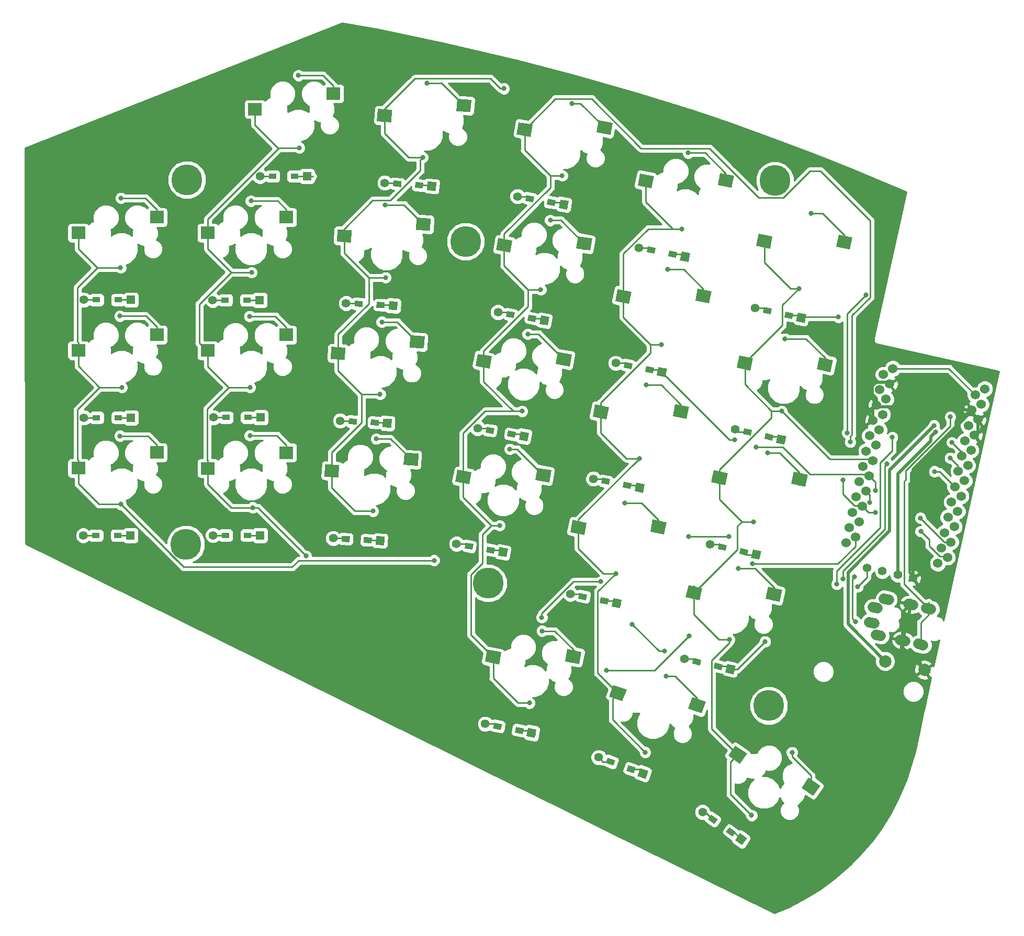
<source format=gbr>
G04 #@! TF.GenerationSoftware,KiCad,Pcbnew,(5.0.0)*
G04 #@! TF.CreationDate,2019-03-06T00:52:04+08:00*
G04 #@! TF.ProjectId,52Te_Rev,353254655F5265762E6B696361645F70,rev?*
G04 #@! TF.SameCoordinates,Original*
G04 #@! TF.FileFunction,Copper,L2,Bot,Signal*
G04 #@! TF.FilePolarity,Positive*
%FSLAX46Y46*%
G04 Gerber Fmt 4.6, Leading zero omitted, Abs format (unit mm)*
G04 Created by KiCad (PCBNEW (5.0.0)) date 03/06/19 00:52:04*
%MOMM*%
%LPD*%
G01*
G04 APERTURE LIST*
G04 #@! TA.AperFunction,SMDPad,CuDef*
%ADD10C,2.000000*%
G04 #@! TD*
G04 #@! TA.AperFunction,Conductor*
%ADD11C,0.100000*%
G04 #@! TD*
G04 #@! TA.AperFunction,SMDPad,CuDef*
%ADD12R,2.300000X2.000000*%
G04 #@! TD*
G04 #@! TA.AperFunction,ComponentPad*
%ADD13C,1.700000*%
G04 #@! TD*
G04 #@! TA.AperFunction,Conductor*
%ADD14C,1.700000*%
G04 #@! TD*
G04 #@! TA.AperFunction,ComponentPad*
%ADD15C,1.397000*%
G04 #@! TD*
G04 #@! TA.AperFunction,ComponentPad*
%ADD16R,1.397000X1.397000*%
G04 #@! TD*
G04 #@! TA.AperFunction,SMDPad,CuDef*
%ADD17R,1.300000X0.950000*%
G04 #@! TD*
G04 #@! TA.AperFunction,SMDPad,CuDef*
%ADD18C,0.950000*%
G04 #@! TD*
G04 #@! TA.AperFunction,ComponentPad*
%ADD19C,2.000000*%
G04 #@! TD*
G04 #@! TA.AperFunction,ComponentPad*
%ADD20C,1.524000*%
G04 #@! TD*
G04 #@! TA.AperFunction,WasherPad*
%ADD21C,5.000000*%
G04 #@! TD*
G04 #@! TA.AperFunction,ViaPad*
%ADD22C,0.800000*%
G04 #@! TD*
G04 #@! TA.AperFunction,Conductor*
%ADD23C,0.250000*%
G04 #@! TD*
G04 #@! TA.AperFunction,Conductor*
%ADD24C,0.500000*%
G04 #@! TD*
G04 #@! TA.AperFunction,Conductor*
%ADD25C,0.254000*%
G04 #@! TD*
G04 APERTURE END LIST*
D10*
G04 #@! TO.P,SW12,1*
G04 #@! TO.N,col3*
X204244358Y-89973659D03*
D11*
G04 #@! TD*
G04 #@! TO.N,col3*
G04 #@! TO.C,SW12*
G36*
X205550535Y-89188547D02*
X205203239Y-91158162D01*
X202938181Y-90758771D01*
X203285477Y-88789156D01*
X205550535Y-89188547D01*
X205550535Y-89188547D01*
G37*
D10*
G04 #@! TO.P,SW12,2*
G04 #@! TO.N,Net-(D12-Pad2)*
X217192483Y-89677579D03*
D11*
G04 #@! TD*
G04 #@! TO.N,Net-(D12-Pad2)*
G04 #@! TO.C,SW12*
G36*
X218498660Y-88892467D02*
X218151364Y-90862082D01*
X215886306Y-90462691D01*
X216233602Y-88493076D01*
X218498660Y-88892467D01*
X218498660Y-88892467D01*
G37*
D10*
G04 #@! TO.P,SW23,1*
G04 #@! TO.N,col5*
X239894342Y-127776079D03*
D11*
G04 #@! TD*
G04 #@! TO.N,col5*
G04 #@! TO.C,SW23*
G36*
X241233522Y-127048689D02*
X240800643Y-129001281D01*
X238555162Y-128503469D01*
X238988041Y-126550877D01*
X241233522Y-127048689D01*
X241233522Y-127048689D01*
G37*
D10*
G04 #@! TO.P,SW23,2*
G04 #@! TO.N,Net-(D23-Pad2)*
X252843058Y-128045070D03*
D11*
G04 #@! TD*
G04 #@! TO.N,Net-(D23-Pad2)*
G04 #@! TO.C,SW23*
G36*
X254182238Y-127317680D02*
X253749359Y-129270272D01*
X251503878Y-128772460D01*
X251936757Y-126819868D01*
X254182238Y-127317680D01*
X254182238Y-127317680D01*
G37*
D10*
G04 #@! TO.P,SW21,2*
G04 #@! TO.N,Net-(D21-Pad2)*
X232127391Y-183208289D03*
D11*
G04 #@! TD*
G04 #@! TO.N,Net-(D21-Pad2)*
G04 #@! TO.C,SW21*
G36*
X233550058Y-182661920D02*
X232866017Y-184541305D01*
X230704724Y-183754658D01*
X231388765Y-181875273D01*
X233550058Y-182661920D01*
X233550058Y-182661920D01*
G37*
D10*
G04 #@! TO.P,SW21,1*
G04 #@! TO.N,col4*
X219324564Y-181251452D03*
D11*
G04 #@! TD*
G04 #@! TO.N,col4*
G04 #@! TO.C,SW21*
G36*
X220747231Y-180705083D02*
X220063190Y-182584468D01*
X217901897Y-181797821D01*
X218585938Y-179918436D01*
X220747231Y-180705083D01*
X220747231Y-180705083D01*
G37*
D12*
G04 #@! TO.P,SW1,2*
G04 #@! TO.N,Net-(D1-Pad2)*
X144730000Y-104190000D03*
G04 #@! TO.P,SW1,1*
G04 #@! TO.N,col0*
X132030000Y-106730000D03*
G04 #@! TD*
D13*
G04 #@! TO.P,J1,D*
G04 #@! TO.N,VCC*
X262787444Y-166041932D03*
D14*
G04 #@! TD*
G04 #@! TO.N,VCC*
G04 #@! TO.C,J1*
X263177962Y-166128508D02*
X262396926Y-165955356D01*
D13*
G04 #@! TO.P,J1,A*
G04 #@! TO.N,Net-(J1-PadA)*
X260413953Y-169817716D03*
D14*
G04 #@! TD*
G04 #@! TO.N,Net-(J1-PadA)*
G04 #@! TO.C,J1*
X260804471Y-169904292D02*
X260023435Y-169731140D01*
D13*
G04 #@! TO.P,J1,B*
G04 #@! TO.N,data*
X269621516Y-167557010D03*
D14*
G04 #@! TD*
G04 #@! TO.N,data*
G04 #@! TO.C,J1*
X270012034Y-167643586D02*
X269230998Y-167470434D01*
D13*
G04 #@! TO.P,J1,C*
G04 #@! TO.N,GND*
X266692628Y-166907691D03*
D14*
G04 #@! TD*
G04 #@! TO.N,GND*
G04 #@! TO.C,J1*
X267083146Y-166994267D02*
X266302110Y-166821115D01*
D13*
G04 #@! TO.P,J1,B*
G04 #@! TO.N,data*
X268333700Y-173365971D03*
D14*
G04 #@! TD*
G04 #@! TO.N,data*
G04 #@! TO.C,J1*
X268724218Y-173452547D02*
X267943182Y-173279395D01*
D13*
G04 #@! TO.P,J1,C*
G04 #@! TO.N,GND*
X265404812Y-172716652D03*
D14*
G04 #@! TD*
G04 #@! TO.N,GND*
G04 #@! TO.C,J1*
X265795330Y-172803228D02*
X265014294Y-172630076D01*
D13*
G04 #@! TO.P,J1,D*
G04 #@! TO.N,VCC*
X261499628Y-171850894D03*
D14*
G04 #@! TD*
G04 #@! TO.N,VCC*
G04 #@! TO.C,J1*
X261890146Y-171937470D02*
X261109110Y-171764318D01*
D13*
G04 #@! TO.P,J1,A*
G04 #@! TO.N,Net-(J1-PadA)*
X260944230Y-167425791D03*
D14*
G04 #@! TD*
G04 #@! TO.N,Net-(J1-PadA)*
G04 #@! TO.C,J1*
X261334748Y-167512367D02*
X260553712Y-167339215D01*
D15*
G04 #@! TO.P,D1,2*
G04 #@! TO.N,Net-(D1-Pad2)*
X132920000Y-117570000D03*
D16*
G04 #@! TO.P,D1,1*
G04 #@! TO.N,row1*
X140540000Y-117570000D03*
D17*
X138505000Y-117570000D03*
G04 #@! TO.P,D1,2*
G04 #@! TO.N,Net-(D1-Pad2)*
X134955000Y-117570000D03*
G04 #@! TD*
G04 #@! TO.P,D2,2*
G04 #@! TO.N,Net-(D2-Pad2)*
X134975000Y-136640000D03*
G04 #@! TO.P,D2,1*
G04 #@! TO.N,row2*
X138525000Y-136640000D03*
D16*
X140560000Y-136640000D03*
D15*
G04 #@! TO.P,D2,2*
G04 #@! TO.N,Net-(D2-Pad2)*
X132940000Y-136640000D03*
G04 #@! TD*
G04 #@! TO.P,D3,2*
G04 #@! TO.N,Net-(D3-Pad2)*
X132850000Y-155710000D03*
D16*
G04 #@! TO.P,D3,1*
G04 #@! TO.N,row3*
X140470000Y-155710000D03*
D17*
X138435000Y-155710000D03*
G04 #@! TO.P,D3,2*
G04 #@! TO.N,Net-(D3-Pad2)*
X134885000Y-155710000D03*
G04 #@! TD*
D15*
G04 #@! TO.P,D4,2*
G04 #@! TO.N,Net-(D4-Pad2)*
X161410000Y-97550000D03*
D16*
G04 #@! TO.P,D4,1*
G04 #@! TO.N,row0*
X169030000Y-97550000D03*
D17*
X166995000Y-97550000D03*
G04 #@! TO.P,D4,2*
G04 #@! TO.N,Net-(D4-Pad2)*
X163445000Y-97550000D03*
G04 #@! TD*
G04 #@! TO.P,D5,2*
G04 #@! TO.N,Net-(D5-Pad2)*
X155805000Y-117610000D03*
G04 #@! TO.P,D5,1*
G04 #@! TO.N,row1*
X159355000Y-117610000D03*
D16*
X161390000Y-117610000D03*
D15*
G04 #@! TO.P,D5,2*
G04 #@! TO.N,Net-(D5-Pad2)*
X153770000Y-117610000D03*
G04 #@! TD*
G04 #@! TO.P,D6,2*
G04 #@! TO.N,Net-(D6-Pad2)*
X153890000Y-136610000D03*
D16*
G04 #@! TO.P,D6,1*
G04 #@! TO.N,row2*
X161510000Y-136610000D03*
D17*
X159475000Y-136610000D03*
G04 #@! TO.P,D6,2*
G04 #@! TO.N,Net-(D6-Pad2)*
X155925000Y-136610000D03*
G04 #@! TD*
D15*
G04 #@! TO.P,D7,2*
G04 #@! TO.N,Net-(D7-Pad2)*
X153810000Y-155680000D03*
D16*
G04 #@! TO.P,D7,1*
G04 #@! TO.N,row3*
X161430000Y-155680000D03*
D17*
X159395000Y-155680000D03*
G04 #@! TO.P,D7,2*
G04 #@! TO.N,Net-(D7-Pad2)*
X155845000Y-155680000D03*
G04 #@! TD*
D18*
G04 #@! TO.P,D8,2*
G04 #@! TO.N,Net-(D8-Pad2)*
X183649324Y-98766182D03*
D11*
G04 #@! TD*
G04 #@! TO.N,Net-(D8-Pad2)*
G04 #@! TO.C,D8*
G36*
X184330875Y-98337681D02*
X184264606Y-99285367D01*
X182967773Y-99194683D01*
X183034042Y-98246997D01*
X184330875Y-98337681D01*
X184330875Y-98337681D01*
G37*
D18*
G04 #@! TO.P,D8,1*
G04 #@! TO.N,row0*
X187190676Y-99013818D03*
D11*
G04 #@! TD*
G04 #@! TO.N,row0*
G04 #@! TO.C,D8*
G36*
X187872227Y-98585317D02*
X187805958Y-99533003D01*
X186509125Y-99442319D01*
X186575394Y-98494633D01*
X187872227Y-98585317D01*
X187872227Y-98585317D01*
G37*
D15*
G04 #@! TO.P,D8,1*
G04 #@! TO.N,row0*
X189220719Y-99155772D03*
D11*
G04 #@! TD*
G04 #@! TO.N,row0*
G04 #@! TO.C,D8*
G36*
X189966242Y-98507698D02*
X189868793Y-99901295D01*
X188475196Y-99803846D01*
X188572645Y-98410249D01*
X189966242Y-98507698D01*
X189966242Y-98507698D01*
G37*
D15*
G04 #@! TO.P,D8,2*
G04 #@! TO.N,Net-(D8-Pad2)*
X181619281Y-98624228D03*
G04 #@! TD*
G04 #@! TO.P,D9,2*
G04 #@! TO.N,Net-(D9-Pad2)*
X175365221Y-118110600D03*
G04 #@! TO.P,D9,1*
G04 #@! TO.N,row1*
X182974779Y-118509400D03*
D11*
G04 #@! TD*
G04 #@! TO.N,row1*
G04 #@! TO.C,D9*
G36*
X183708878Y-117848414D02*
X183635765Y-119243499D01*
X182240680Y-119170386D01*
X182313793Y-117775301D01*
X183708878Y-117848414D01*
X183708878Y-117848414D01*
G37*
D18*
G04 #@! TO.P,D9,1*
G04 #@! TO.N,row1*
X180942567Y-118402896D03*
D11*
G04 #@! TD*
G04 #@! TO.N,row1*
G04 #@! TO.C,D9*
G36*
X181616536Y-117962565D02*
X181566817Y-118911263D01*
X180268598Y-118843227D01*
X180318317Y-117894529D01*
X181616536Y-117962565D01*
X181616536Y-117962565D01*
G37*
D18*
G04 #@! TO.P,D9,2*
G04 #@! TO.N,Net-(D9-Pad2)*
X177397433Y-118217104D03*
D11*
G04 #@! TD*
G04 #@! TO.N,Net-(D9-Pad2)*
G04 #@! TO.C,D9*
G36*
X178071402Y-117776773D02*
X178021683Y-118725471D01*
X176723464Y-118657435D01*
X176773183Y-117708737D01*
X178071402Y-117776773D01*
X178071402Y-117776773D01*
G37*
D18*
G04 #@! TO.P,D10,2*
G04 #@! TO.N,Net-(D10-Pad2)*
X176447433Y-137237104D03*
D11*
G04 #@! TD*
G04 #@! TO.N,Net-(D10-Pad2)*
G04 #@! TO.C,D10*
G36*
X177121402Y-136796773D02*
X177071683Y-137745471D01*
X175773464Y-137677435D01*
X175823183Y-136728737D01*
X177121402Y-136796773D01*
X177121402Y-136796773D01*
G37*
D18*
G04 #@! TO.P,D10,1*
G04 #@! TO.N,row2*
X179992567Y-137422896D03*
D11*
G04 #@! TD*
G04 #@! TO.N,row2*
G04 #@! TO.C,D10*
G36*
X180666536Y-136982565D02*
X180616817Y-137931263D01*
X179318598Y-137863227D01*
X179368317Y-136914529D01*
X180666536Y-136982565D01*
X180666536Y-136982565D01*
G37*
D15*
G04 #@! TO.P,D10,1*
G04 #@! TO.N,row2*
X182024779Y-137529400D03*
D11*
G04 #@! TD*
G04 #@! TO.N,row2*
G04 #@! TO.C,D10*
G36*
X182758878Y-136868414D02*
X182685765Y-138263499D01*
X181290680Y-138190386D01*
X181363793Y-136795301D01*
X182758878Y-136868414D01*
X182758878Y-136868414D01*
G37*
D15*
G04 #@! TO.P,D10,2*
G04 #@! TO.N,Net-(D10-Pad2)*
X174415221Y-137130600D03*
G04 #@! TD*
D18*
G04 #@! TO.P,D11,2*
G04 #@! TO.N,Net-(D11-Pad2)*
X175297433Y-156267104D03*
D11*
G04 #@! TD*
G04 #@! TO.N,Net-(D11-Pad2)*
G04 #@! TO.C,D11*
G36*
X175971402Y-155826773D02*
X175921683Y-156775471D01*
X174623464Y-156707435D01*
X174673183Y-155758737D01*
X175971402Y-155826773D01*
X175971402Y-155826773D01*
G37*
D18*
G04 #@! TO.P,D11,1*
G04 #@! TO.N,row3*
X178842567Y-156452896D03*
D11*
G04 #@! TD*
G04 #@! TO.N,row3*
G04 #@! TO.C,D11*
G36*
X179516536Y-156012565D02*
X179466817Y-156961263D01*
X178168598Y-156893227D01*
X178218317Y-155944529D01*
X179516536Y-156012565D01*
X179516536Y-156012565D01*
G37*
D15*
G04 #@! TO.P,D11,1*
G04 #@! TO.N,row3*
X180874779Y-156559400D03*
D11*
G04 #@! TD*
G04 #@! TO.N,row3*
G04 #@! TO.C,D11*
G36*
X181608878Y-155898414D02*
X181535765Y-157293499D01*
X180140680Y-157220386D01*
X180213793Y-155825301D01*
X181608878Y-155898414D01*
X181608878Y-155898414D01*
G37*
D15*
G04 #@! TO.P,D11,2*
G04 #@! TO.N,Net-(D11-Pad2)*
X173265221Y-156160600D03*
G04 #@! TD*
G04 #@! TO.P,D12,2*
G04 #@! TO.N,Net-(D12-Pad2)*
X203067880Y-100808400D03*
G04 #@! TO.P,D12,1*
G04 #@! TO.N,row0*
X210572120Y-102131600D03*
D11*
G04 #@! TD*
G04 #@! TO.N,row0*
G04 #@! TO.C,D12*
G36*
X211381301Y-101565005D02*
X211138715Y-102940781D01*
X209762939Y-102698195D01*
X210005525Y-101322419D01*
X211381301Y-101565005D01*
X211381301Y-101565005D01*
G37*
D18*
G04 #@! TO.P,D12,1*
G04 #@! TO.N,row0*
X208568034Y-101778226D03*
D11*
G04 #@! TD*
G04 #@! TO.N,row0*
G04 #@! TO.C,D12*
G36*
X209290642Y-101423314D02*
X209125676Y-102358881D01*
X207845426Y-102133138D01*
X208010392Y-101197571D01*
X209290642Y-101423314D01*
X209290642Y-101423314D01*
G37*
D18*
G04 #@! TO.P,D12,2*
G04 #@! TO.N,Net-(D12-Pad2)*
X205071966Y-101161774D03*
D11*
G04 #@! TD*
G04 #@! TO.N,Net-(D12-Pad2)*
G04 #@! TO.C,D12*
G36*
X205794574Y-100806862D02*
X205629608Y-101742429D01*
X204349358Y-101516686D01*
X204514324Y-100581119D01*
X205794574Y-100806862D01*
X205794574Y-100806862D01*
G37*
D18*
G04 #@! TO.P,D13,2*
G04 #@! TO.N,Net-(D13-Pad2)*
X201930000Y-119930000D03*
D11*
G04 #@! TD*
G04 #@! TO.N,Net-(D13-Pad2)*
G04 #@! TO.C,D13*
G36*
X202652608Y-119575088D02*
X202487642Y-120510655D01*
X201207392Y-120284912D01*
X201372358Y-119349345D01*
X202652608Y-119575088D01*
X202652608Y-119575088D01*
G37*
D18*
G04 #@! TO.P,D13,1*
G04 #@! TO.N,row1*
X205426068Y-120546452D03*
D11*
G04 #@! TD*
G04 #@! TO.N,row1*
G04 #@! TO.C,D13*
G36*
X206148676Y-120191540D02*
X205983710Y-121127107D01*
X204703460Y-120901364D01*
X204868426Y-119965797D01*
X206148676Y-120191540D01*
X206148676Y-120191540D01*
G37*
D15*
G04 #@! TO.P,D13,1*
G04 #@! TO.N,row1*
X207430154Y-120899826D03*
D11*
G04 #@! TD*
G04 #@! TO.N,row1*
G04 #@! TO.C,D13*
G36*
X208239335Y-120333231D02*
X207996749Y-121709007D01*
X206620973Y-121466421D01*
X206863559Y-120090645D01*
X208239335Y-120333231D01*
X208239335Y-120333231D01*
G37*
D15*
G04 #@! TO.P,D13,2*
G04 #@! TO.N,Net-(D13-Pad2)*
X199925914Y-119576626D03*
G04 #@! TD*
G04 #@! TO.P,D14,2*
G04 #@! TO.N,Net-(D14-Pad2)*
X196627880Y-138338400D03*
G04 #@! TO.P,D14,1*
G04 #@! TO.N,row2*
X204132120Y-139661600D03*
D11*
G04 #@! TD*
G04 #@! TO.N,row2*
G04 #@! TO.C,D14*
G36*
X204941301Y-139095005D02*
X204698715Y-140470781D01*
X203322939Y-140228195D01*
X203565525Y-138852419D01*
X204941301Y-139095005D01*
X204941301Y-139095005D01*
G37*
D18*
G04 #@! TO.P,D14,1*
G04 #@! TO.N,row2*
X202128034Y-139308226D03*
D11*
G04 #@! TD*
G04 #@! TO.N,row2*
G04 #@! TO.C,D14*
G36*
X202850642Y-138953314D02*
X202685676Y-139888881D01*
X201405426Y-139663138D01*
X201570392Y-138727571D01*
X202850642Y-138953314D01*
X202850642Y-138953314D01*
G37*
D18*
G04 #@! TO.P,D14,2*
G04 #@! TO.N,Net-(D14-Pad2)*
X198631966Y-138691774D03*
D11*
G04 #@! TD*
G04 #@! TO.N,Net-(D14-Pad2)*
G04 #@! TO.C,D14*
G36*
X199354574Y-138336862D02*
X199189608Y-139272429D01*
X197909358Y-139046686D01*
X198074324Y-138111119D01*
X199354574Y-138336862D01*
X199354574Y-138336862D01*
G37*
D15*
G04 #@! TO.P,D15,2*
G04 #@! TO.N,Net-(D15-Pad2)*
X193227880Y-157088400D03*
G04 #@! TO.P,D15,1*
G04 #@! TO.N,row3*
X200732120Y-158411600D03*
D11*
G04 #@! TD*
G04 #@! TO.N,row3*
G04 #@! TO.C,D15*
G36*
X201541301Y-157845005D02*
X201298715Y-159220781D01*
X199922939Y-158978195D01*
X200165525Y-157602419D01*
X201541301Y-157845005D01*
X201541301Y-157845005D01*
G37*
D18*
G04 #@! TO.P,D15,1*
G04 #@! TO.N,row3*
X198728034Y-158058226D03*
D11*
G04 #@! TD*
G04 #@! TO.N,row3*
G04 #@! TO.C,D15*
G36*
X199450642Y-157703314D02*
X199285676Y-158638881D01*
X198005426Y-158413138D01*
X198170392Y-157477571D01*
X199450642Y-157703314D01*
X199450642Y-157703314D01*
G37*
D18*
G04 #@! TO.P,D15,2*
G04 #@! TO.N,Net-(D15-Pad2)*
X195231966Y-157441774D03*
D11*
G04 #@! TD*
G04 #@! TO.N,Net-(D15-Pad2)*
G04 #@! TO.C,D15*
G36*
X195954574Y-157086862D02*
X195789608Y-158022429D01*
X194509358Y-157796686D01*
X194674324Y-156861119D01*
X195954574Y-157086862D01*
X195954574Y-157086862D01*
G37*
D18*
G04 #@! TO.P,D16,2*
G04 #@! TO.N,Net-(D16-Pad2)*
X199877612Y-186611314D03*
D11*
G04 #@! TD*
G04 #@! TO.N,Net-(D16-Pad2)*
G04 #@! TO.C,D16*
G36*
X200606304Y-186269067D02*
X200425035Y-187201613D01*
X199148920Y-186953561D01*
X199330189Y-186021015D01*
X200606304Y-186269067D01*
X200606304Y-186269067D01*
G37*
D18*
G04 #@! TO.P,D16,1*
G04 #@! TO.N,row4*
X203362388Y-187288686D03*
D11*
G04 #@! TD*
G04 #@! TO.N,row4*
G04 #@! TO.C,D16*
G36*
X204091080Y-186946439D02*
X203909811Y-187878985D01*
X202633696Y-187630933D01*
X202814965Y-186698387D01*
X204091080Y-186946439D01*
X204091080Y-186946439D01*
G37*
D15*
G04 #@! TO.P,D16,1*
G04 #@! TO.N,row4*
X205360000Y-187676982D03*
D11*
G04 #@! TD*
G04 #@! TO.N,row4*
G04 #@! TO.C,D16*
G36*
X206178947Y-187124595D02*
X205912387Y-188495929D01*
X204541053Y-188229369D01*
X204807613Y-186858035D01*
X206178947Y-187124595D01*
X206178947Y-187124595D01*
G37*
D15*
G04 #@! TO.P,D16,2*
G04 #@! TO.N,Net-(D16-Pad2)*
X197880000Y-186223018D03*
G04 #@! TD*
D18*
G04 #@! TO.P,D17,2*
G04 #@! TO.N,Net-(D17-Pad2)*
X224717612Y-109521314D03*
D11*
G04 #@! TD*
G04 #@! TO.N,Net-(D17-Pad2)*
G04 #@! TO.C,D17*
G36*
X225446304Y-109179067D02*
X225265035Y-110111613D01*
X223988920Y-109863561D01*
X224170189Y-108931015D01*
X225446304Y-109179067D01*
X225446304Y-109179067D01*
G37*
D18*
G04 #@! TO.P,D17,1*
G04 #@! TO.N,row0*
X228202388Y-110198686D03*
D11*
G04 #@! TD*
G04 #@! TO.N,row0*
G04 #@! TO.C,D17*
G36*
X228931080Y-109856439D02*
X228749811Y-110788985D01*
X227473696Y-110540933D01*
X227654965Y-109608387D01*
X228931080Y-109856439D01*
X228931080Y-109856439D01*
G37*
D15*
G04 #@! TO.P,D17,1*
G04 #@! TO.N,row0*
X230200000Y-110586982D03*
D11*
G04 #@! TD*
G04 #@! TO.N,row0*
G04 #@! TO.C,D17*
G36*
X231018947Y-110034595D02*
X230752387Y-111405929D01*
X229381053Y-111139369D01*
X229647613Y-109768035D01*
X231018947Y-110034595D01*
X231018947Y-110034595D01*
G37*
D15*
G04 #@! TO.P,D17,2*
G04 #@! TO.N,Net-(D17-Pad2)*
X222720000Y-109133018D03*
G04 #@! TD*
G04 #@! TO.P,D18,2*
G04 #@! TO.N,Net-(D18-Pad2)*
X218970000Y-127803018D03*
G04 #@! TO.P,D18,1*
G04 #@! TO.N,row1*
X226450000Y-129256982D03*
D11*
G04 #@! TD*
G04 #@! TO.N,row1*
G04 #@! TO.C,D18*
G36*
X227268947Y-128704595D02*
X227002387Y-130075929D01*
X225631053Y-129809369D01*
X225897613Y-128438035D01*
X227268947Y-128704595D01*
X227268947Y-128704595D01*
G37*
D18*
G04 #@! TO.P,D18,1*
G04 #@! TO.N,row1*
X224452388Y-128868686D03*
D11*
G04 #@! TD*
G04 #@! TO.N,row1*
G04 #@! TO.C,D18*
G36*
X225181080Y-128526439D02*
X224999811Y-129458985D01*
X223723696Y-129210933D01*
X223904965Y-128278387D01*
X225181080Y-128526439D01*
X225181080Y-128526439D01*
G37*
D18*
G04 #@! TO.P,D18,2*
G04 #@! TO.N,Net-(D18-Pad2)*
X220967612Y-128191314D03*
D11*
G04 #@! TD*
G04 #@! TO.N,Net-(D18-Pad2)*
G04 #@! TO.C,D18*
G36*
X221696304Y-127849067D02*
X221515035Y-128781613D01*
X220238920Y-128533561D01*
X220420189Y-127601015D01*
X221696304Y-127849067D01*
X221696304Y-127849067D01*
G37*
D18*
G04 #@! TO.P,D19,2*
G04 #@! TO.N,Net-(D19-Pad2)*
X217360000Y-146930000D03*
D11*
G04 #@! TD*
G04 #@! TO.N,Net-(D19-Pad2)*
G04 #@! TO.C,D19*
G36*
X218088692Y-146587753D02*
X217907423Y-147520299D01*
X216631308Y-147272247D01*
X216812577Y-146339701D01*
X218088692Y-146587753D01*
X218088692Y-146587753D01*
G37*
D18*
G04 #@! TO.P,D19,1*
G04 #@! TO.N,row2*
X220844776Y-147607372D03*
D11*
G04 #@! TD*
G04 #@! TO.N,row2*
G04 #@! TO.C,D19*
G36*
X221573468Y-147265125D02*
X221392199Y-148197671D01*
X220116084Y-147949619D01*
X220297353Y-147017073D01*
X221573468Y-147265125D01*
X221573468Y-147265125D01*
G37*
D15*
G04 #@! TO.P,D19,1*
G04 #@! TO.N,row2*
X222842388Y-147995668D03*
D11*
G04 #@! TD*
G04 #@! TO.N,row2*
G04 #@! TO.C,D19*
G36*
X223661335Y-147443281D02*
X223394775Y-148814615D01*
X222023441Y-148548055D01*
X222290001Y-147176721D01*
X223661335Y-147443281D01*
X223661335Y-147443281D01*
G37*
D15*
G04 #@! TO.P,D19,2*
G04 #@! TO.N,Net-(D19-Pad2)*
X215362388Y-146541704D03*
G04 #@! TD*
D18*
G04 #@! TO.P,D20,2*
G04 #@! TO.N,Net-(D20-Pad2)*
X213657612Y-165591314D03*
D11*
G04 #@! TD*
G04 #@! TO.N,Net-(D20-Pad2)*
G04 #@! TO.C,D20*
G36*
X214386304Y-165249067D02*
X214205035Y-166181613D01*
X212928920Y-165933561D01*
X213110189Y-165001015D01*
X214386304Y-165249067D01*
X214386304Y-165249067D01*
G37*
D18*
G04 #@! TO.P,D20,1*
G04 #@! TO.N,row3*
X217142388Y-166268686D03*
D11*
G04 #@! TD*
G04 #@! TO.N,row3*
G04 #@! TO.C,D20*
G36*
X217871080Y-165926439D02*
X217689811Y-166858985D01*
X216413696Y-166610933D01*
X216594965Y-165678387D01*
X217871080Y-165926439D01*
X217871080Y-165926439D01*
G37*
D15*
G04 #@! TO.P,D20,1*
G04 #@! TO.N,row3*
X219140000Y-166656982D03*
D11*
G04 #@! TD*
G04 #@! TO.N,row3*
G04 #@! TO.C,D20*
G36*
X219958947Y-166104595D02*
X219692387Y-167475929D01*
X218321053Y-167209369D01*
X218587613Y-165838035D01*
X219958947Y-166104595D01*
X219958947Y-166104595D01*
G37*
D15*
G04 #@! TO.P,D20,2*
G04 #@! TO.N,Net-(D20-Pad2)*
X211660000Y-165203018D03*
G04 #@! TD*
G04 #@! TO.P,D21,2*
G04 #@! TO.N,Net-(D21-Pad2)*
X216229771Y-191636903D03*
G04 #@! TO.P,D21,1*
G04 #@! TO.N,row4*
X223390229Y-194243097D03*
D11*
G04 #@! TD*
G04 #@! TO.N,row4*
G04 #@! TO.C,D21*
G36*
X224285505Y-193825623D02*
X223807703Y-195138373D01*
X222494953Y-194660571D01*
X222972755Y-193347821D01*
X224285505Y-193825623D01*
X224285505Y-193825623D01*
G37*
D18*
G04 #@! TO.P,D21,1*
G04 #@! TO.N,row4*
X221477954Y-193547086D03*
D11*
G04 #@! TD*
G04 #@! TO.N,row4*
G04 #@! TO.C,D21*
G36*
X222251214Y-193323045D02*
X221926295Y-194215753D01*
X220704694Y-193771127D01*
X221029613Y-192878419D01*
X222251214Y-193323045D01*
X222251214Y-193323045D01*
G37*
D18*
G04 #@! TO.P,D21,2*
G04 #@! TO.N,Net-(D21-Pad2)*
X218142046Y-192332914D03*
D11*
G04 #@! TD*
G04 #@! TO.N,Net-(D21-Pad2)*
G04 #@! TO.C,D21*
G36*
X218915306Y-192108873D02*
X218590387Y-193001581D01*
X217368786Y-192556955D01*
X217693705Y-191664247D01*
X218915306Y-192108873D01*
X218915306Y-192108873D01*
G37*
D15*
G04 #@! TO.P,D22,2*
G04 #@! TO.N,Net-(D22-Pad2)*
X241553258Y-118887855D03*
G04 #@! TO.P,D22,1*
G04 #@! TO.N,row0*
X249006742Y-120472145D03*
D11*
G04 #@! TD*
G04 #@! TO.N,row0*
G04 #@! TO.C,D22*
G36*
X249835204Y-119934135D02*
X249544752Y-121300607D01*
X248178280Y-121010155D01*
X248468732Y-119643683D01*
X249835204Y-119934135D01*
X249835204Y-119934135D01*
G37*
D18*
G04 #@! TO.P,D22,1*
G04 #@! TO.N,row0*
X247016212Y-120049043D03*
D11*
G04 #@! TD*
G04 #@! TO.N,row0*
G04 #@! TO.C,D22*
G36*
X247750766Y-119719565D02*
X247553250Y-120648806D01*
X246281658Y-120378521D01*
X246479174Y-119449280D01*
X247750766Y-119719565D01*
X247750766Y-119719565D01*
G37*
D18*
G04 #@! TO.P,D22,2*
G04 #@! TO.N,Net-(D22-Pad2)*
X243543788Y-119310957D03*
D11*
G04 #@! TD*
G04 #@! TO.N,Net-(D22-Pad2)*
G04 #@! TO.C,D22*
G36*
X244278342Y-118981479D02*
X244080826Y-119910720D01*
X242809234Y-119640435D01*
X243006750Y-118711194D01*
X244278342Y-118981479D01*
X244278342Y-118981479D01*
G37*
D18*
G04 #@! TO.P,D23,2*
G04 #@! TO.N,Net-(D23-Pad2)*
X240287075Y-138975820D03*
D11*
G04 #@! TD*
G04 #@! TO.N,Net-(D23-Pad2)*
G04 #@! TO.C,D23*
G36*
X241024476Y-138652765D02*
X240818859Y-139580246D01*
X239549674Y-139298875D01*
X239755291Y-138371394D01*
X241024476Y-138652765D01*
X241024476Y-138652765D01*
G37*
D18*
G04 #@! TO.P,D23,1*
G04 #@! TO.N,row1*
X243752925Y-139744180D03*
D11*
G04 #@! TD*
G04 #@! TO.N,row1*
G04 #@! TO.C,D23*
G36*
X244490326Y-139421125D02*
X244284709Y-140348606D01*
X243015524Y-140067235D01*
X243221141Y-139139754D01*
X244490326Y-139421125D01*
X244490326Y-139421125D01*
G37*
D15*
G04 #@! TO.P,D23,1*
G04 #@! TO.N,row1*
X245739688Y-140184635D03*
D11*
G04 #@! TD*
G04 #@! TO.N,row1*
G04 #@! TO.C,D23*
G36*
X246572814Y-139653875D02*
X246270448Y-141017761D01*
X244906562Y-140715395D01*
X245208928Y-139351509D01*
X246572814Y-139653875D01*
X246572814Y-139653875D01*
G37*
D15*
G04 #@! TO.P,D23,2*
G04 #@! TO.N,Net-(D23-Pad2)*
X238300312Y-138535365D03*
G04 #@! TD*
D18*
G04 #@! TO.P,D24,2*
G04 #@! TO.N,Net-(D24-Pad2)*
X236247075Y-157605820D03*
D11*
G04 #@! TD*
G04 #@! TO.N,Net-(D24-Pad2)*
G04 #@! TO.C,D24*
G36*
X236984476Y-157282765D02*
X236778859Y-158210246D01*
X235509674Y-157928875D01*
X235715291Y-157001394D01*
X236984476Y-157282765D01*
X236984476Y-157282765D01*
G37*
D18*
G04 #@! TO.P,D24,1*
G04 #@! TO.N,row2*
X239712925Y-158374180D03*
D11*
G04 #@! TD*
G04 #@! TO.N,row2*
G04 #@! TO.C,D24*
G36*
X240450326Y-158051125D02*
X240244709Y-158978606D01*
X238975524Y-158697235D01*
X239181141Y-157769754D01*
X240450326Y-158051125D01*
X240450326Y-158051125D01*
G37*
D15*
G04 #@! TO.P,D24,1*
G04 #@! TO.N,row2*
X241699688Y-158814635D03*
D11*
G04 #@! TD*
G04 #@! TO.N,row2*
G04 #@! TO.C,D24*
G36*
X242532814Y-158283875D02*
X242230448Y-159647761D01*
X240866562Y-159345395D01*
X241168928Y-157981509D01*
X242532814Y-158283875D01*
X242532814Y-158283875D01*
G37*
D15*
G04 #@! TO.P,D24,2*
G04 #@! TO.N,Net-(D24-Pad2)*
X234260312Y-157165365D03*
G04 #@! TD*
G04 #@! TO.P,D25,2*
G04 #@! TO.N,Net-(D25-Pad2)*
X230117387Y-175711185D03*
G04 #@! TO.P,D25,1*
G04 #@! TO.N,row3*
X237556763Y-177360455D03*
D11*
G04 #@! TD*
G04 #@! TO.N,row3*
G04 #@! TO.C,D25*
G36*
X238389889Y-176829695D02*
X238087523Y-178193581D01*
X236723637Y-177891215D01*
X237026003Y-176527329D01*
X238389889Y-176829695D01*
X238389889Y-176829695D01*
G37*
D18*
G04 #@! TO.P,D25,1*
G04 #@! TO.N,row3*
X235570000Y-176920000D03*
D11*
G04 #@! TD*
G04 #@! TO.N,row3*
G04 #@! TO.C,D25*
G36*
X236307401Y-176596945D02*
X236101784Y-177524426D01*
X234832599Y-177243055D01*
X235038216Y-176315574D01*
X236307401Y-176596945D01*
X236307401Y-176596945D01*
G37*
D18*
G04 #@! TO.P,D25,2*
G04 #@! TO.N,Net-(D25-Pad2)*
X232104150Y-176151640D03*
D11*
G04 #@! TD*
G04 #@! TO.N,Net-(D25-Pad2)*
G04 #@! TO.C,D25*
G36*
X232841551Y-175828585D02*
X232635934Y-176756066D01*
X231366749Y-176474695D01*
X231572366Y-175547214D01*
X232841551Y-175828585D01*
X232841551Y-175828585D01*
G37*
D18*
G04 #@! TO.P,D26,2*
G04 #@! TO.N,Net-(D26-Pad2)*
X234696005Y-201681902D03*
D11*
G04 #@! TD*
G04 #@! TO.N,Net-(D26-Pad2)*
G04 #@! TO.C,D26*
G36*
X235500903Y-201665629D02*
X234956005Y-202443824D01*
X233891107Y-201698175D01*
X234436005Y-200919980D01*
X235500903Y-201665629D01*
X235500903Y-201665629D01*
G37*
D18*
G04 #@! TO.P,D26,1*
G04 #@! TO.N,row4*
X237603995Y-203718098D03*
D11*
G04 #@! TD*
G04 #@! TO.N,row4*
G04 #@! TO.C,D26*
G36*
X238408893Y-203701825D02*
X237863995Y-204480020D01*
X236799097Y-203734371D01*
X237343995Y-202956176D01*
X238408893Y-203701825D01*
X238408893Y-203701825D01*
G37*
D15*
G04 #@! TO.P,D26,1*
G04 #@! TO.N,row4*
X239270969Y-204885326D03*
D11*
G04 #@! TD*
G04 #@! TO.N,row4*
G04 #@! TO.C,D26*
G36*
X240243790Y-204713791D02*
X239442504Y-205858147D01*
X238298148Y-205056861D01*
X239099434Y-203912505D01*
X240243790Y-204713791D01*
X240243790Y-204713791D01*
G37*
D15*
G04 #@! TO.P,D26,2*
G04 #@! TO.N,Net-(D26-Pad2)*
X233029031Y-200514674D03*
G04 #@! TD*
G04 #@! TO.P,J2,1*
G04 #@! TO.N,GND*
X267090000Y-162600000D03*
G04 #@! TO.P,J2,2*
G04 #@! TO.N,VCC*
X264610208Y-162050243D03*
G04 #@! TO.P,J2,3*
G04 #@! TO.N,SCL*
X262130416Y-161500487D03*
G04 #@! TO.P,J2,4*
G04 #@! TO.N,SDA*
X259650624Y-160950730D03*
G04 #@! TD*
D12*
G04 #@! TO.P,SW2,1*
G04 #@! TO.N,col0*
X132030000Y-125760000D03*
G04 #@! TO.P,SW2,2*
G04 #@! TO.N,Net-(D2-Pad2)*
X144730000Y-123220000D03*
G04 #@! TD*
G04 #@! TO.P,SW3,2*
G04 #@! TO.N,Net-(D3-Pad2)*
X144730000Y-142280000D03*
G04 #@! TO.P,SW3,1*
G04 #@! TO.N,col0*
X132030000Y-144820000D03*
G04 #@! TD*
G04 #@! TO.P,SW4,1*
G04 #@! TO.N,col1*
X160610000Y-86710000D03*
G04 #@! TO.P,SW4,2*
G04 #@! TO.N,Net-(D4-Pad2)*
X173310000Y-84170000D03*
G04 #@! TD*
G04 #@! TO.P,SW5,1*
G04 #@! TO.N,col1*
X152980000Y-106730000D03*
G04 #@! TO.P,SW5,2*
G04 #@! TO.N,Net-(D5-Pad2)*
X165680000Y-104190000D03*
G04 #@! TD*
G04 #@! TO.P,SW6,2*
G04 #@! TO.N,Net-(D6-Pad2)*
X165680000Y-123240000D03*
G04 #@! TO.P,SW6,1*
G04 #@! TO.N,col1*
X152980000Y-125780000D03*
G04 #@! TD*
G04 #@! TO.P,SW7,1*
G04 #@! TO.N,col1*
X152980000Y-144840000D03*
G04 #@! TO.P,SW7,2*
G04 #@! TO.N,Net-(D7-Pad2)*
X165680000Y-142300000D03*
G04 #@! TD*
D10*
G04 #@! TO.P,SW8,2*
G04 #@! TO.N,Net-(D8-Pad2)*
X194423268Y-86090084D03*
D11*
G04 #@! TD*
G04 #@! TO.N,Net-(D8-Pad2)*
G04 #@! TO.C,SW8*
G36*
X195640223Y-85172740D02*
X195500710Y-87167868D01*
X193206313Y-87007428D01*
X193345826Y-85012300D01*
X195640223Y-85172740D01*
X195640223Y-85172740D01*
G37*
D10*
G04 #@! TO.P,SW8,1*
G04 #@! TO.N,col2*
X181577023Y-87737989D03*
D11*
G04 #@! TD*
G04 #@! TO.N,col2*
G04 #@! TO.C,SW8*
G36*
X182793978Y-86820645D02*
X182654465Y-88815773D01*
X180360068Y-88655333D01*
X180499581Y-86660205D01*
X182793978Y-86820645D01*
X182793978Y-86820645D01*
G37*
D10*
G04 #@! TO.P,SW9,2*
G04 #@! TO.N,Net-(D9-Pad2)*
X187860148Y-105335332D03*
D11*
G04 #@! TD*
G04 #@! TO.N,Net-(D9-Pad2)*
G04 #@! TO.C,SW9*
G36*
X189060908Y-104396889D02*
X188956236Y-106394148D01*
X186659388Y-106273775D01*
X186764060Y-104276516D01*
X189060908Y-104396889D01*
X189060908Y-104396889D01*
G37*
D10*
G04 #@! TO.P,SW9,1*
G04 #@! TO.N,col2*
X175044620Y-107207184D03*
D11*
G04 #@! TD*
G04 #@! TO.N,col2*
G04 #@! TO.C,SW9*
G36*
X176245380Y-106268741D02*
X176140708Y-108266000D01*
X173843860Y-108145627D01*
X173948532Y-106148368D01*
X176245380Y-106268741D01*
X176245380Y-106268741D01*
G37*
D10*
G04 #@! TO.P,SW10,1*
G04 #@! TO.N,col2*
X174054620Y-126237184D03*
D11*
G04 #@! TD*
G04 #@! TO.N,col2*
G04 #@! TO.C,SW10*
G36*
X175255380Y-125298741D02*
X175150708Y-127296000D01*
X172853860Y-127175627D01*
X172958532Y-125178368D01*
X175255380Y-125298741D01*
X175255380Y-125298741D01*
G37*
D10*
G04 #@! TO.P,SW10,2*
G04 #@! TO.N,Net-(D10-Pad2)*
X186870148Y-124365332D03*
D11*
G04 #@! TD*
G04 #@! TO.N,Net-(D10-Pad2)*
G04 #@! TO.C,SW10*
G36*
X188070908Y-123426889D02*
X187966236Y-125424148D01*
X185669388Y-125303775D01*
X185774060Y-123306516D01*
X188070908Y-123426889D01*
X188070908Y-123426889D01*
G37*
D10*
G04 #@! TO.P,SW11,2*
G04 #@! TO.N,Net-(D11-Pad2)*
X185870148Y-143385332D03*
D11*
G04 #@! TD*
G04 #@! TO.N,Net-(D11-Pad2)*
G04 #@! TO.C,SW11*
G36*
X187070908Y-142446889D02*
X186966236Y-144444148D01*
X184669388Y-144323775D01*
X184774060Y-142326516D01*
X187070908Y-142446889D01*
X187070908Y-142446889D01*
G37*
D10*
G04 #@! TO.P,SW11,1*
G04 #@! TO.N,col2*
X173054620Y-145257184D03*
D11*
G04 #@! TD*
G04 #@! TO.N,col2*
G04 #@! TO.C,SW11*
G36*
X174255380Y-144318741D02*
X174150708Y-146316000D01*
X171853860Y-146195627D01*
X171958532Y-144198368D01*
X174255380Y-144318741D01*
X174255380Y-144318741D01*
G37*
D10*
G04 #@! TO.P,SW13,1*
G04 #@! TO.N,col3*
X200934358Y-108723659D03*
D11*
G04 #@! TD*
G04 #@! TO.N,col3*
G04 #@! TO.C,SW13*
G36*
X202240535Y-107938547D02*
X201893239Y-109908162D01*
X199628181Y-109508771D01*
X199975477Y-107539156D01*
X202240535Y-107938547D01*
X202240535Y-107938547D01*
G37*
D10*
G04 #@! TO.P,SW13,2*
G04 #@! TO.N,Net-(D13-Pad2)*
X213882483Y-108427579D03*
D11*
G04 #@! TD*
G04 #@! TO.N,Net-(D13-Pad2)*
G04 #@! TO.C,SW13*
G36*
X215188660Y-107642467D02*
X214841364Y-109612082D01*
X212576306Y-109212691D01*
X212923602Y-107243076D01*
X215188660Y-107642467D01*
X215188660Y-107642467D01*
G37*
D10*
G04 #@! TO.P,SW14,2*
G04 #@! TO.N,Net-(D14-Pad2)*
X210572483Y-127187579D03*
D11*
G04 #@! TD*
G04 #@! TO.N,Net-(D14-Pad2)*
G04 #@! TO.C,SW14*
G36*
X211878660Y-126402467D02*
X211531364Y-128372082D01*
X209266306Y-127972691D01*
X209613602Y-126003076D01*
X211878660Y-126402467D01*
X211878660Y-126402467D01*
G37*
D10*
G04 #@! TO.P,SW14,1*
G04 #@! TO.N,col3*
X197624358Y-127483659D03*
D11*
G04 #@! TD*
G04 #@! TO.N,col3*
G04 #@! TO.C,SW14*
G36*
X198930535Y-126698547D02*
X198583239Y-128668162D01*
X196318181Y-128268771D01*
X196665477Y-126299156D01*
X198930535Y-126698547D01*
X198930535Y-126698547D01*
G37*
D10*
G04 #@! TO.P,SW15,1*
G04 #@! TO.N,col3*
X194324358Y-146243659D03*
D11*
G04 #@! TD*
G04 #@! TO.N,col3*
G04 #@! TO.C,SW15*
G36*
X195630535Y-145458547D02*
X195283239Y-147428162D01*
X193018181Y-147028771D01*
X193365477Y-145059156D01*
X195630535Y-145458547D01*
X195630535Y-145458547D01*
G37*
D10*
G04 #@! TO.P,SW15,2*
G04 #@! TO.N,Net-(D15-Pad2)*
X207272483Y-145947579D03*
D11*
G04 #@! TD*
G04 #@! TO.N,Net-(D15-Pad2)*
G04 #@! TO.C,SW15*
G36*
X208578660Y-145162467D02*
X208231364Y-147132082D01*
X205966306Y-146732691D01*
X206313602Y-144763076D01*
X208578660Y-145162467D01*
X208578660Y-145162467D01*
G37*
D10*
G04 #@! TO.P,SW16,1*
G04 #@! TO.N,col3*
X199160897Y-175391739D03*
D11*
G04 #@! TD*
G04 #@! TO.N,col3*
G04 #@! TO.C,SW16*
G36*
X200480577Y-174629542D02*
X200098959Y-176592797D01*
X197841217Y-176153936D01*
X198222835Y-174190681D01*
X200480577Y-174629542D01*
X200480577Y-174629542D01*
G37*
D10*
G04 #@! TO.P,SW16,2*
G04 #@! TO.N,Net-(D16-Pad2)*
X212112217Y-175321680D03*
D11*
G04 #@! TD*
G04 #@! TO.N,Net-(D16-Pad2)*
G04 #@! TO.C,SW16*
G36*
X213431897Y-174559483D02*
X213050279Y-176522738D01*
X210792537Y-176083877D01*
X211174155Y-174120622D01*
X213431897Y-174559483D01*
X213431897Y-174559483D01*
G37*
D10*
G04 #@! TO.P,SW17,1*
G04 #@! TO.N,col4*
X223850897Y-98301739D03*
D11*
G04 #@! TD*
G04 #@! TO.N,col4*
G04 #@! TO.C,SW17*
G36*
X225170577Y-97539542D02*
X224788959Y-99502797D01*
X222531217Y-99063936D01*
X222912835Y-97100681D01*
X225170577Y-97539542D01*
X225170577Y-97539542D01*
G37*
D10*
G04 #@! TO.P,SW17,2*
G04 #@! TO.N,Net-(D17-Pad2)*
X236802217Y-98231680D03*
D11*
G04 #@! TD*
G04 #@! TO.N,Net-(D17-Pad2)*
G04 #@! TO.C,SW17*
G36*
X238121897Y-97469483D02*
X237740279Y-99432738D01*
X235482537Y-98993877D01*
X235864155Y-97030622D01*
X238121897Y-97469483D01*
X238121897Y-97469483D01*
G37*
D10*
G04 #@! TO.P,SW18,2*
G04 #@! TO.N,Net-(D18-Pad2)*
X233172217Y-116931680D03*
D11*
G04 #@! TD*
G04 #@! TO.N,Net-(D18-Pad2)*
G04 #@! TO.C,SW18*
G36*
X234491897Y-116169483D02*
X234110279Y-118132738D01*
X231852537Y-117693877D01*
X232234155Y-115730622D01*
X234491897Y-116169483D01*
X234491897Y-116169483D01*
G37*
D10*
G04 #@! TO.P,SW18,1*
G04 #@! TO.N,col4*
X220220897Y-117001739D03*
D11*
G04 #@! TD*
G04 #@! TO.N,col4*
G04 #@! TO.C,SW18*
G36*
X221540577Y-116239542D02*
X221158959Y-118202797D01*
X218901217Y-117763936D01*
X219282835Y-115800681D01*
X221540577Y-116239542D01*
X221540577Y-116239542D01*
G37*
D10*
G04 #@! TO.P,SW19,1*
G04 #@! TO.N,col4*
X216580897Y-135701739D03*
D11*
G04 #@! TD*
G04 #@! TO.N,col4*
G04 #@! TO.C,SW19*
G36*
X217900577Y-134939542D02*
X217518959Y-136902797D01*
X215261217Y-136463936D01*
X215642835Y-134500681D01*
X217900577Y-134939542D01*
X217900577Y-134939542D01*
G37*
D10*
G04 #@! TO.P,SW19,2*
G04 #@! TO.N,Net-(D19-Pad2)*
X229532217Y-135631680D03*
D11*
G04 #@! TD*
G04 #@! TO.N,Net-(D19-Pad2)*
G04 #@! TO.C,SW19*
G36*
X230851897Y-134869483D02*
X230470279Y-136832738D01*
X228212537Y-136393877D01*
X228594155Y-134430622D01*
X230851897Y-134869483D01*
X230851897Y-134869483D01*
G37*
D10*
G04 #@! TO.P,SW20,2*
G04 #@! TO.N,Net-(D20-Pad2)*
X225902217Y-154331680D03*
D11*
G04 #@! TD*
G04 #@! TO.N,Net-(D20-Pad2)*
G04 #@! TO.C,SW20*
G36*
X227221897Y-153569483D02*
X226840279Y-155532738D01*
X224582537Y-155093877D01*
X224964155Y-153130622D01*
X227221897Y-153569483D01*
X227221897Y-153569483D01*
G37*
D10*
G04 #@! TO.P,SW20,1*
G04 #@! TO.N,col4*
X212950897Y-154401739D03*
D11*
G04 #@! TD*
G04 #@! TO.N,col4*
G04 #@! TO.C,SW20*
G36*
X214270577Y-153639542D02*
X213888959Y-155602797D01*
X211631217Y-155163936D01*
X212012835Y-153200681D01*
X214270577Y-153639542D01*
X214270577Y-153639542D01*
G37*
D10*
G04 #@! TO.P,SW22,2*
G04 #@! TO.N,Net-(D22-Pad2)*
X255979949Y-108216981D03*
D11*
G04 #@! TD*
G04 #@! TO.N,Net-(D22-Pad2)*
G04 #@! TO.C,SW22*
G36*
X257312730Y-107477932D02*
X256896907Y-109434227D01*
X254647168Y-108956030D01*
X255062991Y-106999735D01*
X257312730Y-107477932D01*
X257312730Y-107477932D01*
G37*
D10*
G04 #@! TO.P,SW22,1*
G04 #@! TO.N,col5*
X243029379Y-108060997D03*
D11*
G04 #@! TD*
G04 #@! TO.N,col5*
G04 #@! TO.C,SW22*
G36*
X244362160Y-107321948D02*
X243946337Y-109278243D01*
X241696598Y-108800046D01*
X242112421Y-106843751D01*
X244362160Y-107321948D01*
X244362160Y-107321948D01*
G37*
D10*
G04 #@! TO.P,SW24,2*
G04 #@! TO.N,Net-(D24-Pad2)*
X248723058Y-146645070D03*
D11*
G04 #@! TD*
G04 #@! TO.N,Net-(D24-Pad2)*
G04 #@! TO.C,SW24*
G36*
X250062238Y-145917680D02*
X249629359Y-147870272D01*
X247383878Y-147372460D01*
X247816757Y-145419868D01*
X250062238Y-145917680D01*
X250062238Y-145917680D01*
G37*
D10*
G04 #@! TO.P,SW24,1*
G04 #@! TO.N,col5*
X235774342Y-146376079D03*
D11*
G04 #@! TD*
G04 #@! TO.N,col5*
G04 #@! TO.C,SW24*
G36*
X237113522Y-145648689D02*
X236680643Y-147601281D01*
X234435162Y-147103469D01*
X234868041Y-145150877D01*
X237113522Y-145648689D01*
X237113522Y-145648689D01*
G37*
D10*
G04 #@! TO.P,SW25,1*
G04 #@! TO.N,col5*
X231644342Y-164976079D03*
D11*
G04 #@! TD*
G04 #@! TO.N,col5*
G04 #@! TO.C,SW25*
G36*
X232983522Y-164248689D02*
X232550643Y-166201281D01*
X230305162Y-165703469D01*
X230738041Y-163750877D01*
X232983522Y-164248689D01*
X232983522Y-164248689D01*
G37*
D10*
G04 #@! TO.P,SW25,2*
G04 #@! TO.N,Net-(D25-Pad2)*
X244593058Y-165245070D03*
D11*
G04 #@! TD*
G04 #@! TO.N,Net-(D25-Pad2)*
G04 #@! TO.C,SW25*
G36*
X245932238Y-164517680D02*
X245499359Y-166470272D01*
X243253878Y-165972460D01*
X243686757Y-164019868D01*
X245932238Y-164517680D01*
X245932238Y-164517680D01*
G37*
D10*
G04 #@! TO.P,SW26,2*
G04 #@! TO.N,Net-(D26-Pad2)*
X250565878Y-196415327D03*
D11*
G04 #@! TD*
G04 #@! TO.N,Net-(D26-Pad2)*
G04 #@! TO.C,SW26*
G36*
X252081479Y-196255788D02*
X250934326Y-197894092D01*
X249050277Y-196574866D01*
X250197430Y-194936562D01*
X252081479Y-196255788D01*
X252081479Y-196255788D01*
G37*
D10*
G04 #@! TO.P,SW26,1*
G04 #@! TO.N,col5*
X238705763Y-191211553D03*
D11*
G04 #@! TD*
G04 #@! TO.N,col5*
G04 #@! TO.C,SW26*
G36*
X240221364Y-191052014D02*
X239074211Y-192690318D01*
X237190162Y-191371092D01*
X238337315Y-189732788D01*
X240221364Y-191052014D01*
X240221364Y-191052014D01*
G37*
D19*
G04 #@! TO.P,SW27,1*
G04 #@! TO.N,reset*
X262587038Y-176076571D03*
G04 #@! TO.P,SW27,2*
G04 #@! TO.N,GND*
X268932962Y-177483429D03*
G04 #@! TD*
D20*
G04 #@! TO.P,U1,24*
G04 #@! TO.N,Net-(U1-Pad24)*
X263839300Y-128688124D03*
G04 #@! TO.P,U1,23*
G04 #@! TO.N,GND*
X263289544Y-131167916D03*
G04 #@! TO.P,U1,22*
G04 #@! TO.N,reset*
X262739787Y-133647707D03*
G04 #@! TO.P,U1,21*
G04 #@! TO.N,VCC*
X262190030Y-136127499D03*
G04 #@! TO.P,U1,20*
G04 #@! TO.N,Net-(U1-Pad20)*
X261640274Y-138607291D03*
G04 #@! TO.P,U1,19*
G04 #@! TO.N,Net-(U1-Pad19)*
X261090517Y-141087083D03*
G04 #@! TO.P,U1,18*
G04 #@! TO.N,col5*
X260540761Y-143566875D03*
G04 #@! TO.P,U1,17*
G04 #@! TO.N,col4*
X259991004Y-146046667D03*
G04 #@! TO.P,U1,16*
G04 #@! TO.N,col3*
X259441247Y-148526459D03*
G04 #@! TO.P,U1,15*
G04 #@! TO.N,col2*
X258891491Y-151006249D03*
G04 #@! TO.P,U1,14*
G04 #@! TO.N,col1*
X258341734Y-153486042D03*
G04 #@! TO.P,U1,13*
G04 #@! TO.N,col0*
X257791977Y-155965834D03*
G04 #@! TO.P,U1,12*
G04 #@! TO.N,row4*
X272651203Y-159260045D03*
G04 #@! TO.P,U1,11*
G04 #@! TO.N,row3*
X273200959Y-156780253D03*
G04 #@! TO.P,U1,10*
G04 #@! TO.N,row2*
X273750716Y-154300461D03*
G04 #@! TO.P,U1,9*
G04 #@! TO.N,row1*
X274300474Y-151820670D03*
G04 #@! TO.P,U1,8*
G04 #@! TO.N,row0*
X274850229Y-149340878D03*
G04 #@! TO.P,U1,7*
G04 #@! TO.N,Net-(U1-Pad7)*
X275399986Y-146861086D03*
G04 #@! TO.P,U1,6*
G04 #@! TO.N,SCL*
X275949742Y-144381294D03*
G04 #@! TO.P,U1,5*
G04 #@! TO.N,SDA*
X276499499Y-141901502D03*
G04 #@! TO.P,U1,4*
G04 #@! TO.N,GND*
X277049256Y-139421710D03*
G04 #@! TO.P,U1,3*
X277599012Y-136941918D03*
G04 #@! TO.P,U1,2*
G04 #@! TO.N,data*
X278148769Y-134462127D03*
G04 #@! TO.P,U1,1*
G04 #@! TO.N,Net-(U1-Pad1)*
X278698525Y-131982335D03*
X262269463Y-129640934D03*
G04 #@! TO.P,U1,2*
G04 #@! TO.N,data*
X261719706Y-132120726D03*
G04 #@! TO.P,U1,3*
G04 #@! TO.N,GND*
X261169950Y-134600518D03*
G04 #@! TO.P,U1,4*
X260620193Y-137080310D03*
G04 #@! TO.P,U1,5*
G04 #@! TO.N,SDA*
X260070436Y-139560102D03*
G04 #@! TO.P,U1,6*
G04 #@! TO.N,SCL*
X259520680Y-142039893D03*
G04 #@! TO.P,U1,7*
G04 #@! TO.N,Net-(U1-Pad7)*
X258970923Y-144519685D03*
G04 #@! TO.P,U1,8*
G04 #@! TO.N,row0*
X258421167Y-146999477D03*
G04 #@! TO.P,U1,9*
G04 #@! TO.N,row1*
X257871410Y-149479269D03*
G04 #@! TO.P,U1,10*
G04 #@! TO.N,row2*
X257321653Y-151959061D03*
G04 #@! TO.P,U1,11*
G04 #@! TO.N,row3*
X256771897Y-154438853D03*
G04 #@! TO.P,U1,12*
G04 #@! TO.N,row4*
X256222140Y-156918645D03*
G04 #@! TO.P,U1,13*
G04 #@! TO.N,col0*
X271100891Y-160217184D03*
G04 #@! TO.P,U1,14*
G04 #@! TO.N,col1*
X271650648Y-157737392D03*
G04 #@! TO.P,U1,15*
G04 #@! TO.N,col2*
X272200404Y-155257601D03*
G04 #@! TO.P,U1,16*
G04 #@! TO.N,col3*
X272750161Y-152777809D03*
G04 #@! TO.P,U1,17*
G04 #@! TO.N,col4*
X273299918Y-150298017D03*
G04 #@! TO.P,U1,18*
G04 #@! TO.N,col5*
X273849674Y-147818225D03*
G04 #@! TO.P,U1,19*
G04 #@! TO.N,Net-(U1-Pad19)*
X274399431Y-145338433D03*
G04 #@! TO.P,U1,20*
G04 #@! TO.N,Net-(U1-Pad20)*
X274949188Y-142858641D03*
G04 #@! TO.P,U1,21*
G04 #@! TO.N,VCC*
X275498944Y-140378849D03*
G04 #@! TO.P,U1,22*
G04 #@! TO.N,reset*
X276048701Y-137899058D03*
G04 #@! TO.P,U1,23*
G04 #@! TO.N,GND*
X276598457Y-135419266D03*
G04 #@! TO.P,U1,24*
G04 #@! TO.N,Net-(U1-Pad24)*
X277148214Y-132939474D03*
G04 #@! TD*
D21*
G04 #@! TO.P,Ref\002A\002A,*
G04 #@! TO.N,*
X149600000Y-98110000D03*
G04 #@! TD*
G04 #@! TO.P,Ref\002A\002A,*
G04 #@! TO.N,*
X149430000Y-157140000D03*
G04 #@! TD*
G04 #@! TO.P,Ref\002A\002A,*
G04 #@! TO.N,*
X198350000Y-163450000D03*
G04 #@! TD*
G04 #@! TO.P,Ref\002A\002A,*
G04 #@! TO.N,*
X243750000Y-183270000D03*
G04 #@! TD*
G04 #@! TO.P,Ref\002A\002A,*
G04 #@! TO.N,*
X194690000Y-108100000D03*
G04 #@! TD*
G04 #@! TO.P,Ref\002A\002A,*
G04 #@! TO.N,*
X244710000Y-98230000D03*
G04 #@! TD*
D22*
G04 #@! TO.N,row1*
X238217725Y-140213134D03*
X238217725Y-140213134D03*
G04 #@! TO.N,row2*
X230760000Y-155860000D03*
X237300000Y-155860000D03*
G04 #@! TO.N,row3*
X268290000Y-152890000D03*
X243160000Y-172880000D03*
X221630000Y-170070000D03*
X226920000Y-174460000D03*
G04 #@! TO.N,row0*
X255010000Y-120360000D03*
G04 #@! TO.N,row4*
X268332347Y-155047653D03*
X257640000Y-162360000D03*
X257750000Y-169670000D03*
G04 #@! TO.N,VCC*
X270750000Y-138970000D03*
G04 #@! TO.N,data*
X273110000Y-136520000D03*
G04 #@! TO.N,col0*
X138860000Y-112350000D03*
X139070000Y-131750000D03*
X138910000Y-150660000D03*
X207030000Y-168980000D03*
X216580000Y-163200000D03*
X241100000Y-160320000D03*
X189590000Y-159740000D03*
G04 #@! TO.N,col1*
X160050000Y-113120000D03*
X159820000Y-131730000D03*
X167790000Y-92950000D03*
X160230000Y-151190000D03*
X168880000Y-159010000D03*
X230842387Y-171930000D03*
X217510000Y-177530000D03*
G04 #@! TO.N,col2*
X261027347Y-151990000D03*
X179700000Y-151770000D03*
X180860000Y-132850000D03*
X181750000Y-113960000D03*
X187760000Y-94490000D03*
X256450000Y-139090000D03*
X259450000Y-116800000D03*
X255720000Y-146710000D03*
X200900000Y-83350000D03*
G04 #@! TO.N,col3*
X260110000Y-150338460D03*
X210330000Y-97440000D03*
X206850000Y-115910000D03*
X200200000Y-154100000D03*
X203830000Y-135600000D03*
X205020000Y-182840000D03*
X256930000Y-140570000D03*
G04 #@! TO.N,col4*
X218990000Y-161860000D03*
X222800000Y-143250000D03*
X229690000Y-106080000D03*
X226360000Y-124790000D03*
X223730000Y-190810000D03*
X241710000Y-141380000D03*
X261027347Y-148440000D03*
G04 #@! TO.N,col5*
X248620000Y-115750000D03*
X245840000Y-135560000D03*
X241260000Y-153490000D03*
X237380000Y-172540000D03*
X240980000Y-201040000D03*
X270550000Y-145350000D03*
G04 #@! TO.N,reset*
X270490000Y-137899058D03*
G04 #@! TO.N,Net-(U1-Pad20)*
X273370000Y-140650000D03*
G04 #@! TO.N,Net-(U1-Pad19)*
X273090000Y-143170000D03*
G04 #@! TO.N,Net-(D1-Pad2)*
X138930000Y-101090000D03*
G04 #@! TO.N,Net-(D2-Pad2)*
X138750000Y-120190000D03*
G04 #@! TO.N,Net-(D3-Pad2)*
X138760000Y-139590000D03*
G04 #@! TO.N,Net-(D4-Pad2)*
X167660000Y-81230000D03*
G04 #@! TO.N,Net-(D5-Pad2)*
X159960000Y-101550000D03*
G04 #@! TO.N,Net-(D6-Pad2)*
X159730000Y-120220000D03*
G04 #@! TO.N,Net-(D7-Pad2)*
X159790000Y-139530000D03*
G04 #@! TO.N,Net-(D8-Pad2)*
X188470000Y-82470000D03*
G04 #@! TO.N,Net-(D9-Pad2)*
X181700000Y-102200000D03*
G04 #@! TO.N,Net-(D10-Pad2)*
X181130000Y-121140000D03*
G04 #@! TO.N,Net-(D11-Pad2)*
X180230000Y-140070000D03*
G04 #@! TO.N,Net-(D12-Pad2)*
X211930000Y-85780000D03*
G04 #@! TO.N,Net-(D13-Pad2)*
X208390000Y-104690000D03*
G04 #@! TO.N,Net-(D14-Pad2)*
X204750000Y-123100000D03*
G04 #@! TO.N,Net-(D15-Pad2)*
X201840000Y-141720000D03*
G04 #@! TO.N,Net-(D16-Pad2)*
X207060000Y-171170000D03*
G04 #@! TO.N,Net-(D17-Pad2)*
X230720000Y-93770000D03*
G04 #@! TO.N,Net-(D18-Pad2)*
X227380000Y-112630000D03*
G04 #@! TO.N,Net-(D19-Pad2)*
X223910000Y-131320000D03*
G04 #@! TO.N,Net-(D20-Pad2)*
X220410000Y-150470000D03*
G04 #@! TO.N,Net-(D21-Pad2)*
X227170000Y-178510000D03*
G04 #@! TO.N,Net-(D22-Pad2)*
X250560000Y-103600000D03*
G04 #@! TO.N,Net-(D23-Pad2)*
X246330000Y-123860000D03*
G04 #@! TO.N,Net-(D24-Pad2)*
X243530000Y-142300000D03*
G04 #@! TO.N,Net-(D25-Pad2)*
X238820000Y-161050000D03*
G04 #@! TO.N,Net-(D26-Pad2)*
X247520000Y-190830000D03*
G04 #@! TO.N,SCL*
X262894080Y-144126432D03*
X255720000Y-162770000D03*
G04 #@! TO.N,SDA*
X263729292Y-139819292D03*
X254760000Y-163600000D03*
X258150000Y-164000000D03*
G04 #@! TD*
D23*
G04 #@! TO.N,row1*
X138505000Y-117570000D02*
X140540000Y-117570000D01*
X159355000Y-117610000D02*
X161390000Y-117610000D01*
X182868275Y-118402896D02*
X182974779Y-118509400D01*
X180942567Y-118402896D02*
X182868275Y-118402896D01*
X207076778Y-120546452D02*
X207430152Y-120899826D01*
X205426068Y-120546452D02*
X207076778Y-120546452D01*
X226061704Y-128868686D02*
X226450000Y-129256982D01*
X224452388Y-128868686D02*
X226061704Y-128868686D01*
X245299233Y-139744180D02*
X245739688Y-140184635D01*
X243752925Y-139744180D02*
X245299233Y-139744180D01*
X237406152Y-140213134D02*
X226450000Y-129256982D01*
X238217725Y-140213134D02*
X237406152Y-140213134D01*
G04 #@! TO.N,row2*
X138525000Y-136640000D02*
X140560000Y-136640000D01*
X159475000Y-136610000D02*
X161510000Y-136610000D01*
X181918275Y-137422896D02*
X182024779Y-137529400D01*
X179992567Y-137422896D02*
X181918275Y-137422896D01*
X203778744Y-139308226D02*
X204132118Y-139661600D01*
X202128034Y-139308226D02*
X203778744Y-139308226D01*
X222454092Y-147607372D02*
X222842388Y-147995668D01*
X220844776Y-147607372D02*
X222454092Y-147607372D01*
X240153380Y-158814635D02*
X239712925Y-158374180D01*
X241699688Y-158814635D02*
X240153380Y-158814635D01*
X230760000Y-155860000D02*
X237300000Y-155860000D01*
G04 #@! TO.N,row3*
X273200959Y-156780253D02*
X272180253Y-156780253D01*
X272180253Y-156780253D02*
X268290000Y-152890000D01*
X138435000Y-155710000D02*
X140470000Y-155710000D01*
X159395000Y-155680000D02*
X161430000Y-155680000D01*
X180768275Y-156452896D02*
X180874779Y-156559400D01*
X178842567Y-156452896D02*
X180768275Y-156452896D01*
X200378744Y-158058226D02*
X200732118Y-158411600D01*
X198728034Y-158058226D02*
X200378744Y-158058226D01*
X218751704Y-166268686D02*
X219140000Y-166656982D01*
X217142388Y-166268686D02*
X218751704Y-166268686D01*
X237116308Y-176920000D02*
X237556763Y-177360455D01*
X235570000Y-176920000D02*
X237116308Y-176920000D01*
X238679545Y-177360455D02*
X237556763Y-177360455D01*
X243160000Y-172880000D02*
X238679545Y-177360455D01*
X221630000Y-170070000D02*
X226020000Y-174460000D01*
X226020000Y-174460000D02*
X226920000Y-174460000D01*
G04 #@! TO.N,row0*
X258661690Y-147240000D02*
X258421167Y-146999477D01*
X166995000Y-97550000D02*
X169030000Y-97550000D01*
X189078765Y-99013818D02*
X189220719Y-99155772D01*
X187190676Y-99013818D02*
X189078765Y-99013818D01*
X210218744Y-101778226D02*
X210572118Y-102131600D01*
X208568034Y-101778226D02*
X210218744Y-101778226D01*
X169030000Y-97550000D02*
X169978500Y-97550000D01*
X229811704Y-110198686D02*
X230200000Y-110586982D01*
X228202388Y-110198686D02*
X229811704Y-110198686D01*
X248583641Y-120049043D02*
X249006742Y-120472144D01*
X247016212Y-120049043D02*
X248583641Y-120049043D01*
X249118886Y-120360000D02*
X249006742Y-120472144D01*
X255010000Y-120360000D02*
X249118886Y-120360000D01*
G04 #@! TO.N,row4*
X271434677Y-159130183D02*
X269690000Y-157385506D01*
X272651203Y-159260045D02*
X272521341Y-159130183D01*
X272521341Y-159130183D02*
X271434677Y-159130183D01*
X269690000Y-157385506D02*
X269690000Y-156510000D01*
X269690000Y-156510000D02*
X269690000Y-156405306D01*
X269690000Y-156405306D02*
X268332347Y-155047653D01*
X204971704Y-187288686D02*
X205360000Y-187676982D01*
X203362388Y-187288686D02*
X204971704Y-187288686D01*
X221477954Y-193547086D02*
X222694218Y-193547086D01*
X222694218Y-193547086D02*
X223390229Y-194243097D01*
X238103741Y-203718098D02*
X239270969Y-204885326D01*
X237603995Y-203718098D02*
X238103741Y-203718098D01*
X257640000Y-162360000D02*
X257240001Y-162759999D01*
X257240001Y-162759999D02*
X257240001Y-168950001D01*
X257240001Y-168950001D02*
X257240001Y-169160001D01*
X257240001Y-169160001D02*
X257750000Y-169670000D01*
D24*
G04 #@! TO.N,VCC*
X264610208Y-145738641D02*
X269970000Y-140378849D01*
X264610208Y-162050243D02*
X264610208Y-145738641D01*
X269970000Y-139750000D02*
X270750000Y-138970000D01*
X269970000Y-140378849D02*
X269970000Y-139750000D01*
G04 #@! TO.N,GND*
X277599012Y-136941918D02*
X277599012Y-136419821D01*
X276837013Y-136179919D02*
X277599012Y-136941918D01*
X275974078Y-136179919D02*
X276837013Y-136179919D01*
X267090000Y-145063997D02*
X275974078Y-136179919D01*
X267090000Y-162600000D02*
X267090000Y-145063997D01*
X277599012Y-138871954D02*
X277049256Y-139421710D01*
X277599012Y-136941918D02*
X277599012Y-138871954D01*
X261429140Y-134859708D02*
X261169950Y-134600518D01*
X274961269Y-134859708D02*
X261429140Y-134859708D01*
X275520827Y-135419266D02*
X274961269Y-134859708D01*
X276598457Y-135419266D02*
X275520827Y-135419266D01*
X263030353Y-130908725D02*
X263289544Y-131167916D01*
X261137945Y-130908725D02*
X263030353Y-130908725D01*
X260507705Y-131538965D02*
X261137945Y-130908725D01*
X260507705Y-132860643D02*
X260507705Y-131538965D01*
X261169950Y-133522888D02*
X260507705Y-132860643D01*
X261169950Y-134600518D02*
X261169950Y-133522888D01*
X260620193Y-135150275D02*
X260620193Y-137080310D01*
X261169950Y-134600518D02*
X260620193Y-135150275D01*
D23*
X266692628Y-166907691D02*
X266692628Y-165937055D01*
D24*
X265404812Y-173955279D02*
X265404812Y-172716652D01*
X268932962Y-177483429D02*
X265404812Y-173955279D01*
X265404812Y-168195507D02*
X266692628Y-166907691D01*
X265404812Y-172716652D02*
X265404812Y-168195507D01*
G04 #@! TO.N,data*
X268932962Y-173965233D02*
X268333700Y-173365971D01*
D23*
X273110000Y-138052035D02*
X273110000Y-136520000D01*
X265940000Y-146660000D02*
X265940000Y-145222035D01*
X265940000Y-145222035D02*
X273110000Y-138052035D01*
X269621516Y-167557010D02*
X269621516Y-166586374D01*
X268732660Y-166668154D02*
X269621516Y-167557010D01*
X265633709Y-163569203D02*
X268732660Y-166668154D01*
X265633709Y-146966291D02*
X265633709Y-163569203D01*
X265940000Y-146660000D02*
X265633709Y-146966291D01*
X268333700Y-172395335D02*
X268333700Y-173365971D01*
X268333700Y-169815462D02*
X268333700Y-172395335D01*
X269621516Y-168527646D02*
X268333700Y-169815462D01*
X269621516Y-167557010D02*
X269621516Y-168527646D01*
G04 #@! TO.N,col0*
X135102998Y-112350000D02*
X138860000Y-112350000D01*
X132030000Y-106730000D02*
X132030000Y-109277002D01*
X132030000Y-109277002D02*
X135102998Y-112350000D01*
X135472998Y-131750000D02*
X139070000Y-131750000D01*
X132030000Y-125760000D02*
X132030000Y-128307002D01*
X132030000Y-128307002D02*
X135472998Y-131750000D01*
X135322998Y-150660000D02*
X138910000Y-150660000D01*
X132030000Y-144820000D02*
X132030000Y-147367002D01*
X132030000Y-147367002D02*
X135322998Y-150660000D01*
X132030000Y-124510000D02*
X132030000Y-125760000D01*
X131896499Y-124376499D02*
X132030000Y-124510000D01*
X131896499Y-115556499D02*
X131896499Y-124376499D01*
X135102998Y-112350000D02*
X131896499Y-115556499D01*
X132030000Y-143570000D02*
X132030000Y-144820000D01*
X131916499Y-143456499D02*
X132030000Y-143570000D01*
X131916499Y-135306499D02*
X131916499Y-143456499D01*
X135472998Y-131750000D02*
X131916499Y-135306499D01*
X138910000Y-150660000D02*
X147990000Y-159740000D01*
X212148236Y-163200000D02*
X216580000Y-163200000D01*
X207030000Y-168980000D02*
X207030000Y-168318236D01*
X207030000Y-168318236D02*
X212148236Y-163200000D01*
X241100000Y-160320000D02*
X254940000Y-160320000D01*
X257791977Y-157468023D02*
X257791977Y-155965834D01*
X254940000Y-160320000D02*
X257791977Y-157468023D01*
X139309999Y-151059999D02*
X138910000Y-150660000D01*
X149070000Y-160820000D02*
X139309999Y-151059999D01*
X166626998Y-160820000D02*
X149070000Y-160820000D01*
X167706998Y-159740000D02*
X166626998Y-160820000D01*
X167706998Y-159740000D02*
X189590000Y-159740000D01*
G04 #@! TO.N,col1*
X156822998Y-113120000D02*
X160050000Y-113120000D01*
X152980000Y-106730000D02*
X152980000Y-109277002D01*
X152980000Y-109277002D02*
X156822998Y-113120000D01*
X156382998Y-131730000D02*
X159820000Y-131730000D01*
X152980000Y-125780000D02*
X152980000Y-128327002D01*
X152980000Y-128327002D02*
X156382998Y-131730000D01*
X164302998Y-92950000D02*
X167790000Y-92950000D01*
X160610000Y-86710000D02*
X160610000Y-89257002D01*
X160610000Y-89257002D02*
X164302998Y-92950000D01*
X156782998Y-151190000D02*
X160230000Y-151190000D01*
X152980000Y-144840000D02*
X152980000Y-147387002D01*
X152980000Y-147387002D02*
X156782998Y-151190000D01*
X152980000Y-143590000D02*
X152980000Y-144840000D01*
X152866499Y-143476499D02*
X152980000Y-143590000D01*
X152866499Y-135246499D02*
X152866499Y-143476499D01*
X156382998Y-131730000D02*
X152866499Y-135246499D01*
X152830000Y-125780000D02*
X152980000Y-125780000D01*
X151580000Y-124530000D02*
X152830000Y-125780000D01*
X151580000Y-118285218D02*
X151580000Y-124530000D01*
X156745218Y-113120000D02*
X151580000Y-118285218D01*
X156822998Y-113120000D02*
X156745218Y-113120000D01*
X161060000Y-151190000D02*
X160230000Y-151190000D01*
X168880000Y-159010000D02*
X161060000Y-151190000D01*
X152980000Y-105480000D02*
X152980000Y-106730000D01*
X152980000Y-104465218D02*
X152980000Y-105480000D01*
X164495218Y-92950000D02*
X152980000Y-104465218D01*
X167790000Y-92950000D02*
X164495218Y-92950000D01*
X230842387Y-171930000D02*
X225242387Y-177530000D01*
X225242387Y-177530000D02*
X217510000Y-177530000D01*
G04 #@! TO.N,col2*
X259875241Y-151990000D02*
X258891491Y-151006250D01*
X261027347Y-151990000D02*
X259875241Y-151990000D01*
X176785827Y-151770000D02*
X179700000Y-151770000D01*
X173054620Y-145257184D02*
X173054620Y-148038793D01*
X173054620Y-148038793D02*
X176785827Y-151770000D01*
X177885827Y-132850000D02*
X180860000Y-132850000D01*
X174054620Y-126237184D02*
X174054620Y-129018793D01*
X174054620Y-129018793D02*
X177885827Y-132850000D01*
X179015827Y-113960000D02*
X181750000Y-113960000D01*
X175044620Y-107207184D02*
X175044620Y-109988793D01*
X175044620Y-109988793D02*
X179015827Y-113960000D01*
X185469736Y-94490000D02*
X187760000Y-94490000D01*
X181577023Y-87737989D02*
X181577023Y-90597287D01*
X181577023Y-90597287D02*
X185469736Y-94490000D01*
X173054620Y-144155812D02*
X173054620Y-145257184D01*
X173054620Y-142222169D02*
X173054620Y-144155812D01*
X177885827Y-137390962D02*
X173054620Y-142222169D01*
X177885827Y-132850000D02*
X177885827Y-137390962D01*
X174054620Y-125135812D02*
X174054620Y-126237184D01*
X174054620Y-123152169D02*
X174054620Y-125135812D01*
X179015827Y-118190962D02*
X174054620Y-123152169D01*
X179015827Y-113960000D02*
X179015827Y-118190962D01*
X256450000Y-139090000D02*
X256450000Y-119800000D01*
X256450000Y-119800000D02*
X259450000Y-116800000D01*
X258891491Y-151006250D02*
X258451511Y-150566270D01*
X258757301Y-150872060D02*
X258891491Y-151006250D01*
X257582060Y-150872060D02*
X258757301Y-150872060D01*
X255720000Y-149010000D02*
X257582060Y-150872060D01*
X255720000Y-146710000D02*
X255720000Y-149010000D01*
X175044620Y-106105812D02*
X175044620Y-107207184D01*
X179675433Y-101474999D02*
X175044620Y-106105812D01*
X182534609Y-101474999D02*
X179675433Y-101474999D01*
X187360001Y-96649607D02*
X182534609Y-101474999D01*
X187360001Y-94889999D02*
X187360001Y-96649607D01*
X187760000Y-94490000D02*
X187360001Y-94889999D01*
X181577023Y-86635548D02*
X181577023Y-87737989D01*
X186467572Y-81744999D02*
X181577023Y-86635548D01*
X198729314Y-81744999D02*
X186467572Y-81744999D01*
X200334315Y-83350000D02*
X198729314Y-81744999D01*
X200900000Y-83350000D02*
X200334315Y-83350000D01*
G04 #@! TO.N,col3*
X259927999Y-148526459D02*
X259441247Y-148526459D01*
X260110000Y-149195212D02*
X259441247Y-148526459D01*
X260110000Y-150338460D02*
X260110000Y-149195212D01*
X208392308Y-97440000D02*
X210330000Y-97440000D01*
X204244358Y-89973659D02*
X204244358Y-93292050D01*
X204802308Y-115910000D02*
X206850000Y-115910000D01*
X200934358Y-108723659D02*
X200934358Y-112042050D01*
X200934358Y-112042050D02*
X204802308Y-115910000D01*
X198862308Y-154100000D02*
X200200000Y-154100000D01*
X194324358Y-146243659D02*
X194324358Y-149562050D01*
X194324358Y-149562050D02*
X198862308Y-154100000D01*
X197624358Y-126368233D02*
X197624358Y-127483659D01*
X197624358Y-125833573D02*
X197624358Y-126368233D01*
X204802308Y-118655623D02*
X197624358Y-125833573D01*
X204802308Y-115910000D02*
X204802308Y-118655623D01*
X204244358Y-93292050D02*
X208392308Y-97440000D01*
X202422308Y-135600000D02*
X203830000Y-135600000D01*
X197624358Y-127483659D02*
X197624358Y-130802050D01*
X197624358Y-130802050D02*
X202422308Y-135600000D01*
X194324358Y-145128233D02*
X194324358Y-146243659D01*
X194324358Y-139127142D02*
X194324358Y-145128233D01*
X197851500Y-135600000D02*
X194324358Y-139127142D01*
X202422308Y-135600000D02*
X197851500Y-135600000D01*
X203215642Y-182840000D02*
X205020000Y-182840000D01*
X199160897Y-175391739D02*
X199160897Y-178785255D01*
X199160897Y-178785255D02*
X203215642Y-182840000D01*
X200934358Y-107608233D02*
X200934358Y-108723659D01*
X200934358Y-106897313D02*
X200934358Y-107608233D01*
X208392308Y-99439363D02*
X200934358Y-106897313D01*
X208392308Y-97440000D02*
X208392308Y-99439363D01*
X215120827Y-85054999D02*
X209163018Y-85054999D01*
X223110827Y-93044999D02*
X215120827Y-85054999D01*
X209163018Y-85054999D02*
X205178285Y-89039732D01*
X237800613Y-96705612D02*
X234140000Y-93044999D01*
X260175001Y-117148001D02*
X260175001Y-104745001D01*
X205178285Y-89039732D02*
X204244358Y-89973659D01*
X257230000Y-120093002D02*
X260175001Y-117148001D01*
X234140000Y-93044999D02*
X223110827Y-93044999D01*
X257230000Y-139383002D02*
X257230000Y-120093002D01*
X260175001Y-104745001D02*
X252135612Y-96705612D01*
X256930000Y-139683002D02*
X257230000Y-139383002D01*
X256930000Y-140570000D02*
X256930000Y-139683002D01*
X198109324Y-174340166D02*
X199160897Y-175391739D01*
X195534999Y-171765841D02*
X198109324Y-174340166D01*
X195534999Y-162093999D02*
X195534999Y-171765841D01*
X197440000Y-160188998D02*
X195534999Y-162093999D01*
X197440000Y-155522308D02*
X197440000Y-160188998D01*
X198862308Y-154100000D02*
X197440000Y-155522308D01*
X237817661Y-96705612D02*
X237800613Y-96705612D01*
X242167050Y-101055001D02*
X237817661Y-96705612D01*
X246066001Y-101055001D02*
X242167050Y-101055001D01*
X250415390Y-96705612D02*
X246066001Y-101055001D01*
X252135612Y-96705612D02*
X250415390Y-96705612D01*
G04 #@! TO.N,col4*
X217015642Y-161860000D02*
X218990000Y-161860000D01*
X212950897Y-154401739D02*
X212950897Y-157795255D01*
X212950897Y-157795255D02*
X217015642Y-161860000D01*
X220735642Y-143250000D02*
X222800000Y-143250000D01*
X216580897Y-135701739D02*
X216580897Y-139095255D01*
X216580897Y-139095255D02*
X220735642Y-143250000D01*
X228235642Y-106080000D02*
X229690000Y-106080000D01*
X223850897Y-98301739D02*
X223850897Y-101695255D01*
X223850897Y-101695255D02*
X228235642Y-106080000D01*
X220220897Y-115883022D02*
X220220897Y-117001739D01*
X220220897Y-110117339D02*
X220220897Y-115883022D01*
X224258236Y-106080000D02*
X220220897Y-110117339D01*
X228235642Y-106080000D02*
X224258236Y-106080000D01*
X224615642Y-124790000D02*
X226360000Y-124790000D01*
X220220897Y-117001739D02*
X220220897Y-120395255D01*
X220220897Y-120395255D02*
X224615642Y-124790000D01*
X216580897Y-134583022D02*
X216580897Y-135701739D01*
X216580897Y-134175386D02*
X216580897Y-134583022D01*
X224615642Y-126140641D02*
X216580897Y-134175386D01*
X224615642Y-124790000D02*
X224615642Y-126140641D01*
X218473649Y-185553649D02*
X223730000Y-190810000D01*
X219324564Y-181251452D02*
X218473649Y-182102367D01*
X218473649Y-182102367D02*
X218473649Y-185553649D01*
X218356618Y-180283506D02*
X219324564Y-181251452D01*
X216088686Y-178015574D02*
X218356618Y-180283506D01*
X216088686Y-164761314D02*
X216088686Y-178015574D01*
X218990000Y-161860000D02*
X216088686Y-164761314D01*
X245984194Y-141380000D02*
X241710000Y-141380000D01*
X250387248Y-145783054D02*
X245984194Y-141380000D01*
X259991004Y-146046667D02*
X259727391Y-145783054D01*
X259727391Y-145783054D02*
X250387248Y-145783054D01*
X261027347Y-147083010D02*
X259991004Y-146046667D01*
X261027347Y-148440000D02*
X261027347Y-147083010D01*
X212950897Y-153283022D02*
X212950897Y-154401739D01*
X212950897Y-153099103D02*
X212950897Y-154401739D01*
X222800000Y-143250000D02*
X212950897Y-153099103D01*
G04 #@! TO.N,col5*
X247250199Y-115750000D02*
X248620000Y-115750000D01*
X243029379Y-108060997D02*
X243029379Y-111529180D01*
X243029379Y-111529180D02*
X247250199Y-115750000D01*
X244172927Y-135560000D02*
X245840000Y-135560000D01*
X239894342Y-127776079D02*
X239894342Y-131281415D01*
X239894342Y-131281415D02*
X244172927Y-135560000D01*
X235774342Y-145251800D02*
X235774342Y-146376079D01*
X235774342Y-145084398D02*
X235774342Y-145251800D01*
X244172927Y-136685813D02*
X235774342Y-145084398D01*
X244172927Y-135560000D02*
X244172927Y-136685813D01*
X231644342Y-163851800D02*
X231644342Y-164976079D01*
X235774342Y-146376079D02*
X235774342Y-147500358D01*
X239382927Y-153490000D02*
X241260000Y-153490000D01*
X235774342Y-146376079D02*
X235774342Y-149881415D01*
X235774342Y-149881415D02*
X239382927Y-153490000D01*
X235702927Y-172540000D02*
X237380000Y-172540000D01*
X231644342Y-164976079D02*
X231644342Y-168481415D01*
X231644342Y-168481415D02*
X235702927Y-172540000D01*
X237809336Y-190315126D02*
X238705763Y-191211553D01*
X234507589Y-187013379D02*
X237809336Y-190315126D01*
X234507589Y-175978096D02*
X234507589Y-187013379D01*
X237380000Y-173105685D02*
X234507589Y-175978096D01*
X237380000Y-172540000D02*
X237380000Y-173105685D01*
X237523707Y-197583707D02*
X240980000Y-201040000D01*
X238705763Y-191211553D02*
X237523707Y-192393609D01*
X237523707Y-192393609D02*
X237523707Y-197583707D01*
X246239999Y-135959999D02*
X245840000Y-135560000D01*
X253600000Y-143320000D02*
X246239999Y-135959999D01*
X260293886Y-143320000D02*
X253600000Y-143320000D01*
X260540761Y-143566875D02*
X260293886Y-143320000D01*
X273849674Y-147818225D02*
X271381449Y-145350000D01*
X271381449Y-145350000D02*
X270550000Y-145350000D01*
X240803460Y-126866961D02*
X239894342Y-127776079D01*
X245956648Y-121713773D02*
X240803460Y-126866961D01*
X245956648Y-118413352D02*
X245956648Y-121713773D01*
X248620000Y-115750000D02*
X245956648Y-118413352D01*
X232553460Y-164066961D02*
X231644342Y-164976079D01*
X238650514Y-157969907D02*
X232553460Y-164066961D01*
X238650514Y-154222413D02*
X238650514Y-157969907D01*
X239382927Y-153490000D02*
X238650514Y-154222413D01*
D24*
G04 #@! TO.N,reset*
X263278917Y-145110141D02*
X270490000Y-137899058D01*
X256570000Y-161688917D02*
X263278917Y-154980000D01*
X256570000Y-170059533D02*
X256570000Y-161688917D01*
X262587038Y-176076571D02*
X256570000Y-170059533D01*
X263278917Y-154980000D02*
X263278917Y-145110141D01*
D23*
G04 #@! TO.N,Net-(U1-Pad24)*
X272896864Y-128688124D02*
X263839300Y-128688124D01*
X277148214Y-132939474D02*
X272896864Y-128688124D01*
D24*
G04 #@! TO.N,Net-(U1-Pad20)*
X274949188Y-142858641D02*
X274949188Y-142229188D01*
D23*
X274949188Y-142229188D02*
X273370000Y-140650000D01*
G04 #@! TO.N,Net-(U1-Pad19)*
X274399431Y-144479431D02*
X274399431Y-145338433D01*
X273090000Y-143170000D02*
X274399431Y-144479431D01*
D24*
G04 #@! TO.N,Net-(U1-Pad7)*
X259285904Y-144834666D02*
X258970923Y-144519685D01*
D23*
G04 #@! TO.N,Net-(D1-Pad2)*
X144730000Y-102940000D02*
X144730000Y-104190000D01*
X142880000Y-101090000D02*
X144730000Y-102940000D01*
X138930000Y-101090000D02*
X142880000Y-101090000D01*
X134955000Y-117570000D02*
X132920000Y-117570000D01*
G04 #@! TO.N,Net-(D2-Pad2)*
X134975000Y-136640000D02*
X132940000Y-136640000D01*
X144730000Y-121970000D02*
X144730000Y-123220000D01*
X142950000Y-120190000D02*
X144730000Y-121970000D01*
X138750000Y-120190000D02*
X142950000Y-120190000D01*
G04 #@! TO.N,Net-(D3-Pad2)*
X132850000Y-155710000D02*
X134885000Y-155710000D01*
X144730000Y-141030000D02*
X144730000Y-142280000D01*
X143290000Y-139590000D02*
X144730000Y-141030000D01*
X138760000Y-139590000D02*
X143290000Y-139590000D01*
G04 #@! TO.N,Net-(D4-Pad2)*
X173310000Y-82920000D02*
X173310000Y-84170000D01*
X171620000Y-81230000D02*
X173310000Y-82920000D01*
X167660000Y-81230000D02*
X171620000Y-81230000D01*
X161410000Y-97550000D02*
X163445000Y-97550000D01*
G04 #@! TO.N,Net-(D5-Pad2)*
X165680000Y-102940000D02*
X165680000Y-104190000D01*
X164290000Y-101550000D02*
X165680000Y-102940000D01*
X159960000Y-101550000D02*
X164290000Y-101550000D01*
X155805000Y-117610000D02*
X153770000Y-117610000D01*
G04 #@! TO.N,Net-(D6-Pad2)*
X165680000Y-121990000D02*
X165680000Y-123240000D01*
X163910000Y-120220000D02*
X165680000Y-121990000D01*
X159730000Y-120220000D02*
X163910000Y-120220000D01*
X155925000Y-136610000D02*
X153890000Y-136610000D01*
G04 #@! TO.N,Net-(D7-Pad2)*
X155845000Y-155680000D02*
X153810000Y-155680000D01*
X165680000Y-141050000D02*
X165680000Y-142300000D01*
X164160000Y-139530000D02*
X165680000Y-141050000D01*
X159790000Y-139530000D02*
X164160000Y-139530000D01*
G04 #@! TO.N,Net-(D8-Pad2)*
X183507370Y-98624228D02*
X183649324Y-98766182D01*
X181619281Y-98624228D02*
X183507370Y-98624228D01*
X190803184Y-82470000D02*
X194423268Y-86090084D01*
X188470000Y-82470000D02*
X190803184Y-82470000D01*
G04 #@! TO.N,Net-(D9-Pad2)*
X177290929Y-118110600D02*
X177397433Y-118217104D01*
X175365221Y-118110600D02*
X177290929Y-118110600D01*
X184724816Y-102200000D02*
X187860148Y-105335332D01*
X181700000Y-102200000D02*
X184724816Y-102200000D01*
G04 #@! TO.N,Net-(D10-Pad2)*
X176340929Y-137130600D02*
X176447433Y-137237104D01*
X174415221Y-137130600D02*
X176340929Y-137130600D01*
X183644816Y-121140000D02*
X186870148Y-124365332D01*
X181130000Y-121140000D02*
X183644816Y-121140000D01*
G04 #@! TO.N,Net-(D11-Pad2)*
X175190929Y-156160600D02*
X175297433Y-156267104D01*
X173265221Y-156160600D02*
X175190929Y-156160600D01*
X182554816Y-140070000D02*
X185870148Y-143385332D01*
X180230000Y-140070000D02*
X182554816Y-140070000D01*
G04 #@! TO.N,Net-(D12-Pad2)*
X213294904Y-85780000D02*
X217192483Y-89677579D01*
X211930000Y-85780000D02*
X213294904Y-85780000D01*
X204718592Y-100808400D02*
X205071966Y-101161774D01*
X203067882Y-100808400D02*
X204718592Y-100808400D01*
G04 #@! TO.N,Net-(D13-Pad2)*
X210144904Y-104690000D02*
X213882483Y-108427579D01*
X208390000Y-104690000D02*
X210144904Y-104690000D01*
X201576626Y-119576626D02*
X201930000Y-119930000D01*
X199925916Y-119576626D02*
X201576626Y-119576626D01*
G04 #@! TO.N,Net-(D14-Pad2)*
X198278592Y-138338400D02*
X198631966Y-138691774D01*
X196627882Y-138338400D02*
X198278592Y-138338400D01*
X206484904Y-123100000D02*
X210572483Y-127187579D01*
X204750000Y-123100000D02*
X206484904Y-123100000D01*
G04 #@! TO.N,Net-(D15-Pad2)*
X194878592Y-157088400D02*
X195231966Y-157441774D01*
X193227882Y-157088400D02*
X194878592Y-157088400D01*
X203044904Y-141720000D02*
X207272483Y-145947579D01*
X201840000Y-141720000D02*
X203044904Y-141720000D01*
G04 #@! TO.N,Net-(D16-Pad2)*
X212112217Y-174202963D02*
X212112217Y-175321680D01*
X209079254Y-171170000D02*
X212112217Y-174202963D01*
X207060000Y-171170000D02*
X209079254Y-171170000D01*
X199489316Y-186223018D02*
X199877612Y-186611314D01*
X197880000Y-186223018D02*
X199489316Y-186223018D01*
G04 #@! TO.N,Net-(D17-Pad2)*
X236802217Y-97112963D02*
X236802217Y-98231680D01*
X233459254Y-93770000D02*
X236802217Y-97112963D01*
X230720000Y-93770000D02*
X233459254Y-93770000D01*
X224329316Y-109133018D02*
X224717612Y-109521314D01*
X222720000Y-109133018D02*
X224329316Y-109133018D01*
G04 #@! TO.N,Net-(D18-Pad2)*
X233172217Y-115812963D02*
X233172217Y-116931680D01*
X229989254Y-112630000D02*
X233172217Y-115812963D01*
X227380000Y-112630000D02*
X229989254Y-112630000D01*
X220579316Y-127803018D02*
X220967612Y-128191314D01*
X218970000Y-127803018D02*
X220579316Y-127803018D01*
G04 #@! TO.N,Net-(D19-Pad2)*
X229532217Y-134512963D02*
X229532217Y-135631680D01*
X226339254Y-131320000D02*
X229532217Y-134512963D01*
X223910000Y-131320000D02*
X226339254Y-131320000D01*
X216971704Y-146541704D02*
X217360000Y-146930000D01*
X215362388Y-146541704D02*
X216971704Y-146541704D01*
G04 #@! TO.N,Net-(D20-Pad2)*
X225902217Y-153212963D02*
X225902217Y-154331680D01*
X223159254Y-150470000D02*
X225902217Y-153212963D01*
X220410000Y-150470000D02*
X223159254Y-150470000D01*
X213269316Y-165203018D02*
X213657612Y-165591314D01*
X211660000Y-165203018D02*
X213269316Y-165203018D01*
G04 #@! TO.N,Net-(D21-Pad2)*
X232127391Y-182044112D02*
X232127391Y-183208289D01*
X228593279Y-178510000D02*
X232127391Y-182044112D01*
X227170000Y-178510000D02*
X228593279Y-178510000D01*
X218142046Y-192332914D02*
X216925782Y-192332914D01*
X216925782Y-192332914D02*
X216229771Y-191636903D01*
G04 #@! TO.N,Net-(D22-Pad2)*
X255979949Y-107094641D02*
X255979949Y-108216981D01*
X252485308Y-103600000D02*
X255979949Y-107094641D01*
X250560000Y-103600000D02*
X252485308Y-103600000D01*
X243120687Y-118887856D02*
X243543788Y-119310957D01*
X241553258Y-118887856D02*
X243120687Y-118887856D01*
G04 #@! TO.N,Net-(D23-Pad2)*
X252843058Y-126920791D02*
X252843058Y-128045070D01*
X249782267Y-123860000D02*
X252843058Y-126920791D01*
X246330000Y-123860000D02*
X249782267Y-123860000D01*
X238740767Y-138975820D02*
X238300312Y-138535365D01*
X240287075Y-138975820D02*
X238740767Y-138975820D01*
G04 #@! TO.N,Net-(D24-Pad2)*
X235806620Y-157165365D02*
X236247075Y-157605820D01*
X234260312Y-157165365D02*
X235806620Y-157165365D01*
X248723058Y-145520791D02*
X248723058Y-146645070D01*
X245502267Y-142300000D02*
X248723058Y-145520791D01*
X243530000Y-142300000D02*
X245502267Y-142300000D01*
G04 #@! TO.N,Net-(D25-Pad2)*
X231663695Y-175711185D02*
X232104150Y-176151640D01*
X230117387Y-175711185D02*
X231663695Y-175711185D01*
X244593058Y-164120791D02*
X244593058Y-165245070D01*
X241522267Y-161050000D02*
X244593058Y-164120791D01*
X238820000Y-161050000D02*
X241522267Y-161050000D01*
G04 #@! TO.N,Net-(D26-Pad2)*
X233528777Y-200514674D02*
X234696005Y-201681902D01*
X233029031Y-200514674D02*
X233528777Y-200514674D01*
X250565878Y-195094553D02*
X250565878Y-196415327D01*
X250565878Y-194546054D02*
X250565878Y-195094553D01*
X247520000Y-191500176D02*
X250565878Y-194546054D01*
X247520000Y-190830000D02*
X247520000Y-191500176D01*
G04 #@! TO.N,SCL*
X262494081Y-144526431D02*
X262494081Y-154685919D01*
X262894080Y-144126432D02*
X262494081Y-144526431D01*
X262494081Y-154685919D02*
X255720000Y-161460000D01*
X255720000Y-161460000D02*
X255720000Y-162770000D01*
G04 #@! TO.N,SDA*
X263729292Y-141987106D02*
X263729292Y-139819292D01*
X261752347Y-154402347D02*
X261752347Y-143964051D01*
X261752347Y-143964051D02*
X263729292Y-141987106D01*
X261752347Y-154402347D02*
X261752347Y-154467653D01*
X261752347Y-154467653D02*
X254760000Y-161460000D01*
X254760000Y-161460000D02*
X254760000Y-163600000D01*
X259650624Y-162499376D02*
X259650624Y-160950730D01*
X258150000Y-164000000D02*
X259650624Y-162499376D01*
G04 #@! TD*
D25*
G04 #@! TO.N,GND*
G36*
X180613620Y-73756941D02*
X191294960Y-76082877D01*
X202942126Y-78759928D01*
X212343223Y-81175072D01*
X222374764Y-84069746D01*
X231680204Y-87005153D01*
X237206488Y-88860548D01*
X245066126Y-91696809D01*
X250478469Y-93703970D01*
X253958706Y-95050194D01*
X257528651Y-96496122D01*
X266028384Y-100083854D01*
X260752224Y-123807116D01*
X260723576Y-123871861D01*
X260721862Y-123943634D01*
X260721754Y-123944118D01*
X260720195Y-124013387D01*
X260716831Y-124154235D01*
X260717015Y-124154712D01*
X260717004Y-124155223D01*
X260767841Y-124286211D01*
X260818661Y-124417696D01*
X260819015Y-124418067D01*
X260819199Y-124418542D01*
X260916368Y-124520184D01*
X261013562Y-124622134D01*
X261014029Y-124622341D01*
X261014382Y-124622710D01*
X261143197Y-124679494D01*
X261206663Y-124707576D01*
X261207147Y-124707684D01*
X261272840Y-124736643D01*
X261343622Y-124738235D01*
X280954074Y-129128205D01*
X272045728Y-169476921D01*
X271971307Y-169297252D01*
X271623896Y-168949841D01*
X271169982Y-168761823D01*
X270991371Y-168761823D01*
X271252305Y-168512034D01*
X271490235Y-167971296D01*
X271503123Y-167380668D01*
X271289006Y-166830066D01*
X270880482Y-166403315D01*
X270476236Y-166225443D01*
X270262772Y-166178119D01*
X270169445Y-166038445D01*
X269918053Y-165870470D01*
X269621516Y-165811485D01*
X269324980Y-165870470D01*
X269155905Y-165983443D01*
X269122011Y-165982703D01*
X267091103Y-163951796D01*
X267134123Y-163958910D01*
X267513312Y-163892048D01*
X267624501Y-163675365D01*
X267067912Y-162801696D01*
X267075859Y-162793749D01*
X266920984Y-162638874D01*
X267265348Y-162638874D01*
X267838722Y-163538891D01*
X268082094Y-163529694D01*
X268362354Y-163079268D01*
X268448910Y-162555877D01*
X268382048Y-162176688D01*
X268165365Y-162065499D01*
X267265348Y-162638874D01*
X266920984Y-162638874D01*
X266896251Y-162614141D01*
X266393709Y-163116683D01*
X266393709Y-162893004D01*
X266888304Y-162577912D01*
X266896251Y-162585859D01*
X267075859Y-162406251D01*
X266393709Y-161724101D01*
X266393709Y-161524635D01*
X266555499Y-161524635D01*
X267128874Y-162424652D01*
X268028891Y-161851278D01*
X268019694Y-161607906D01*
X267569268Y-161327646D01*
X267045877Y-161241090D01*
X266666688Y-161307952D01*
X266555499Y-161524635D01*
X266393709Y-161524635D01*
X266393709Y-152684126D01*
X267255000Y-152684126D01*
X267255000Y-153095874D01*
X267412569Y-153476280D01*
X267703720Y-153767431D01*
X268084126Y-153925000D01*
X268250199Y-153925000D01*
X268337852Y-154012653D01*
X268126473Y-154012653D01*
X267746067Y-154170222D01*
X267454916Y-154461373D01*
X267297347Y-154841779D01*
X267297347Y-155253527D01*
X267454916Y-155633933D01*
X267746067Y-155925084D01*
X268126473Y-156082653D01*
X268292546Y-156082653D01*
X268930000Y-156720108D01*
X268930000Y-157310659D01*
X268915112Y-157385506D01*
X268930000Y-157460353D01*
X268930000Y-157460357D01*
X268974096Y-157682042D01*
X269142071Y-157933435D01*
X269205530Y-157975837D01*
X270286055Y-159056363D01*
X269916571Y-159425847D01*
X269703891Y-159939303D01*
X269703891Y-160495065D01*
X269916571Y-161008521D01*
X270309554Y-161401504D01*
X270823010Y-161614184D01*
X271378772Y-161614184D01*
X271892228Y-161401504D01*
X272285211Y-161008521D01*
X272430797Y-160657045D01*
X272929084Y-160657045D01*
X273442540Y-160444365D01*
X273835523Y-160051382D01*
X274048203Y-159537926D01*
X274048203Y-158982164D01*
X273835523Y-158468708D01*
X273524963Y-158158148D01*
X273992296Y-157964573D01*
X274385279Y-157571590D01*
X274597959Y-157058134D01*
X274597959Y-156502372D01*
X274385279Y-155988916D01*
X274074719Y-155678356D01*
X274542053Y-155484781D01*
X274935036Y-155091798D01*
X275147716Y-154578342D01*
X275147716Y-154022580D01*
X274935036Y-153509124D01*
X274624477Y-153198565D01*
X275091811Y-153004990D01*
X275484794Y-152612007D01*
X275697474Y-152098551D01*
X275697474Y-151542789D01*
X275484794Y-151029333D01*
X275174234Y-150718773D01*
X275641566Y-150525198D01*
X276034549Y-150132215D01*
X276247229Y-149618759D01*
X276247229Y-149062997D01*
X276034549Y-148549541D01*
X275723989Y-148238981D01*
X276191323Y-148045406D01*
X276584306Y-147652423D01*
X276796986Y-147138967D01*
X276796986Y-146583205D01*
X276584306Y-146069749D01*
X276273746Y-145759189D01*
X276741079Y-145565614D01*
X277134062Y-145172631D01*
X277346742Y-144659175D01*
X277346742Y-144103413D01*
X277134062Y-143589957D01*
X276823502Y-143279397D01*
X277290836Y-143085822D01*
X277683819Y-142692839D01*
X277896499Y-142179383D01*
X277896499Y-141623621D01*
X277683819Y-141110165D01*
X277369737Y-140796083D01*
X277498493Y-140773380D01*
X277618730Y-140551972D01*
X277027168Y-139623406D01*
X277035115Y-139615459D01*
X276880240Y-139460584D01*
X277224604Y-139460584D01*
X277832951Y-140415498D01*
X278084429Y-140400098D01*
X278380044Y-139929479D01*
X278473059Y-139381557D01*
X278400926Y-138972473D01*
X278179518Y-138852236D01*
X277224604Y-139460584D01*
X276880240Y-139460584D01*
X276855507Y-139435851D01*
X276689292Y-139602066D01*
X276683264Y-139587512D01*
X276632428Y-139536676D01*
X276847560Y-139399622D01*
X276855507Y-139407569D01*
X277035115Y-139227961D01*
X276865285Y-139058131D01*
X276928159Y-138995257D01*
X277088130Y-139246362D01*
X278043044Y-138638015D01*
X278027644Y-138386537D01*
X277916619Y-138316798D01*
X278048249Y-138293588D01*
X278168486Y-138072180D01*
X277576924Y-137143614D01*
X277584871Y-137135667D01*
X277429996Y-136980792D01*
X277774360Y-136980792D01*
X278382707Y-137935706D01*
X278634185Y-137920306D01*
X278929800Y-137449687D01*
X279022815Y-136901765D01*
X278950682Y-136492681D01*
X278729274Y-136372444D01*
X277774360Y-136980792D01*
X277429996Y-136980792D01*
X277405263Y-136956059D01*
X277239049Y-137122273D01*
X277233021Y-137107721D01*
X277182184Y-137056884D01*
X277397316Y-136919830D01*
X277405263Y-136927777D01*
X277584871Y-136748169D01*
X276868829Y-136032127D01*
X276815317Y-135948130D01*
X276786591Y-135949889D01*
X276784738Y-135948036D01*
X276559583Y-135594614D01*
X275604669Y-136202961D01*
X275620069Y-136454439D01*
X275725659Y-136520764D01*
X275257364Y-136714738D01*
X274864381Y-137107721D01*
X274651701Y-137621177D01*
X274651701Y-138176939D01*
X274864381Y-138690395D01*
X275174940Y-139000954D01*
X274707607Y-139194529D01*
X274314624Y-139587512D01*
X274155466Y-139971755D01*
X273956280Y-139772569D01*
X273575874Y-139615000D01*
X273164126Y-139615000D01*
X272783720Y-139772569D01*
X272492569Y-140063720D01*
X272335000Y-140444126D01*
X272335000Y-140855874D01*
X272492569Y-141236280D01*
X272783720Y-141527431D01*
X273164126Y-141685000D01*
X273330199Y-141685000D01*
X273749531Y-142104332D01*
X273672252Y-142290900D01*
X273295874Y-142135000D01*
X272884126Y-142135000D01*
X272503720Y-142292569D01*
X272212569Y-142583720D01*
X272055000Y-142964126D01*
X272055000Y-143375874D01*
X272212569Y-143756280D01*
X272503720Y-144047431D01*
X272884126Y-144205000D01*
X273050199Y-144205000D01*
X273303703Y-144458504D01*
X273215111Y-144547096D01*
X273002431Y-145060552D01*
X273002431Y-145616314D01*
X273200326Y-146094075D01*
X271971780Y-144865530D01*
X271929378Y-144802071D01*
X271677986Y-144634096D01*
X271456301Y-144590000D01*
X271456296Y-144590000D01*
X271381449Y-144575112D01*
X271306602Y-144590000D01*
X271253711Y-144590000D01*
X271136280Y-144472569D01*
X270755874Y-144315000D01*
X270344126Y-144315000D01*
X269963720Y-144472569D01*
X269672569Y-144763720D01*
X269515000Y-145144126D01*
X269515000Y-145555874D01*
X269672569Y-145936280D01*
X269963720Y-146227431D01*
X270344126Y-146385000D01*
X270755874Y-146385000D01*
X271136280Y-146227431D01*
X271160179Y-146203532D01*
X272465654Y-147509007D01*
X272452674Y-147540344D01*
X272452674Y-148096106D01*
X272665354Y-148609562D01*
X272975914Y-148920122D01*
X272508581Y-149113697D01*
X272115598Y-149506680D01*
X271902918Y-150020136D01*
X271902918Y-150575898D01*
X272115598Y-151089354D01*
X272426158Y-151399914D01*
X271958824Y-151593489D01*
X271565841Y-151986472D01*
X271353161Y-152499928D01*
X271353161Y-153055690D01*
X271565841Y-153569146D01*
X271876401Y-153879706D01*
X271409067Y-154073281D01*
X271016084Y-154466264D01*
X270994112Y-154519310D01*
X269325000Y-152850199D01*
X269325000Y-152684126D01*
X269167431Y-152303720D01*
X268876280Y-152012569D01*
X268495874Y-151855000D01*
X268084126Y-151855000D01*
X267703720Y-152012569D01*
X267412569Y-152303720D01*
X267255000Y-152684126D01*
X266393709Y-152684126D01*
X266393709Y-147281092D01*
X266424470Y-147250331D01*
X266487929Y-147207929D01*
X266655904Y-146956537D01*
X266700000Y-146734852D01*
X266700000Y-146734847D01*
X266714888Y-146660000D01*
X266700000Y-146585153D01*
X266700000Y-145536836D01*
X273594473Y-138642364D01*
X273657929Y-138599964D01*
X273825904Y-138348572D01*
X273870000Y-138126887D01*
X273870000Y-138126883D01*
X273884888Y-138052036D01*
X273870000Y-137977189D01*
X273870000Y-137223711D01*
X273987431Y-137106280D01*
X274145000Y-136725874D01*
X274145000Y-136314126D01*
X273987431Y-135933720D01*
X273696280Y-135642569D01*
X273315874Y-135485000D01*
X272904126Y-135485000D01*
X272523720Y-135642569D01*
X272232569Y-135933720D01*
X272075000Y-136314126D01*
X272075000Y-136725874D01*
X272232569Y-137106280D01*
X272350001Y-137223712D01*
X272350000Y-137737233D01*
X271649715Y-138437518D01*
X271627431Y-138383720D01*
X271473346Y-138229635D01*
X271525000Y-138104932D01*
X271525000Y-137693184D01*
X271367431Y-137312778D01*
X271076280Y-137021627D01*
X270695874Y-136864058D01*
X270284126Y-136864058D01*
X269903720Y-137021627D01*
X269612569Y-137312778D01*
X269462570Y-137674910D01*
X263684419Y-143453060D01*
X263511280Y-143279921D01*
X264213768Y-142577433D01*
X264277221Y-142535035D01*
X264319619Y-142471582D01*
X264319621Y-142471580D01*
X264430070Y-142306280D01*
X264445196Y-142283643D01*
X264489292Y-142061958D01*
X264489292Y-142061954D01*
X264504180Y-141987107D01*
X264489292Y-141912260D01*
X264489292Y-140523003D01*
X264606723Y-140405572D01*
X264764292Y-140025166D01*
X264764292Y-139613418D01*
X264606723Y-139233012D01*
X264315572Y-138941861D01*
X263935166Y-138784292D01*
X263523418Y-138784292D01*
X263143012Y-138941861D01*
X262922421Y-139162452D01*
X263037274Y-138885172D01*
X263037274Y-138329410D01*
X262824594Y-137815954D01*
X262514034Y-137505394D01*
X262981367Y-137311819D01*
X263374350Y-136918836D01*
X263587030Y-136405380D01*
X263587030Y-135849618D01*
X263425405Y-135459419D01*
X275174654Y-135459419D01*
X275246787Y-135868503D01*
X275468195Y-135988740D01*
X276423109Y-135380392D01*
X275814762Y-134425478D01*
X275563284Y-134440878D01*
X275267669Y-134911497D01*
X275174654Y-135459419D01*
X263425405Y-135459419D01*
X263374350Y-135336162D01*
X263063790Y-135025602D01*
X263531124Y-134832027D01*
X263924107Y-134439044D01*
X264136787Y-133925588D01*
X264136787Y-133369826D01*
X263924107Y-132856370D01*
X263610026Y-132542289D01*
X263738781Y-132519586D01*
X263859018Y-132298178D01*
X263267456Y-131369612D01*
X263275403Y-131361665D01*
X263120528Y-131206790D01*
X263464892Y-131206790D01*
X264073239Y-132161704D01*
X264324717Y-132146304D01*
X264620332Y-131675685D01*
X264713347Y-131127763D01*
X264641214Y-130718679D01*
X264419806Y-130598442D01*
X263464892Y-131206790D01*
X263120528Y-131206790D01*
X263095795Y-131182057D01*
X262917041Y-131360811D01*
X262904026Y-131329389D01*
X262863433Y-131288796D01*
X263087848Y-131145828D01*
X263095795Y-131153775D01*
X263275403Y-130974167D01*
X263093645Y-130792409D01*
X263159163Y-130726891D01*
X263328418Y-130992568D01*
X264283332Y-130384221D01*
X264267932Y-130132743D01*
X264162342Y-130066418D01*
X264630637Y-129872444D01*
X265023620Y-129479461D01*
X265036600Y-129448124D01*
X272582063Y-129448124D01*
X275764194Y-132630256D01*
X275751214Y-132661593D01*
X275751214Y-133217355D01*
X275963894Y-133730811D01*
X276277976Y-134044893D01*
X276149220Y-134067596D01*
X276028983Y-134289004D01*
X276620545Y-135217570D01*
X276612598Y-135225517D01*
X276792206Y-135405125D01*
X276958421Y-135238910D01*
X276964449Y-135253464D01*
X277015285Y-135304300D01*
X276800153Y-135441354D01*
X276792206Y-135433407D01*
X276612598Y-135613015D01*
X277328640Y-136329057D01*
X277382152Y-136413054D01*
X277410878Y-136411295D01*
X277412731Y-136413148D01*
X277637886Y-136766570D01*
X278592800Y-136158223D01*
X278577400Y-135906745D01*
X278471811Y-135840421D01*
X278940106Y-135646447D01*
X279333089Y-135253464D01*
X279545769Y-134740008D01*
X279545769Y-134184246D01*
X279333089Y-133670790D01*
X279022529Y-133360230D01*
X279489862Y-133166655D01*
X279882845Y-132773672D01*
X280095525Y-132260216D01*
X280095525Y-131704454D01*
X279882845Y-131190998D01*
X279489862Y-130798015D01*
X278976406Y-130585335D01*
X278420644Y-130585335D01*
X277907188Y-130798015D01*
X277514205Y-131190998D01*
X277368619Y-131542474D01*
X276870333Y-131542474D01*
X276838996Y-131555454D01*
X273487195Y-128203654D01*
X273444793Y-128140195D01*
X273193401Y-127972220D01*
X272971716Y-127928124D01*
X272971711Y-127928124D01*
X272896864Y-127913236D01*
X272822017Y-127928124D01*
X265036600Y-127928124D01*
X265023620Y-127896787D01*
X264630637Y-127503804D01*
X264117181Y-127291124D01*
X263561419Y-127291124D01*
X263047963Y-127503804D01*
X262654980Y-127896787D01*
X262511187Y-128243934D01*
X261991582Y-128243934D01*
X261478126Y-128456614D01*
X261085143Y-128849597D01*
X260872463Y-129363053D01*
X260872463Y-129918815D01*
X261085143Y-130432271D01*
X261395703Y-130742831D01*
X260928369Y-130936406D01*
X260535386Y-131329389D01*
X260322706Y-131842845D01*
X260322706Y-132398607D01*
X260535386Y-132912063D01*
X260849468Y-133226145D01*
X260720713Y-133248848D01*
X260600476Y-133470256D01*
X261192038Y-134398822D01*
X261184091Y-134406769D01*
X261363699Y-134586377D01*
X261542452Y-134407624D01*
X261555467Y-134439044D01*
X261596061Y-134479638D01*
X261371646Y-134622606D01*
X261363699Y-134614659D01*
X261184091Y-134794267D01*
X261365848Y-134976024D01*
X261300330Y-135041542D01*
X261131076Y-134775866D01*
X260176162Y-135384213D01*
X260191562Y-135635691D01*
X260302586Y-135705430D01*
X260170956Y-135728640D01*
X260050719Y-135950048D01*
X260642281Y-136878614D01*
X260634334Y-136886561D01*
X260813942Y-137066169D01*
X260992695Y-136887416D01*
X261005710Y-136918836D01*
X261046304Y-136959430D01*
X260821889Y-137102398D01*
X260813942Y-137094451D01*
X260634334Y-137274059D01*
X260816092Y-137455817D01*
X260750574Y-137521334D01*
X260581319Y-137255658D01*
X259626405Y-137864005D01*
X259641805Y-138115483D01*
X259747394Y-138181808D01*
X259279099Y-138375782D01*
X258886116Y-138768765D01*
X258673436Y-139282221D01*
X258673436Y-139837983D01*
X258886116Y-140351439D01*
X259196675Y-140661998D01*
X258729343Y-140855573D01*
X258336360Y-141248556D01*
X258123680Y-141762012D01*
X258123680Y-142317774D01*
X258224013Y-142560000D01*
X253914802Y-142560000D01*
X246875000Y-135520199D01*
X246875000Y-135354126D01*
X246717431Y-134973720D01*
X246426280Y-134682569D01*
X246045874Y-134525000D01*
X245634126Y-134525000D01*
X245253720Y-134682569D01*
X245136289Y-134800000D01*
X244487729Y-134800000D01*
X241849210Y-132161481D01*
X242108246Y-132054185D01*
X242554114Y-131608317D01*
X242795416Y-131025763D01*
X242795416Y-130640573D01*
X243424747Y-130640573D01*
X243815153Y-130478862D01*
X243485000Y-131275920D01*
X243485000Y-132344080D01*
X243893767Y-133330930D01*
X244649070Y-134086233D01*
X245635920Y-134495000D01*
X246704080Y-134495000D01*
X247690930Y-134086233D01*
X248446233Y-133330930D01*
X248855000Y-132344080D01*
X248855000Y-131589743D01*
X249230065Y-131964808D01*
X249721061Y-132168185D01*
X249544584Y-132594237D01*
X249544584Y-133224789D01*
X249785886Y-133807343D01*
X250231754Y-134253211D01*
X250814308Y-134494513D01*
X251444860Y-134494513D01*
X252027414Y-134253211D01*
X252473282Y-133807343D01*
X252714584Y-133224789D01*
X252714584Y-132594237D01*
X252473282Y-132011683D01*
X252037616Y-131576017D01*
X252249411Y-131364222D01*
X252574445Y-130579520D01*
X252574445Y-129730164D01*
X252548354Y-129667175D01*
X253609227Y-129902365D01*
X253861786Y-129907876D01*
X254097228Y-129816317D01*
X254279711Y-129641628D01*
X254381452Y-129410404D01*
X254814331Y-127457812D01*
X254819842Y-127205253D01*
X254728283Y-126969811D01*
X254553595Y-126787328D01*
X254322370Y-126685587D01*
X253474320Y-126497579D01*
X253390987Y-126372862D01*
X253327531Y-126330462D01*
X250372598Y-123375530D01*
X250330196Y-123312071D01*
X250078804Y-123144096D01*
X249857119Y-123100000D01*
X249857114Y-123100000D01*
X249782267Y-123085112D01*
X249707420Y-123100000D01*
X247033711Y-123100000D01*
X246916280Y-122982569D01*
X246535874Y-122825000D01*
X246124126Y-122825000D01*
X245776044Y-122969180D01*
X246441124Y-122304100D01*
X246504577Y-122261702D01*
X246546975Y-122198249D01*
X246546977Y-122198247D01*
X246636009Y-122065000D01*
X246672552Y-122010310D01*
X246716648Y-121788625D01*
X246716648Y-121788621D01*
X246731536Y-121713774D01*
X246716648Y-121638927D01*
X246716648Y-121132885D01*
X247418640Y-121282098D01*
X247604072Y-121284526D01*
X247635291Y-121362776D01*
X247811566Y-121543727D01*
X248043670Y-121643447D01*
X249410142Y-121933899D01*
X249662739Y-121937206D01*
X249897373Y-121843596D01*
X250078324Y-121667321D01*
X250178044Y-121435217D01*
X250245045Y-121120000D01*
X254306289Y-121120000D01*
X254423720Y-121237431D01*
X254804126Y-121395000D01*
X255215874Y-121395000D01*
X255596280Y-121237431D01*
X255690001Y-121143710D01*
X255690000Y-138386289D01*
X255572569Y-138503720D01*
X255415000Y-138884126D01*
X255415000Y-139295874D01*
X255572569Y-139676280D01*
X255863720Y-139967431D01*
X256030672Y-140036585D01*
X255895000Y-140364126D01*
X255895000Y-140775874D01*
X256052569Y-141156280D01*
X256343720Y-141447431D01*
X256724126Y-141605000D01*
X257135874Y-141605000D01*
X257516280Y-141447431D01*
X257807431Y-141156280D01*
X257965000Y-140775874D01*
X257965000Y-140364126D01*
X257807431Y-139983720D01*
X257763969Y-139940258D01*
X257777929Y-139930931D01*
X257945904Y-139679539D01*
X257990000Y-139457854D01*
X257990000Y-139457850D01*
X258004888Y-139383003D01*
X257990000Y-139308156D01*
X257990000Y-137120463D01*
X259196390Y-137120463D01*
X259268523Y-137529547D01*
X259489931Y-137649784D01*
X260444845Y-137041436D01*
X259836498Y-136086522D01*
X259585020Y-136101922D01*
X259289405Y-136572541D01*
X259196390Y-137120463D01*
X257990000Y-137120463D01*
X257990000Y-134640671D01*
X259746147Y-134640671D01*
X259818280Y-135049755D01*
X260039688Y-135169992D01*
X260994602Y-134561644D01*
X260386255Y-133606730D01*
X260134777Y-133622130D01*
X259839162Y-134092749D01*
X259746147Y-134640671D01*
X257990000Y-134640671D01*
X257990000Y-120407803D01*
X260659477Y-117738328D01*
X260722930Y-117695930D01*
X260765328Y-117632477D01*
X260765330Y-117632475D01*
X260890904Y-117444539D01*
X260890905Y-117444538D01*
X260935001Y-117222853D01*
X260935001Y-117222849D01*
X260949889Y-117148002D01*
X260935001Y-117073155D01*
X260935001Y-104819848D01*
X260949889Y-104745001D01*
X260935001Y-104670154D01*
X260935001Y-104670149D01*
X260890905Y-104448464D01*
X260722930Y-104197072D01*
X260659474Y-104154672D01*
X252725943Y-96221142D01*
X252683541Y-96157683D01*
X252432149Y-95989708D01*
X252210464Y-95945612D01*
X252210459Y-95945612D01*
X252135612Y-95930724D01*
X252060765Y-95945612D01*
X250490237Y-95945612D01*
X250415390Y-95930724D01*
X250340543Y-95945612D01*
X250340538Y-95945612D01*
X250118853Y-95989708D01*
X249867461Y-96157683D01*
X249825061Y-96221139D01*
X247845000Y-98201200D01*
X247845000Y-97606410D01*
X247367724Y-96454165D01*
X246485835Y-95572276D01*
X245333590Y-95095000D01*
X244086410Y-95095000D01*
X242934165Y-95572276D01*
X242052276Y-96454165D01*
X241575000Y-97606410D01*
X241575000Y-98853590D01*
X241952991Y-99766140D01*
X238407992Y-96221142D01*
X238365590Y-96157683D01*
X238250757Y-96080954D01*
X234730331Y-92560529D01*
X234687929Y-92497070D01*
X234436537Y-92329095D01*
X234214852Y-92284999D01*
X234214847Y-92284999D01*
X234140000Y-92270111D01*
X234065153Y-92284999D01*
X223425630Y-92284999D01*
X215711158Y-84570529D01*
X215668756Y-84507070D01*
X215417364Y-84339095D01*
X215195679Y-84294999D01*
X215195674Y-84294999D01*
X215120827Y-84280111D01*
X215045980Y-84294999D01*
X209237864Y-84294999D01*
X209163017Y-84280111D01*
X209088170Y-84294999D01*
X209088166Y-84294999D01*
X208866481Y-84339095D01*
X208866479Y-84339096D01*
X208866480Y-84339096D01*
X208678544Y-84464670D01*
X208678542Y-84464672D01*
X208615089Y-84507070D01*
X208572691Y-84570523D01*
X204752765Y-88390451D01*
X203397904Y-88151552D01*
X203145345Y-88157063D01*
X202914121Y-88258804D01*
X202739432Y-88441287D01*
X202647873Y-88676729D01*
X202300577Y-90646344D01*
X202306088Y-90898903D01*
X202407829Y-91130127D01*
X202590312Y-91304816D01*
X202825754Y-91396375D01*
X203484358Y-91512505D01*
X203484359Y-93217198D01*
X203469470Y-93292050D01*
X203528455Y-93588587D01*
X203633433Y-93745697D01*
X203696430Y-93839979D01*
X203759886Y-93882379D01*
X207632308Y-97754802D01*
X207632309Y-99124560D01*
X206323106Y-100433763D01*
X206142443Y-100260817D01*
X205907001Y-100169258D01*
X204626751Y-99943515D01*
X204374193Y-99949026D01*
X204179866Y-100034532D01*
X203823247Y-99677913D01*
X203333130Y-99474900D01*
X202802630Y-99474900D01*
X202312513Y-99677913D01*
X201937393Y-100053033D01*
X201734380Y-100543150D01*
X201734380Y-101073650D01*
X201937393Y-101563767D01*
X202312513Y-101938887D01*
X202802630Y-102141900D01*
X203333130Y-102141900D01*
X203823247Y-101938887D01*
X203847150Y-101914984D01*
X204001489Y-102062731D01*
X204236931Y-102154290D01*
X204547770Y-102209099D01*
X200449888Y-106306982D01*
X200386429Y-106349384D01*
X200218454Y-106600777D01*
X200174358Y-106822462D01*
X200174358Y-106822466D01*
X200159470Y-106897313D01*
X200162945Y-106914784D01*
X200087904Y-106901552D01*
X199835345Y-106907063D01*
X199604121Y-107008804D01*
X199429432Y-107191287D01*
X199337873Y-107426729D01*
X198990577Y-109396344D01*
X198996088Y-109648903D01*
X199097829Y-109880127D01*
X199280312Y-110054816D01*
X199515754Y-110146375D01*
X200174358Y-110262505D01*
X200174359Y-111967198D01*
X200159470Y-112042050D01*
X200218455Y-112338587D01*
X200323433Y-112495697D01*
X200386430Y-112589979D01*
X200449886Y-112632379D01*
X204042308Y-116224803D01*
X204042309Y-118340820D01*
X203181140Y-119201989D01*
X203000477Y-119029043D01*
X202765035Y-118937484D01*
X201484785Y-118711741D01*
X201232227Y-118717252D01*
X201037900Y-118802758D01*
X200681281Y-118446139D01*
X200191164Y-118243126D01*
X199660664Y-118243126D01*
X199170547Y-118446139D01*
X198795427Y-118821259D01*
X198592414Y-119311376D01*
X198592414Y-119841876D01*
X198795427Y-120331993D01*
X199170547Y-120707113D01*
X199660664Y-120910126D01*
X200191164Y-120910126D01*
X200681281Y-120707113D01*
X200705184Y-120683210D01*
X200859523Y-120830957D01*
X201094965Y-120922516D01*
X201405804Y-120977325D01*
X197139888Y-125243242D01*
X197076429Y-125285644D01*
X196908454Y-125537037D01*
X196880102Y-125679572D01*
X196777904Y-125661552D01*
X196525345Y-125667063D01*
X196294121Y-125768804D01*
X196119432Y-125951287D01*
X196027873Y-126186729D01*
X195680577Y-128156344D01*
X195686088Y-128408903D01*
X195787829Y-128640127D01*
X195970312Y-128814816D01*
X196205754Y-128906375D01*
X196864358Y-129022505D01*
X196864359Y-130727198D01*
X196849470Y-130802050D01*
X196908455Y-131098587D01*
X197013433Y-131255697D01*
X197076430Y-131349979D01*
X197139886Y-131392379D01*
X200587506Y-134840000D01*
X197926346Y-134840000D01*
X197851499Y-134825112D01*
X197776652Y-134840000D01*
X197776648Y-134840000D01*
X197554963Y-134884096D01*
X197303571Y-135052071D01*
X197261171Y-135115527D01*
X193839888Y-138536811D01*
X193776429Y-138579213D01*
X193608454Y-138830606D01*
X193564358Y-139052291D01*
X193564358Y-139052295D01*
X193549470Y-139127142D01*
X193564358Y-139201989D01*
X193564359Y-144436796D01*
X193477904Y-144421552D01*
X193225345Y-144427063D01*
X192994121Y-144528804D01*
X192819432Y-144711287D01*
X192727873Y-144946729D01*
X192380577Y-146916344D01*
X192386088Y-147168903D01*
X192487829Y-147400127D01*
X192670312Y-147574816D01*
X192905754Y-147666375D01*
X193564358Y-147782505D01*
X193564359Y-149487198D01*
X193549470Y-149562050D01*
X193608455Y-149858587D01*
X193716399Y-150020136D01*
X193776430Y-150109979D01*
X193839886Y-150152379D01*
X197787506Y-154100001D01*
X196955530Y-154931977D01*
X196892071Y-154974379D01*
X196724096Y-155225772D01*
X196680000Y-155447457D01*
X196680000Y-155447461D01*
X196665112Y-155522308D01*
X196680000Y-155597155D01*
X196680001Y-159874195D01*
X195050529Y-161503668D01*
X194987070Y-161546070D01*
X194819095Y-161797463D01*
X194774999Y-162019148D01*
X194774999Y-162019152D01*
X194760111Y-162093999D01*
X194774999Y-162168846D01*
X194775000Y-171690989D01*
X194760111Y-171765841D01*
X194819096Y-172062378D01*
X194940093Y-172243462D01*
X194987071Y-172313770D01*
X195050527Y-172356170D01*
X197452896Y-174758541D01*
X197205672Y-176030399D01*
X197206775Y-176283015D01*
X197304465Y-176515980D01*
X197483871Y-176693827D01*
X197717680Y-176789481D01*
X198400897Y-176922285D01*
X198400898Y-178710403D01*
X198386009Y-178785255D01*
X198444994Y-179081792D01*
X198541287Y-179225904D01*
X198612969Y-179333184D01*
X198676425Y-179375584D01*
X202625315Y-183324476D01*
X202667713Y-183387929D01*
X202731166Y-183430327D01*
X202731168Y-183430329D01*
X202842661Y-183504826D01*
X202919105Y-183555904D01*
X203140790Y-183600000D01*
X203140794Y-183600000D01*
X203215641Y-183614888D01*
X203290488Y-183600000D01*
X204316289Y-183600000D01*
X204433720Y-183717431D01*
X204814126Y-183875000D01*
X205225874Y-183875000D01*
X205606280Y-183717431D01*
X205897431Y-183426280D01*
X206055000Y-183045874D01*
X206055000Y-182634126D01*
X205897431Y-182253720D01*
X205606280Y-181962569D01*
X205563865Y-181945000D01*
X206074080Y-181945000D01*
X207060930Y-181536233D01*
X207816233Y-180780930D01*
X208225000Y-179794080D01*
X208225000Y-178973339D01*
X208555275Y-179303614D01*
X209100897Y-179529618D01*
X208941666Y-179914034D01*
X208941666Y-180544586D01*
X209182968Y-181127140D01*
X209628836Y-181573008D01*
X210211390Y-181814310D01*
X210841942Y-181814310D01*
X211424496Y-181573008D01*
X211870364Y-181127140D01*
X212111666Y-180544586D01*
X212111666Y-179914034D01*
X211870364Y-179331480D01*
X211424496Y-178885612D01*
X211401544Y-178876105D01*
X211574621Y-178703028D01*
X211899655Y-177918326D01*
X211899655Y-177068970D01*
X211849952Y-176948976D01*
X212926742Y-177158283D01*
X213179358Y-177157180D01*
X213412323Y-177059490D01*
X213590170Y-176880084D01*
X213685824Y-176646275D01*
X214067442Y-174683020D01*
X214066339Y-174430404D01*
X213968649Y-174197439D01*
X213789243Y-174019592D01*
X213555434Y-173923938D01*
X212733005Y-173764074D01*
X212702546Y-173718489D01*
X212702544Y-173718487D01*
X212660146Y-173655034D01*
X212596693Y-173612636D01*
X209669585Y-170685530D01*
X209627183Y-170622071D01*
X209375791Y-170454096D01*
X209154106Y-170410000D01*
X209154101Y-170410000D01*
X209079254Y-170395112D01*
X209004407Y-170410000D01*
X207763711Y-170410000D01*
X207646280Y-170292569D01*
X207265874Y-170135000D01*
X206854126Y-170135000D01*
X206473720Y-170292569D01*
X206182569Y-170583720D01*
X206025000Y-170964126D01*
X206025000Y-171375874D01*
X206182569Y-171756280D01*
X206473720Y-172047431D01*
X206854126Y-172205000D01*
X207265874Y-172205000D01*
X207646280Y-172047431D01*
X207763711Y-171930000D01*
X208764453Y-171930000D01*
X209478740Y-172644287D01*
X209427321Y-172622989D01*
X208577965Y-172622989D01*
X207793263Y-172948023D01*
X207192677Y-173548609D01*
X206867643Y-174333311D01*
X206867643Y-175182667D01*
X207192677Y-175967369D01*
X207793263Y-176567955D01*
X207830750Y-176583483D01*
X207629655Y-177068970D01*
X207629655Y-177552492D01*
X207060930Y-176983767D01*
X206074080Y-176575000D01*
X205005920Y-176575000D01*
X204242917Y-176891046D01*
X204419655Y-176464363D01*
X204419655Y-175923679D01*
X204440655Y-175923679D01*
X205225357Y-175598645D01*
X205825943Y-174998059D01*
X206150977Y-174213357D01*
X206150977Y-173364001D01*
X205825943Y-172579299D01*
X205225357Y-171978713D01*
X204440655Y-171653679D01*
X203591299Y-171653679D01*
X202806597Y-171978713D01*
X202206011Y-172579299D01*
X201880977Y-173364001D01*
X201880977Y-173904685D01*
X201859977Y-173904685D01*
X201075275Y-174229719D01*
X201023287Y-174281707D01*
X201017329Y-174267498D01*
X200837923Y-174089651D01*
X200604114Y-173993997D01*
X198411818Y-173567857D01*
X196294999Y-171451040D01*
X196294999Y-165828558D01*
X196574165Y-166107724D01*
X197726410Y-166585000D01*
X198973590Y-166585000D01*
X200125835Y-166107724D01*
X201007724Y-165225835D01*
X201485000Y-164073590D01*
X201485000Y-162826410D01*
X201007724Y-161674165D01*
X200125835Y-160792276D01*
X198973590Y-160315000D01*
X198189826Y-160315000D01*
X198200000Y-160263850D01*
X198200000Y-160263846D01*
X198214888Y-160188999D01*
X198200000Y-160114152D01*
X198200000Y-159104875D01*
X199173249Y-159276485D01*
X199358657Y-159272439D01*
X199392587Y-159349551D01*
X199575070Y-159524240D01*
X199810512Y-159615799D01*
X201186288Y-159858385D01*
X201438847Y-159852874D01*
X201670071Y-159751133D01*
X201844760Y-159568650D01*
X201936319Y-159333208D01*
X202178905Y-157957432D01*
X202173394Y-157704873D01*
X202071653Y-157473649D01*
X201889170Y-157298960D01*
X201653728Y-157207401D01*
X200277952Y-156964815D01*
X200025393Y-156970326D01*
X199794169Y-157072067D01*
X199735910Y-157132925D01*
X199563069Y-157065710D01*
X198282819Y-156839967D01*
X198200000Y-156841774D01*
X198200000Y-155837109D01*
X199177110Y-154860000D01*
X199496289Y-154860000D01*
X199613720Y-154977431D01*
X199994126Y-155135000D01*
X200405874Y-155135000D01*
X200786280Y-154977431D01*
X201077431Y-154686280D01*
X201235000Y-154305874D01*
X201235000Y-153894126D01*
X201077431Y-153513720D01*
X200786280Y-153222569D01*
X200405874Y-153065000D01*
X199994126Y-153065000D01*
X199613720Y-153222569D01*
X199496289Y-153340000D01*
X199177111Y-153340000D01*
X196405971Y-150568861D01*
X196665007Y-150461565D01*
X197110875Y-150015697D01*
X197352177Y-149433143D01*
X197352177Y-148971989D01*
X197883627Y-148971989D01*
X198373671Y-148769006D01*
X198085000Y-149465920D01*
X198085000Y-150534080D01*
X198493767Y-151520930D01*
X199249070Y-152276233D01*
X200235920Y-152685000D01*
X201304080Y-152685000D01*
X202290930Y-152276233D01*
X203046233Y-151520930D01*
X203455000Y-150534080D01*
X203455000Y-149671349D01*
X203753804Y-149970153D01*
X204335229Y-150210987D01*
X204187823Y-150566857D01*
X204187823Y-151197409D01*
X204429125Y-151779963D01*
X204874993Y-152225831D01*
X205457547Y-152467133D01*
X206088099Y-152467133D01*
X206670653Y-152225831D01*
X207116521Y-151779963D01*
X207357823Y-151197409D01*
X207357823Y-150566857D01*
X207116521Y-149984303D01*
X206670653Y-149538435D01*
X206623722Y-149518995D01*
X206773150Y-149369567D01*
X207098184Y-148584865D01*
X207098184Y-147735509D01*
X207033029Y-147578211D01*
X208118937Y-147769686D01*
X208371496Y-147764175D01*
X208602720Y-147662434D01*
X208777409Y-147479951D01*
X208868968Y-147244509D01*
X209216264Y-145274894D01*
X209210753Y-145022335D01*
X209109012Y-144791111D01*
X208926529Y-144616422D01*
X208691087Y-144524863D01*
X206546403Y-144146697D01*
X203635235Y-141235530D01*
X203592833Y-141172071D01*
X203341441Y-141004096D01*
X203119756Y-140960000D01*
X203119751Y-140960000D01*
X203044904Y-140945112D01*
X202970057Y-140960000D01*
X202543711Y-140960000D01*
X202426280Y-140842569D01*
X202045874Y-140685000D01*
X201634126Y-140685000D01*
X201253720Y-140842569D01*
X200962569Y-141133720D01*
X200805000Y-141514126D01*
X200805000Y-141925874D01*
X200962569Y-142306280D01*
X201253720Y-142597431D01*
X201634126Y-142755000D01*
X202045874Y-142755000D01*
X202426280Y-142597431D01*
X202543711Y-142480000D01*
X202730103Y-142480000D01*
X203604754Y-143354652D01*
X202944164Y-143628277D01*
X202343578Y-144228863D01*
X202018544Y-145013565D01*
X202018544Y-145862921D01*
X202343578Y-146647623D01*
X202944164Y-147248209D01*
X203017455Y-147278567D01*
X202828184Y-147735509D01*
X202828184Y-148261021D01*
X202290930Y-147723767D01*
X201304080Y-147315000D01*
X200235920Y-147315000D01*
X199434326Y-147647031D01*
X199593949Y-147261667D01*
X199593949Y-146683426D01*
X200360101Y-146366076D01*
X200960687Y-145765490D01*
X201285721Y-144980788D01*
X201285721Y-144131432D01*
X200960687Y-143346730D01*
X200360101Y-142746144D01*
X199575399Y-142421110D01*
X198726043Y-142421110D01*
X197941341Y-142746144D01*
X197340755Y-143346730D01*
X197015721Y-144131432D01*
X197015721Y-144709673D01*
X196249569Y-145027023D01*
X196169600Y-145106992D01*
X196160887Y-145087191D01*
X195978404Y-144912502D01*
X195742962Y-144820943D01*
X195084358Y-144704813D01*
X195084358Y-139441943D01*
X195478396Y-139047905D01*
X195497393Y-139093767D01*
X195872513Y-139468887D01*
X196362630Y-139671900D01*
X196893130Y-139671900D01*
X197383247Y-139468887D01*
X197407150Y-139444984D01*
X197561489Y-139592731D01*
X197796931Y-139684290D01*
X199077181Y-139910033D01*
X199329739Y-139904522D01*
X199560964Y-139802781D01*
X199735653Y-139620298D01*
X199762714Y-139550711D01*
X200767822Y-139550711D01*
X200773333Y-139803269D01*
X200875074Y-140034494D01*
X201057557Y-140209183D01*
X201292999Y-140300742D01*
X202573249Y-140526485D01*
X202758657Y-140522439D01*
X202792587Y-140599551D01*
X202975070Y-140774240D01*
X203210512Y-140865799D01*
X204586288Y-141108385D01*
X204838847Y-141102874D01*
X205070071Y-141001133D01*
X205244760Y-140818650D01*
X205336319Y-140583208D01*
X205578905Y-139207432D01*
X205573394Y-138954873D01*
X205471653Y-138723649D01*
X205289170Y-138548960D01*
X205053728Y-138457401D01*
X203677952Y-138214815D01*
X203425393Y-138220326D01*
X203194169Y-138322067D01*
X203135910Y-138382925D01*
X202963069Y-138315710D01*
X201682819Y-138089967D01*
X201430261Y-138095478D01*
X201199036Y-138197219D01*
X201024347Y-138379702D01*
X200932788Y-138615144D01*
X200767822Y-139550711D01*
X199762714Y-139550711D01*
X199827212Y-139384856D01*
X199992178Y-138449289D01*
X199986667Y-138196731D01*
X199884926Y-137965506D01*
X199702443Y-137790817D01*
X199467001Y-137699258D01*
X198186751Y-137473515D01*
X197934193Y-137479026D01*
X197739866Y-137564532D01*
X197383247Y-137207913D01*
X197337385Y-137188916D01*
X198166302Y-136360000D01*
X202347461Y-136360000D01*
X202422308Y-136374888D01*
X202497155Y-136360000D01*
X203126289Y-136360000D01*
X203243720Y-136477431D01*
X203624126Y-136635000D01*
X204035874Y-136635000D01*
X204416280Y-136477431D01*
X204707431Y-136186280D01*
X204865000Y-135805874D01*
X204865000Y-135394126D01*
X204707431Y-135013720D01*
X204416280Y-134722569D01*
X204035874Y-134565000D01*
X203624126Y-134565000D01*
X203243720Y-134722569D01*
X203126289Y-134840000D01*
X202737110Y-134840000D01*
X199705971Y-131808861D01*
X199965007Y-131701565D01*
X200410875Y-131255697D01*
X200652177Y-130673143D01*
X200652177Y-130211989D01*
X201183627Y-130211989D01*
X201673671Y-130009006D01*
X201385000Y-130705920D01*
X201385000Y-131774080D01*
X201793767Y-132760930D01*
X202549070Y-133516233D01*
X203535920Y-133925000D01*
X204604080Y-133925000D01*
X205590930Y-133516233D01*
X206346233Y-132760930D01*
X206755000Y-131774080D01*
X206755000Y-130911349D01*
X207053804Y-131210153D01*
X207635229Y-131450987D01*
X207487823Y-131806857D01*
X207487823Y-132437409D01*
X207729125Y-133019963D01*
X208174993Y-133465831D01*
X208757547Y-133707133D01*
X209388099Y-133707133D01*
X209970653Y-133465831D01*
X210416521Y-133019963D01*
X210657823Y-132437409D01*
X210657823Y-131806857D01*
X210416521Y-131224303D01*
X209970653Y-130778435D01*
X209923722Y-130758995D01*
X210073150Y-130609567D01*
X210398184Y-129824865D01*
X210398184Y-128975509D01*
X210333029Y-128818211D01*
X211418937Y-129009686D01*
X211671496Y-129004175D01*
X211902720Y-128902434D01*
X212077409Y-128719951D01*
X212168968Y-128484509D01*
X212516264Y-126514894D01*
X212510753Y-126262335D01*
X212409012Y-126031111D01*
X212226529Y-125856422D01*
X211991087Y-125764863D01*
X209846403Y-125386697D01*
X207075235Y-122615530D01*
X207032833Y-122552071D01*
X206781441Y-122384096D01*
X206559756Y-122340000D01*
X206559751Y-122340000D01*
X206484904Y-122325112D01*
X206410057Y-122340000D01*
X205453711Y-122340000D01*
X205336280Y-122222569D01*
X204955874Y-122065000D01*
X204544126Y-122065000D01*
X204163720Y-122222569D01*
X203872569Y-122513720D01*
X203715000Y-122894126D01*
X203715000Y-123305874D01*
X203872569Y-123686280D01*
X204163720Y-123977431D01*
X204544126Y-124135000D01*
X204955874Y-124135000D01*
X205336280Y-123977431D01*
X205453711Y-123860000D01*
X206170103Y-123860000D01*
X206904754Y-124594652D01*
X206244164Y-124868277D01*
X205643578Y-125468863D01*
X205318544Y-126253565D01*
X205318544Y-127102921D01*
X205643578Y-127887623D01*
X206244164Y-128488209D01*
X206317455Y-128518567D01*
X206128184Y-128975509D01*
X206128184Y-129501021D01*
X205590930Y-128963767D01*
X204604080Y-128555000D01*
X203535920Y-128555000D01*
X202734326Y-128887031D01*
X202893949Y-128501667D01*
X202893949Y-127923426D01*
X203660101Y-127606076D01*
X204260687Y-127005490D01*
X204585721Y-126220788D01*
X204585721Y-125371432D01*
X204260687Y-124586730D01*
X203660101Y-123986144D01*
X202875399Y-123661110D01*
X202026043Y-123661110D01*
X201241341Y-123986144D01*
X200640755Y-124586730D01*
X200315721Y-125371432D01*
X200315721Y-125949673D01*
X199549569Y-126267023D01*
X199469600Y-126346992D01*
X199460887Y-126327191D01*
X199278404Y-126152502D01*
X199042962Y-126060943D01*
X198557406Y-125975326D01*
X204134801Y-120397932D01*
X204065856Y-120788937D01*
X204071367Y-121041495D01*
X204173108Y-121272720D01*
X204355591Y-121447409D01*
X204591033Y-121538968D01*
X205871283Y-121764711D01*
X206056691Y-121760665D01*
X206090621Y-121837777D01*
X206273104Y-122012466D01*
X206508546Y-122104025D01*
X207884322Y-122346611D01*
X208136881Y-122341100D01*
X208368105Y-122239359D01*
X208542794Y-122056876D01*
X208634353Y-121821434D01*
X208876939Y-120445658D01*
X208871428Y-120193099D01*
X208769687Y-119961875D01*
X208587204Y-119787186D01*
X208351762Y-119695627D01*
X206975986Y-119453041D01*
X206723427Y-119458552D01*
X206492203Y-119560293D01*
X206433944Y-119621151D01*
X206261103Y-119553936D01*
X205171010Y-119361723D01*
X205286781Y-119245952D01*
X205350237Y-119203552D01*
X205518212Y-118952160D01*
X205562308Y-118730475D01*
X205562308Y-118730471D01*
X205577196Y-118655624D01*
X205562308Y-118580777D01*
X205562308Y-116670000D01*
X206146289Y-116670000D01*
X206263720Y-116787431D01*
X206644126Y-116945000D01*
X207055874Y-116945000D01*
X207436280Y-116787431D01*
X207727431Y-116496280D01*
X207885000Y-116115874D01*
X207885000Y-115704126D01*
X207727431Y-115323720D01*
X207568711Y-115165000D01*
X207914080Y-115165000D01*
X208900930Y-114756233D01*
X209656233Y-114000930D01*
X210065000Y-113014080D01*
X210065000Y-112151349D01*
X210363804Y-112450153D01*
X210945229Y-112690987D01*
X210797823Y-113046857D01*
X210797823Y-113677409D01*
X211039125Y-114259963D01*
X211484993Y-114705831D01*
X212067547Y-114947133D01*
X212698099Y-114947133D01*
X213280653Y-114705831D01*
X213726521Y-114259963D01*
X213967823Y-113677409D01*
X213967823Y-113046857D01*
X213726521Y-112464303D01*
X213280653Y-112018435D01*
X213233722Y-111998995D01*
X213383150Y-111849567D01*
X213708184Y-111064865D01*
X213708184Y-110215509D01*
X213643029Y-110058211D01*
X214728937Y-110249686D01*
X214981496Y-110244175D01*
X215212720Y-110142434D01*
X215387409Y-109959951D01*
X215478968Y-109724509D01*
X215826264Y-107754894D01*
X215820753Y-107502335D01*
X215719012Y-107271111D01*
X215536529Y-107096422D01*
X215301087Y-107004863D01*
X213156403Y-106626697D01*
X210735235Y-104205530D01*
X210692833Y-104142071D01*
X210441441Y-103974096D01*
X210219756Y-103930000D01*
X210219751Y-103930000D01*
X210144904Y-103915112D01*
X210070057Y-103930000D01*
X209093711Y-103930000D01*
X208976280Y-103812569D01*
X208595874Y-103655000D01*
X208184126Y-103655000D01*
X207803720Y-103812569D01*
X207512569Y-104103720D01*
X207355000Y-104484126D01*
X207355000Y-104895874D01*
X207512569Y-105276280D01*
X207803720Y-105567431D01*
X208184126Y-105725000D01*
X208595874Y-105725000D01*
X208976280Y-105567431D01*
X209093711Y-105450000D01*
X209830103Y-105450000D01*
X210214754Y-105834652D01*
X209554164Y-106108277D01*
X208953578Y-106708863D01*
X208628544Y-107493565D01*
X208628544Y-108342921D01*
X208953578Y-109127623D01*
X209554164Y-109728209D01*
X209627455Y-109758567D01*
X209438184Y-110215509D01*
X209438184Y-110741021D01*
X208900930Y-110203767D01*
X207914080Y-109795000D01*
X206845920Y-109795000D01*
X206044326Y-110127031D01*
X206203949Y-109741667D01*
X206203949Y-109163426D01*
X206970101Y-108846076D01*
X207570687Y-108245490D01*
X207895721Y-107460788D01*
X207895721Y-106611432D01*
X207570687Y-105826730D01*
X206970101Y-105226144D01*
X206185399Y-104901110D01*
X205336043Y-104901110D01*
X204551341Y-105226144D01*
X203950755Y-105826730D01*
X203625721Y-106611432D01*
X203625721Y-107189673D01*
X202859569Y-107507023D01*
X202779600Y-107586992D01*
X202770887Y-107567191D01*
X202588404Y-107392502D01*
X202352962Y-107300943D01*
X201717566Y-107188906D01*
X207276767Y-101629706D01*
X207207822Y-102020711D01*
X207213333Y-102273269D01*
X207315074Y-102504494D01*
X207497557Y-102679183D01*
X207732999Y-102770742D01*
X209013249Y-102996485D01*
X209198657Y-102992439D01*
X209232587Y-103069551D01*
X209415070Y-103244240D01*
X209650512Y-103335799D01*
X211026288Y-103578385D01*
X211278847Y-103572874D01*
X211510071Y-103471133D01*
X211684760Y-103288650D01*
X211776319Y-103053208D01*
X212018905Y-101677432D01*
X212013394Y-101424873D01*
X211911653Y-101193649D01*
X211729170Y-101018960D01*
X211493728Y-100927401D01*
X210117952Y-100684815D01*
X209865393Y-100690326D01*
X209634169Y-100792067D01*
X209575910Y-100852925D01*
X209403069Y-100785710D01*
X208312976Y-100593497D01*
X208876781Y-100029692D01*
X208940237Y-99987292D01*
X209108212Y-99735900D01*
X209152308Y-99514215D01*
X209152308Y-99514211D01*
X209167196Y-99439364D01*
X209152308Y-99364517D01*
X209152308Y-98200000D01*
X209626289Y-98200000D01*
X209743720Y-98317431D01*
X210124126Y-98475000D01*
X210535874Y-98475000D01*
X210916280Y-98317431D01*
X211207431Y-98026280D01*
X211365000Y-97645874D01*
X211365000Y-97234126D01*
X211207431Y-96853720D01*
X210916280Y-96562569D01*
X210560016Y-96415000D01*
X211224080Y-96415000D01*
X212210930Y-96006233D01*
X212966233Y-95250930D01*
X213375000Y-94264080D01*
X213375000Y-93401349D01*
X213673804Y-93700153D01*
X214255229Y-93940987D01*
X214107823Y-94296857D01*
X214107823Y-94927409D01*
X214349125Y-95509963D01*
X214794993Y-95955831D01*
X215377547Y-96197133D01*
X216008099Y-96197133D01*
X216590653Y-95955831D01*
X217036521Y-95509963D01*
X217277823Y-94927409D01*
X217277823Y-94296857D01*
X217036521Y-93714303D01*
X216590653Y-93268435D01*
X216543722Y-93248995D01*
X216693150Y-93099567D01*
X217018184Y-92314865D01*
X217018184Y-91465509D01*
X216953029Y-91308211D01*
X218038937Y-91499686D01*
X218291496Y-91494175D01*
X218522720Y-91392434D01*
X218697409Y-91209951D01*
X218788968Y-90974509D01*
X218965331Y-89974305D01*
X222520500Y-93529475D01*
X222562898Y-93592928D01*
X222626351Y-93635326D01*
X222626353Y-93635328D01*
X222738108Y-93710000D01*
X222814290Y-93760903D01*
X223035975Y-93804999D01*
X223035979Y-93804999D01*
X223110826Y-93819887D01*
X223185673Y-93804999D01*
X229685000Y-93804999D01*
X229685000Y-93975874D01*
X229842569Y-94356280D01*
X230133720Y-94647431D01*
X230514126Y-94805000D01*
X230925874Y-94805000D01*
X231306280Y-94647431D01*
X231423711Y-94530000D01*
X233144453Y-94530000D01*
X234168740Y-95554287D01*
X234117321Y-95532989D01*
X233267965Y-95532989D01*
X232483263Y-95858023D01*
X231882677Y-96458609D01*
X231557643Y-97243311D01*
X231557643Y-98092667D01*
X231882677Y-98877369D01*
X232483263Y-99477955D01*
X232520750Y-99493483D01*
X232319655Y-99978970D01*
X232319655Y-100462492D01*
X231750930Y-99893767D01*
X230764080Y-99485000D01*
X229695920Y-99485000D01*
X228932917Y-99801046D01*
X229109655Y-99374363D01*
X229109655Y-98833679D01*
X229130655Y-98833679D01*
X229915357Y-98508645D01*
X230515943Y-97908059D01*
X230840977Y-97123357D01*
X230840977Y-96274001D01*
X230515943Y-95489299D01*
X229915357Y-94888713D01*
X229130655Y-94563679D01*
X228281299Y-94563679D01*
X227496597Y-94888713D01*
X226896011Y-95489299D01*
X226570977Y-96274001D01*
X226570977Y-96814685D01*
X226549977Y-96814685D01*
X225765275Y-97139719D01*
X225713287Y-97191707D01*
X225707329Y-97177498D01*
X225527923Y-96999651D01*
X225294114Y-96903997D01*
X223036372Y-96465136D01*
X222783756Y-96466239D01*
X222550791Y-96563929D01*
X222372944Y-96743335D01*
X222277290Y-96977144D01*
X221895672Y-98940399D01*
X221896775Y-99193015D01*
X221994465Y-99425980D01*
X222173871Y-99603827D01*
X222407680Y-99699481D01*
X223090897Y-99832285D01*
X223090898Y-101620403D01*
X223076009Y-101695255D01*
X223090898Y-101770107D01*
X223099828Y-101815001D01*
X223134994Y-101991792D01*
X223205913Y-102097929D01*
X223302969Y-102243184D01*
X223366425Y-102285584D01*
X226400840Y-105320000D01*
X224333084Y-105320000D01*
X224258236Y-105305112D01*
X224183388Y-105320000D01*
X224183384Y-105320000D01*
X223961699Y-105364096D01*
X223710307Y-105532071D01*
X223667907Y-105595527D01*
X219736427Y-109527008D01*
X219672968Y-109569410D01*
X219504993Y-109820803D01*
X219460897Y-110042488D01*
X219460897Y-110042492D01*
X219446009Y-110117339D01*
X219460897Y-110192186D01*
X219460898Y-115175735D01*
X219406372Y-115165136D01*
X219153756Y-115166239D01*
X218920791Y-115263929D01*
X218742944Y-115443335D01*
X218647290Y-115677144D01*
X218265672Y-117640399D01*
X218266775Y-117893015D01*
X218364465Y-118125980D01*
X218543871Y-118303827D01*
X218777680Y-118399481D01*
X219460897Y-118532285D01*
X219460898Y-120320403D01*
X219446009Y-120395255D01*
X219460898Y-120470107D01*
X219470007Y-120515903D01*
X219504994Y-120691792D01*
X219607012Y-120844472D01*
X219672969Y-120943184D01*
X219736425Y-120985584D01*
X223855642Y-125104802D01*
X223855643Y-125825837D01*
X222213673Y-127467808D01*
X222053650Y-127309176D01*
X221819842Y-127213522D01*
X220543727Y-126965470D01*
X220291111Y-126966572D01*
X220108808Y-127043018D01*
X220095854Y-127043018D01*
X219725367Y-126672531D01*
X219235250Y-126469518D01*
X218704750Y-126469518D01*
X218214633Y-126672531D01*
X217839513Y-127047651D01*
X217636500Y-127537768D01*
X217636500Y-128068268D01*
X217839513Y-128558385D01*
X218214633Y-128933505D01*
X218704750Y-129136518D01*
X219235250Y-129136518D01*
X219725367Y-128933505D01*
X219732851Y-128926021D01*
X219881574Y-129073452D01*
X220115382Y-129169106D01*
X220447766Y-129233715D01*
X216096427Y-133585055D01*
X216032968Y-133627457D01*
X215864993Y-133878850D01*
X215863948Y-133884103D01*
X215766372Y-133865136D01*
X215513756Y-133866239D01*
X215280791Y-133963929D01*
X215102944Y-134143335D01*
X215007290Y-134377144D01*
X214625672Y-136340399D01*
X214626775Y-136593015D01*
X214724465Y-136825980D01*
X214903871Y-137003827D01*
X215137680Y-137099481D01*
X215820897Y-137232285D01*
X215820898Y-139020403D01*
X215806009Y-139095255D01*
X215864994Y-139391792D01*
X215981496Y-139566149D01*
X216032969Y-139643184D01*
X216096425Y-139685584D01*
X220145313Y-143734473D01*
X220187713Y-143797929D01*
X220251169Y-143840329D01*
X220439104Y-143965904D01*
X220487247Y-143975480D01*
X220660790Y-144010000D01*
X220660794Y-144010000D01*
X220735642Y-144024888D01*
X220810490Y-144010000D01*
X220965198Y-144010000D01*
X218662092Y-146313106D01*
X218625444Y-146225709D01*
X218446038Y-146047862D01*
X218212230Y-145952208D01*
X216936115Y-145704156D01*
X216683499Y-145705258D01*
X216501196Y-145781704D01*
X216488242Y-145781704D01*
X216117755Y-145411217D01*
X215627638Y-145208204D01*
X215097138Y-145208204D01*
X214607021Y-145411217D01*
X214231901Y-145786337D01*
X214028888Y-146276454D01*
X214028888Y-146806954D01*
X214231901Y-147297071D01*
X214607021Y-147672191D01*
X215097138Y-147875204D01*
X215627638Y-147875204D01*
X216117755Y-147672191D01*
X216125239Y-147664707D01*
X216273962Y-147812138D01*
X216507770Y-147907792D01*
X216976328Y-147998871D01*
X212466427Y-152508772D01*
X212402968Y-152551174D01*
X212364066Y-152609395D01*
X212136372Y-152565136D01*
X211883756Y-152566239D01*
X211650791Y-152663929D01*
X211472944Y-152843335D01*
X211377290Y-153077144D01*
X210995672Y-155040399D01*
X210996775Y-155293015D01*
X211094465Y-155525980D01*
X211273871Y-155703827D01*
X211507680Y-155799481D01*
X212190897Y-155932285D01*
X212190898Y-157720403D01*
X212176009Y-157795255D01*
X212234994Y-158091792D01*
X212351694Y-158266445D01*
X212402969Y-158343184D01*
X212466425Y-158385584D01*
X216283414Y-162202574D01*
X215993720Y-162322569D01*
X215876289Y-162440000D01*
X212223084Y-162440000D01*
X212148236Y-162425112D01*
X212073388Y-162440000D01*
X212073384Y-162440000D01*
X211899841Y-162474520D01*
X211851698Y-162484096D01*
X211716807Y-162574228D01*
X211600307Y-162652071D01*
X211557907Y-162715527D01*
X206545528Y-167727907D01*
X206482072Y-167770307D01*
X206439672Y-167833763D01*
X206439671Y-167833764D01*
X206320123Y-168012681D01*
X206314097Y-168021699D01*
X206270000Y-168243384D01*
X206270000Y-168243389D01*
X206261831Y-168284458D01*
X206152569Y-168393720D01*
X205995000Y-168774126D01*
X205995000Y-169185874D01*
X206152569Y-169566280D01*
X206443720Y-169857431D01*
X206824126Y-170015000D01*
X207235874Y-170015000D01*
X207616280Y-169857431D01*
X207907431Y-169566280D01*
X208065000Y-169185874D01*
X208065000Y-168774126D01*
X207943131Y-168479907D01*
X210510516Y-165912522D01*
X210529513Y-165958385D01*
X210904633Y-166333505D01*
X211394750Y-166536518D01*
X211925250Y-166536518D01*
X212415367Y-166333505D01*
X212422851Y-166326021D01*
X212571574Y-166473452D01*
X212805382Y-166569106D01*
X214081497Y-166817158D01*
X214334113Y-166816056D01*
X214567079Y-166718365D01*
X214744926Y-166538959D01*
X214840580Y-166305151D01*
X215021849Y-165372605D01*
X215020746Y-165119988D01*
X214923056Y-164887023D01*
X214743650Y-164709176D01*
X214509842Y-164613522D01*
X213233727Y-164365470D01*
X212981111Y-164366572D01*
X212798808Y-164443018D01*
X212785854Y-164443018D01*
X212415367Y-164072531D01*
X212369504Y-164053534D01*
X212463038Y-163960000D01*
X215815199Y-163960000D01*
X215604216Y-164170983D01*
X215540757Y-164213385D01*
X215372782Y-164464778D01*
X215328686Y-164686463D01*
X215328686Y-164686467D01*
X215313798Y-164761314D01*
X215328686Y-164836161D01*
X215328687Y-177940722D01*
X215313798Y-178015574D01*
X215328687Y-178090426D01*
X215372783Y-178312111D01*
X215540758Y-178563503D01*
X215604214Y-178605903D01*
X217635383Y-180637073D01*
X217293502Y-181576383D01*
X217255073Y-181826062D01*
X217315117Y-182071441D01*
X217464493Y-182275164D01*
X217680459Y-182406216D01*
X217713649Y-182418296D01*
X217713650Y-185478797D01*
X217698761Y-185553649D01*
X217713650Y-185628501D01*
X217757746Y-185850186D01*
X217925721Y-186101578D01*
X217989177Y-186143978D01*
X222695000Y-190849802D01*
X222695000Y-191015874D01*
X222852569Y-191396280D01*
X223143720Y-191687431D01*
X223524126Y-191845000D01*
X223935874Y-191845000D01*
X224316280Y-191687431D01*
X224607431Y-191396280D01*
X224765000Y-191015874D01*
X224765000Y-190604126D01*
X224607431Y-190223720D01*
X224316280Y-189932569D01*
X223935874Y-189775000D01*
X223769802Y-189775000D01*
X219899084Y-185904283D01*
X219931085Y-185917538D01*
X220561637Y-185917538D01*
X221144191Y-185676236D01*
X221590059Y-185230368D01*
X221831361Y-184647814D01*
X221831361Y-184493353D01*
X221883824Y-184515084D01*
X222733180Y-184515084D01*
X222809271Y-184483566D01*
X222743767Y-184549070D01*
X222335000Y-185535920D01*
X222335000Y-186604080D01*
X222743767Y-187590930D01*
X223499070Y-188346233D01*
X224485920Y-188755000D01*
X225554080Y-188755000D01*
X226540930Y-188346233D01*
X227296233Y-187590930D01*
X227705000Y-186604080D01*
X227705000Y-186241663D01*
X228259580Y-186796243D01*
X228474364Y-186885209D01*
X228449941Y-186909632D01*
X228208639Y-187492186D01*
X228208639Y-188122738D01*
X228449941Y-188705292D01*
X228895809Y-189151160D01*
X229478363Y-189392462D01*
X230108915Y-189392462D01*
X230691469Y-189151160D01*
X231137337Y-188705292D01*
X231378639Y-188122738D01*
X231378639Y-187492186D01*
X231137337Y-186909632D01*
X230851144Y-186623439D01*
X231278926Y-186195657D01*
X231603960Y-185410955D01*
X231603960Y-184770945D01*
X232644579Y-185149700D01*
X232894258Y-185188129D01*
X233139637Y-185128085D01*
X233343360Y-184978709D01*
X233474412Y-184762743D01*
X233747590Y-184012194D01*
X233747590Y-186938527D01*
X233732701Y-187013379D01*
X233791686Y-187309916D01*
X233843489Y-187387444D01*
X233959661Y-187561308D01*
X234023117Y-187603708D01*
X236972531Y-190553124D01*
X236659810Y-190999736D01*
X236558069Y-191230960D01*
X236552558Y-191483519D01*
X236644117Y-191718961D01*
X236818806Y-191901444D01*
X236900361Y-191958550D01*
X236807803Y-192097073D01*
X236763707Y-192318758D01*
X236763707Y-192318762D01*
X236748819Y-192393609D01*
X236763707Y-192468456D01*
X236763708Y-197508855D01*
X236748819Y-197583707D01*
X236763708Y-197658559D01*
X236807804Y-197880244D01*
X236975779Y-198131636D01*
X237039235Y-198174036D01*
X239945000Y-201079803D01*
X239945000Y-201245874D01*
X240102569Y-201626280D01*
X240393720Y-201917431D01*
X240774126Y-202075000D01*
X241185874Y-202075000D01*
X241566280Y-201917431D01*
X241857431Y-201626280D01*
X242015000Y-201245874D01*
X242015000Y-200834126D01*
X241857431Y-200453720D01*
X241566280Y-200162569D01*
X241185874Y-200005000D01*
X241019803Y-200005000D01*
X238283707Y-197268906D01*
X238283707Y-195928503D01*
X238483432Y-196011232D01*
X239113984Y-196011232D01*
X239696538Y-195769930D01*
X240142406Y-195324062D01*
X240289812Y-194968194D01*
X240871237Y-195209028D01*
X241293809Y-195209028D01*
X240683767Y-195819070D01*
X240275000Y-196805920D01*
X240275000Y-197874080D01*
X240683767Y-198860930D01*
X241439070Y-199616233D01*
X242425920Y-200025000D01*
X243494080Y-200025000D01*
X244480930Y-199616233D01*
X245236233Y-198860930D01*
X245524905Y-198164015D01*
X245727888Y-198654059D01*
X246103681Y-199029852D01*
X245777594Y-199355938D01*
X245536292Y-199938492D01*
X245536292Y-200569044D01*
X245777594Y-201151598D01*
X246223462Y-201597466D01*
X246806016Y-201838768D01*
X247436568Y-201838768D01*
X248019122Y-201597466D01*
X248464990Y-201151598D01*
X248706292Y-200569044D01*
X248706292Y-199938492D01*
X248470511Y-199369267D01*
X248747234Y-199254645D01*
X249347820Y-198654059D01*
X249672854Y-197869357D01*
X249672854Y-197801178D01*
X250562970Y-198424444D01*
X250794194Y-198526185D01*
X251046753Y-198531696D01*
X251282195Y-198440137D01*
X251464678Y-198265448D01*
X252611831Y-196627144D01*
X252713572Y-196395920D01*
X252719083Y-196143361D01*
X252627524Y-195907919D01*
X252452835Y-195725436D01*
X251325878Y-194936332D01*
X251325878Y-194620901D01*
X251340766Y-194546054D01*
X251325878Y-194471207D01*
X251325878Y-194471202D01*
X251281782Y-194249517D01*
X251113807Y-193998125D01*
X251050351Y-193955725D01*
X248430667Y-191336042D01*
X248555000Y-191035874D01*
X248555000Y-190624126D01*
X248397431Y-190243720D01*
X248106280Y-189952569D01*
X247725874Y-189795000D01*
X247314126Y-189795000D01*
X246933720Y-189952569D01*
X246642569Y-190243720D01*
X246485000Y-190624126D01*
X246485000Y-191035874D01*
X246642569Y-191416280D01*
X246749742Y-191523453D01*
X246760000Y-191575023D01*
X246760000Y-191575028D01*
X246804097Y-191796713D01*
X246972072Y-192048105D01*
X247035528Y-192090505D01*
X247470253Y-192525231D01*
X246745034Y-192825626D01*
X246144448Y-193426212D01*
X245819414Y-194210914D01*
X245819414Y-195060270D01*
X246136765Y-195826422D01*
X245727888Y-196235299D01*
X245568265Y-196620664D01*
X245236233Y-195819070D01*
X244480930Y-195063767D01*
X243494080Y-194655000D01*
X242734289Y-194655000D01*
X243105881Y-194283408D01*
X243295153Y-193826465D01*
X243368444Y-193856823D01*
X244217800Y-193856823D01*
X245002502Y-193531789D01*
X245603088Y-192931203D01*
X245928122Y-192146501D01*
X245928122Y-191297145D01*
X245603088Y-190512443D01*
X245002502Y-189911857D01*
X244217800Y-189586823D01*
X243368444Y-189586823D01*
X242583742Y-189911857D01*
X241983156Y-190512443D01*
X241793884Y-190969386D01*
X241720593Y-190939028D01*
X240871237Y-190939028D01*
X240858868Y-190944151D01*
X240858968Y-190939587D01*
X240767409Y-190704145D01*
X240592720Y-190521662D01*
X238708671Y-189202436D01*
X238477447Y-189100695D01*
X238224888Y-189095184D01*
X237989446Y-189186743D01*
X237870051Y-189301038D01*
X235267589Y-186698578D01*
X235267589Y-182646410D01*
X240615000Y-182646410D01*
X240615000Y-183893590D01*
X241092276Y-185045835D01*
X241974165Y-185927724D01*
X243126410Y-186405000D01*
X244373590Y-186405000D01*
X245525835Y-185927724D01*
X246407724Y-185045835D01*
X246885000Y-183893590D01*
X246885000Y-182646410D01*
X246407724Y-181494165D01*
X245528446Y-180614887D01*
X265425000Y-180614887D01*
X265425000Y-181305113D01*
X265689138Y-181942799D01*
X266177201Y-182430862D01*
X266814887Y-182695000D01*
X267505113Y-182695000D01*
X268142799Y-182430862D01*
X268630862Y-181942799D01*
X268895000Y-181305113D01*
X268895000Y-180614887D01*
X268630862Y-179977201D01*
X268142799Y-179489138D01*
X267505113Y-179225000D01*
X266814887Y-179225000D01*
X266177201Y-179489138D01*
X265689138Y-179977201D01*
X265425000Y-180614887D01*
X245528446Y-180614887D01*
X245525835Y-180612276D01*
X244373590Y-180135000D01*
X243126410Y-180135000D01*
X241974165Y-180612276D01*
X241092276Y-181494165D01*
X240615000Y-182646410D01*
X235267589Y-182646410D01*
X235267589Y-178002649D01*
X235961653Y-178156519D01*
X236147057Y-178160565D01*
X236177592Y-178239084D01*
X236352281Y-178421567D01*
X236583505Y-178523308D01*
X237947391Y-178825674D01*
X238199950Y-178831185D01*
X238435392Y-178739626D01*
X238617875Y-178564937D01*
X238719616Y-178333713D01*
X238767471Y-178117854D01*
X238976082Y-178076359D01*
X239227474Y-177908384D01*
X239269876Y-177844925D01*
X239719914Y-177394887D01*
X250865000Y-177394887D01*
X250865000Y-178085113D01*
X251129138Y-178722799D01*
X251617201Y-179210862D01*
X252254887Y-179475000D01*
X252945113Y-179475000D01*
X253582799Y-179210862D01*
X254070862Y-178722799D01*
X254205372Y-178398061D01*
X267733644Y-178398061D01*
X267772210Y-178679945D01*
X268318454Y-179033066D01*
X268958251Y-179150270D01*
X269479291Y-179058396D01*
X269633373Y-178819221D01*
X268894088Y-177658777D01*
X267733644Y-178398061D01*
X254205372Y-178398061D01*
X254335000Y-178085113D01*
X254335000Y-177394887D01*
X254070862Y-176757201D01*
X253582799Y-176269138D01*
X252945113Y-176005000D01*
X252254887Y-176005000D01*
X251617201Y-176269138D01*
X251129138Y-176757201D01*
X250865000Y-177394887D01*
X239719914Y-177394887D01*
X243199802Y-173915000D01*
X243365874Y-173915000D01*
X243746280Y-173757431D01*
X244037431Y-173466280D01*
X244195000Y-173085874D01*
X244195000Y-172674126D01*
X244037431Y-172293720D01*
X243746280Y-172002569D01*
X243365874Y-171845000D01*
X242954126Y-171845000D01*
X242573720Y-172002569D01*
X242282569Y-172293720D01*
X242125000Y-172674126D01*
X242125000Y-172840198D01*
X238695003Y-176270196D01*
X238530021Y-176197602D01*
X237166135Y-175895236D01*
X236913576Y-175889725D01*
X236678134Y-175981284D01*
X236617277Y-176039541D01*
X236447532Y-175964852D01*
X235750224Y-175810263D01*
X237864473Y-173696014D01*
X237927929Y-173653614D01*
X238095904Y-173402222D01*
X238124314Y-173259397D01*
X238257431Y-173126280D01*
X238415000Y-172745874D01*
X238415000Y-172334126D01*
X238257431Y-171953720D01*
X237998711Y-171695000D01*
X238454080Y-171695000D01*
X239440930Y-171286233D01*
X240196233Y-170530930D01*
X240605000Y-169544080D01*
X240605000Y-168789743D01*
X240980065Y-169164808D01*
X241471061Y-169368185D01*
X241294584Y-169794237D01*
X241294584Y-170424789D01*
X241535886Y-171007343D01*
X241981754Y-171453211D01*
X242564308Y-171694513D01*
X243194860Y-171694513D01*
X243777414Y-171453211D01*
X244223282Y-171007343D01*
X244464584Y-170424789D01*
X244464584Y-169794237D01*
X244223282Y-169211683D01*
X243787616Y-168776017D01*
X243999411Y-168564222D01*
X244324445Y-167779520D01*
X244324445Y-166930164D01*
X244298354Y-166867175D01*
X245359227Y-167102365D01*
X245611786Y-167107876D01*
X245847228Y-167016317D01*
X246029711Y-166841628D01*
X246131452Y-166610404D01*
X246564331Y-164657812D01*
X246569842Y-164405253D01*
X246478283Y-164169811D01*
X246303595Y-163987328D01*
X246072370Y-163885587D01*
X245224320Y-163697579D01*
X245140987Y-163572862D01*
X245077531Y-163530462D01*
X242627068Y-161080000D01*
X254099865Y-161080000D01*
X254044096Y-161163464D01*
X254000000Y-161385149D01*
X254000000Y-161385153D01*
X253985112Y-161460000D01*
X254000000Y-161534847D01*
X254000001Y-162896288D01*
X253882569Y-163013720D01*
X253725000Y-163394126D01*
X253725000Y-163805874D01*
X253882569Y-164186280D01*
X254173720Y-164477431D01*
X254554126Y-164635000D01*
X254965874Y-164635000D01*
X255346280Y-164477431D01*
X255637431Y-164186280D01*
X255685001Y-164071436D01*
X255685000Y-169972372D01*
X255667663Y-170059533D01*
X255685000Y-170146694D01*
X255685000Y-170146697D01*
X255736348Y-170404842D01*
X255931951Y-170697582D01*
X256005847Y-170746958D01*
X260969084Y-175710196D01*
X260952038Y-175751349D01*
X260952038Y-176401793D01*
X261200952Y-177002724D01*
X261660885Y-177462657D01*
X262261816Y-177711571D01*
X262912260Y-177711571D01*
X263401990Y-177508718D01*
X267266121Y-177508718D01*
X267357995Y-178029758D01*
X267597170Y-178183840D01*
X268757614Y-177444555D01*
X268018330Y-176284111D01*
X267736446Y-176322677D01*
X267383325Y-176868921D01*
X267266121Y-177508718D01*
X263401990Y-177508718D01*
X263513191Y-177462657D01*
X263973124Y-177002724D01*
X264222038Y-176401793D01*
X264222038Y-176147637D01*
X268232551Y-176147637D01*
X268971836Y-177308081D01*
X270132280Y-176568797D01*
X270093714Y-176286913D01*
X269547470Y-175933792D01*
X268907673Y-175816588D01*
X268386633Y-175908462D01*
X268232551Y-176147637D01*
X264222038Y-176147637D01*
X264222038Y-175751349D01*
X263973124Y-175150418D01*
X263513191Y-174690485D01*
X262912260Y-174441571D01*
X262261816Y-174441571D01*
X262220663Y-174458617D01*
X261029845Y-173267800D01*
X261711521Y-173418924D01*
X262153064Y-173428560D01*
X262703666Y-173214442D01*
X263130417Y-172805918D01*
X263191756Y-172666514D01*
X263529741Y-172666514D01*
X263529801Y-172762873D01*
X263693620Y-173320855D01*
X264058500Y-173773672D01*
X264568891Y-174052388D01*
X264959410Y-174138964D01*
X265253335Y-172813154D01*
X263697944Y-172468332D01*
X263529741Y-172666514D01*
X263191756Y-172666514D01*
X263368347Y-172265180D01*
X263374795Y-171969653D01*
X263684231Y-171969653D01*
X263752919Y-172220353D01*
X265308310Y-172565175D01*
X265602235Y-171239365D01*
X265211717Y-171152789D01*
X264631355Y-171189690D01*
X264109293Y-171445877D01*
X263725008Y-171882348D01*
X263684231Y-171969653D01*
X263374795Y-171969653D01*
X263381235Y-171674552D01*
X263249436Y-171335631D01*
X263465827Y-171425263D01*
X263957141Y-171425263D01*
X264411055Y-171237245D01*
X264758466Y-170889834D01*
X264946484Y-170435920D01*
X264946484Y-169944606D01*
X264776506Y-169534244D01*
X264789824Y-169528727D01*
X265137235Y-169181316D01*
X265325253Y-168727402D01*
X265325253Y-168236088D01*
X265137235Y-167782174D01*
X264789824Y-167434763D01*
X264335910Y-167246745D01*
X264157299Y-167246745D01*
X264418233Y-166996956D01*
X264479571Y-166857553D01*
X264817557Y-166857553D01*
X264817617Y-166953912D01*
X264981436Y-167511894D01*
X265346316Y-167964711D01*
X265856707Y-168243427D01*
X266247226Y-168330003D01*
X266541151Y-167004193D01*
X264985760Y-166659371D01*
X264817557Y-166857553D01*
X264479571Y-166857553D01*
X264656163Y-166456218D01*
X264669051Y-165865590D01*
X264454934Y-165314988D01*
X264046410Y-164888237D01*
X263642164Y-164710365D01*
X262575550Y-164473901D01*
X262134008Y-164464266D01*
X261583406Y-164678383D01*
X261156655Y-165086908D01*
X260918725Y-165627646D01*
X260912830Y-165897775D01*
X260732336Y-165857760D01*
X260290794Y-165848125D01*
X259740192Y-166062242D01*
X259313441Y-166470767D01*
X259075511Y-167011505D01*
X259062622Y-167602133D01*
X259276739Y-168152735D01*
X259468889Y-168353458D01*
X259209915Y-168454167D01*
X258783164Y-168862692D01*
X258655787Y-169152178D01*
X258627431Y-169083720D01*
X258336280Y-168792569D01*
X258000001Y-168653278D01*
X258000001Y-165035000D01*
X258355874Y-165035000D01*
X258736280Y-164877431D01*
X259027431Y-164586280D01*
X259185000Y-164205874D01*
X259185000Y-164039801D01*
X260135097Y-163089705D01*
X260198553Y-163047305D01*
X260266056Y-162946280D01*
X260366528Y-162795914D01*
X260387935Y-162688292D01*
X260410624Y-162574228D01*
X260410624Y-162574224D01*
X260425512Y-162499376D01*
X260410624Y-162424528D01*
X260410624Y-162076584D01*
X260781111Y-161706097D01*
X260796916Y-161667940D01*
X260796916Y-161765737D01*
X260999929Y-162255854D01*
X261375049Y-162630974D01*
X261865166Y-162833987D01*
X262395666Y-162833987D01*
X262885783Y-162630974D01*
X263260903Y-162255854D01*
X263276708Y-162217697D01*
X263276708Y-162315493D01*
X263479721Y-162805610D01*
X263854841Y-163180730D01*
X264344958Y-163383743D01*
X264873710Y-163383743D01*
X264873710Y-163494351D01*
X264858821Y-163569203D01*
X264917806Y-163865740D01*
X264999049Y-163987328D01*
X265085781Y-164117132D01*
X265149237Y-164159532D01*
X266343456Y-165353752D01*
X265919171Y-165380729D01*
X265397109Y-165636916D01*
X265012824Y-166073387D01*
X264972047Y-166160692D01*
X265040735Y-166411392D01*
X266596126Y-166756214D01*
X266600455Y-166736687D01*
X266848434Y-166791663D01*
X266844105Y-166811189D01*
X266863632Y-166815518D01*
X266808656Y-167063497D01*
X266789130Y-167059168D01*
X266495205Y-168384978D01*
X266885723Y-168471554D01*
X267466085Y-168434653D01*
X267925045Y-168209432D01*
X267954025Y-168283954D01*
X268362550Y-168710705D01*
X268363318Y-168711043D01*
X267849230Y-169225131D01*
X267785771Y-169267533D01*
X267617796Y-169518926D01*
X267573700Y-169740611D01*
X267573700Y-169740615D01*
X267558812Y-169815462D01*
X267573700Y-169890309D01*
X267573701Y-171829745D01*
X267129662Y-172002422D01*
X267071901Y-172057717D01*
X266751124Y-171659632D01*
X266240733Y-171380916D01*
X265850214Y-171294340D01*
X265556289Y-172620150D01*
X265575816Y-172624479D01*
X265520840Y-172872458D01*
X265501314Y-172868129D01*
X265207389Y-174193939D01*
X265597907Y-174280515D01*
X266178269Y-174243614D01*
X266637229Y-174018393D01*
X266666209Y-174092915D01*
X267074734Y-174519666D01*
X267478980Y-174697538D01*
X268545593Y-174934001D01*
X268987136Y-174943637D01*
X269537738Y-174729519D01*
X269964489Y-174320995D01*
X270202419Y-173780257D01*
X270215307Y-173189629D01*
X270083508Y-172850709D01*
X270299899Y-172940341D01*
X270791213Y-172940341D01*
X271245127Y-172752323D01*
X271344516Y-172652934D01*
X270412250Y-176875461D01*
X270268754Y-176783018D01*
X269134658Y-177505517D01*
X269126711Y-177497570D01*
X268947103Y-177677178D01*
X269663145Y-178393220D01*
X269847594Y-178682747D01*
X269940026Y-178670101D01*
X270002279Y-178732354D01*
X268840525Y-183994303D01*
X268838282Y-183999645D01*
X268825456Y-184062553D01*
X268811622Y-184125212D01*
X268811501Y-184131001D01*
X268195737Y-187151175D01*
X267401200Y-190686873D01*
X266719889Y-193135646D01*
X266015219Y-195318172D01*
X264758235Y-198195489D01*
X263423048Y-200797143D01*
X261910067Y-203184510D01*
X260580514Y-205061527D01*
X258565604Y-207390960D01*
X256970316Y-209044971D01*
X254443853Y-211247026D01*
X252015002Y-213058871D01*
X249294027Y-214679669D01*
X246960261Y-215895581D01*
X244686253Y-216831423D01*
X218334341Y-203846798D01*
X236161493Y-203846798D01*
X236253052Y-204082240D01*
X236427741Y-204264723D01*
X237492639Y-205010372D01*
X237662382Y-205085061D01*
X237660544Y-205169288D01*
X237752103Y-205404730D01*
X237926792Y-205587213D01*
X239071148Y-206388499D01*
X239302373Y-206490240D01*
X239554931Y-206495751D01*
X239790373Y-206404192D01*
X239972856Y-206229503D01*
X240774142Y-205085147D01*
X240875883Y-204853922D01*
X240881394Y-204601364D01*
X240789835Y-204365922D01*
X240615146Y-204183439D01*
X239470790Y-203382153D01*
X239239565Y-203280412D01*
X238987007Y-203274901D01*
X238908489Y-203305435D01*
X238780249Y-203171473D01*
X237715351Y-202425824D01*
X237484127Y-202324083D01*
X237231568Y-202318572D01*
X236996126Y-202410131D01*
X236813643Y-202584820D01*
X236268745Y-203363015D01*
X236167004Y-203594240D01*
X236161493Y-203846798D01*
X218334341Y-203846798D01*
X211033576Y-200249424D01*
X231695531Y-200249424D01*
X231695531Y-200779924D01*
X231898544Y-201270041D01*
X232273664Y-201645161D01*
X232763781Y-201848174D01*
X233268114Y-201848174D01*
X233345062Y-202046044D01*
X233519751Y-202228527D01*
X234584649Y-202974176D01*
X234815873Y-203075917D01*
X235068432Y-203081428D01*
X235303874Y-202989869D01*
X235486357Y-202815180D01*
X236031255Y-202036985D01*
X236132996Y-201805760D01*
X236138507Y-201553202D01*
X236046948Y-201317760D01*
X235872259Y-201135277D01*
X234807361Y-200389628D01*
X234576137Y-200287887D01*
X234372344Y-200283440D01*
X234362531Y-200273627D01*
X234362531Y-200249424D01*
X234159518Y-199759307D01*
X233784398Y-199384187D01*
X233294281Y-199181174D01*
X232763781Y-199181174D01*
X232273664Y-199384187D01*
X231898544Y-199759307D01*
X231695531Y-200249424D01*
X211033576Y-200249424D01*
X197943377Y-193799368D01*
X220057870Y-193799368D01*
X220117914Y-194044747D01*
X220267290Y-194248470D01*
X220483257Y-194379522D01*
X221704858Y-194824148D01*
X221888149Y-194852359D01*
X221908173Y-194934191D01*
X222057549Y-195137914D01*
X222273515Y-195268966D01*
X223586265Y-195746768D01*
X223835944Y-195785197D01*
X224081323Y-195725153D01*
X224285046Y-195575777D01*
X224416098Y-195359811D01*
X224893900Y-194047061D01*
X224932329Y-193797382D01*
X224872285Y-193552003D01*
X224722909Y-193348280D01*
X224506943Y-193217228D01*
X223194193Y-192739426D01*
X222944514Y-192700997D01*
X222699135Y-192761041D01*
X222680085Y-192775009D01*
X222619371Y-192787086D01*
X222592022Y-192787086D01*
X222472651Y-192714650D01*
X221251050Y-192270024D01*
X221001372Y-192231595D01*
X220755993Y-192291639D01*
X220552270Y-192441015D01*
X220421218Y-192656982D01*
X220096299Y-193549690D01*
X220057870Y-193799368D01*
X197943377Y-193799368D01*
X193016400Y-191371653D01*
X214896271Y-191371653D01*
X214896271Y-191902153D01*
X215099284Y-192392270D01*
X215474404Y-192767390D01*
X215964521Y-192970403D01*
X216495021Y-192970403D01*
X216505434Y-192966090D01*
X216629245Y-193048818D01*
X216850930Y-193092914D01*
X216850934Y-193092914D01*
X216925781Y-193107802D01*
X217000628Y-193092914D01*
X217027978Y-193092914D01*
X217147349Y-193165350D01*
X218368950Y-193609976D01*
X218618628Y-193648405D01*
X218864007Y-193588361D01*
X219067730Y-193438985D01*
X219198782Y-193223018D01*
X219523701Y-192330310D01*
X219562130Y-192080632D01*
X219502086Y-191835253D01*
X219352710Y-191631530D01*
X219136743Y-191500478D01*
X217915142Y-191055852D01*
X217665464Y-191017423D01*
X217439452Y-191072728D01*
X217360258Y-190881536D01*
X216985138Y-190506416D01*
X216495021Y-190303403D01*
X215964521Y-190303403D01*
X215474404Y-190506416D01*
X215099284Y-190881536D01*
X214896271Y-191371653D01*
X193016400Y-191371653D01*
X182029079Y-185957768D01*
X196546500Y-185957768D01*
X196546500Y-186488268D01*
X196749513Y-186978385D01*
X197124633Y-187353505D01*
X197614750Y-187556518D01*
X198145250Y-187556518D01*
X198635367Y-187353505D01*
X198642851Y-187346021D01*
X198791574Y-187493452D01*
X199025382Y-187589106D01*
X200301497Y-187837158D01*
X200554113Y-187836056D01*
X200787079Y-187738365D01*
X200964926Y-187558959D01*
X200986021Y-187507395D01*
X201998151Y-187507395D01*
X201999254Y-187760012D01*
X202096944Y-187992977D01*
X202276350Y-188170824D01*
X202510158Y-188266478D01*
X203786273Y-188514530D01*
X203971722Y-188513721D01*
X204004301Y-188591413D01*
X204183707Y-188769260D01*
X204417516Y-188864914D01*
X205788850Y-189131474D01*
X206041466Y-189130371D01*
X206274431Y-189032681D01*
X206452278Y-188853275D01*
X206547932Y-188619466D01*
X206814492Y-187248132D01*
X206813389Y-186995516D01*
X206715699Y-186762551D01*
X206536293Y-186584704D01*
X206302484Y-186489050D01*
X204931150Y-186222490D01*
X204678534Y-186223593D01*
X204445569Y-186321283D01*
X204386258Y-186381114D01*
X204214618Y-186310894D01*
X202938503Y-186062842D01*
X202685887Y-186063944D01*
X202452921Y-186161635D01*
X202275074Y-186341041D01*
X202179420Y-186574849D01*
X201998151Y-187507395D01*
X200986021Y-187507395D01*
X201060580Y-187325151D01*
X201241849Y-186392605D01*
X201240746Y-186139988D01*
X201143056Y-185907023D01*
X200963650Y-185729176D01*
X200729842Y-185633522D01*
X199453727Y-185385470D01*
X199201111Y-185386572D01*
X199018808Y-185463018D01*
X199005854Y-185463018D01*
X198635367Y-185092531D01*
X198145250Y-184889518D01*
X197614750Y-184889518D01*
X197124633Y-185092531D01*
X196749513Y-185467651D01*
X196546500Y-185957768D01*
X182029079Y-185957768D01*
X123479660Y-157108166D01*
X123478382Y-155444750D01*
X131516500Y-155444750D01*
X131516500Y-155975250D01*
X131719513Y-156465367D01*
X132094633Y-156840487D01*
X132584750Y-157043500D01*
X133115250Y-157043500D01*
X133605367Y-156840487D01*
X133792689Y-156653165D01*
X133987235Y-156783157D01*
X134235000Y-156832440D01*
X135535000Y-156832440D01*
X135782765Y-156783157D01*
X135992809Y-156642809D01*
X136133157Y-156432765D01*
X136182440Y-156185000D01*
X136182440Y-155235000D01*
X137137560Y-155235000D01*
X137137560Y-156185000D01*
X137186843Y-156432765D01*
X137327191Y-156642809D01*
X137537235Y-156783157D01*
X137785000Y-156832440D01*
X139085000Y-156832440D01*
X139266886Y-156796261D01*
X139313691Y-156866309D01*
X139523735Y-157006657D01*
X139771500Y-157055940D01*
X141168500Y-157055940D01*
X141416265Y-157006657D01*
X141626309Y-156866309D01*
X141766657Y-156656265D01*
X141815940Y-156408500D01*
X141815940Y-155011500D01*
X141766657Y-154763735D01*
X141626309Y-154553691D01*
X141416265Y-154413343D01*
X141168500Y-154364060D01*
X139771500Y-154364060D01*
X139523735Y-154413343D01*
X139313691Y-154553691D01*
X139266886Y-154623739D01*
X139085000Y-154587560D01*
X137785000Y-154587560D01*
X137537235Y-154636843D01*
X137327191Y-154777191D01*
X137186843Y-154987235D01*
X137137560Y-155235000D01*
X136182440Y-155235000D01*
X136133157Y-154987235D01*
X135992809Y-154777191D01*
X135782765Y-154636843D01*
X135535000Y-154587560D01*
X134235000Y-154587560D01*
X133987235Y-154636843D01*
X133792689Y-154766835D01*
X133605367Y-154579513D01*
X133115250Y-154376500D01*
X132584750Y-154376500D01*
X132094633Y-154579513D01*
X131719513Y-154954633D01*
X131516500Y-155444750D01*
X123478382Y-155444750D01*
X123440169Y-105730000D01*
X130232560Y-105730000D01*
X130232560Y-107730000D01*
X130281843Y-107977765D01*
X130422191Y-108187809D01*
X130632235Y-108328157D01*
X130880000Y-108377440D01*
X131270001Y-108377440D01*
X131270001Y-109202150D01*
X131255112Y-109277002D01*
X131270001Y-109351854D01*
X131284312Y-109423798D01*
X131314097Y-109573539D01*
X131426437Y-109741667D01*
X131482072Y-109824931D01*
X131545528Y-109867331D01*
X134028195Y-112350000D01*
X131412029Y-114966168D01*
X131348570Y-115008570D01*
X131180595Y-115259963D01*
X131136499Y-115481648D01*
X131136499Y-115481652D01*
X131121611Y-115556499D01*
X131136499Y-115631346D01*
X131136500Y-124112560D01*
X130880000Y-124112560D01*
X130632235Y-124161843D01*
X130422191Y-124302191D01*
X130281843Y-124512235D01*
X130232560Y-124760000D01*
X130232560Y-126760000D01*
X130281843Y-127007765D01*
X130422191Y-127217809D01*
X130632235Y-127358157D01*
X130880000Y-127407440D01*
X131270001Y-127407440D01*
X131270001Y-128232150D01*
X131255112Y-128307002D01*
X131314097Y-128603539D01*
X131427239Y-128772867D01*
X131482072Y-128854931D01*
X131545528Y-128897331D01*
X134398196Y-131750000D01*
X131432029Y-134716168D01*
X131368570Y-134758570D01*
X131200595Y-135009963D01*
X131156499Y-135231648D01*
X131156499Y-135231652D01*
X131141611Y-135306499D01*
X131156499Y-135381346D01*
X131156500Y-143172560D01*
X130880000Y-143172560D01*
X130632235Y-143221843D01*
X130422191Y-143362191D01*
X130281843Y-143572235D01*
X130232560Y-143820000D01*
X130232560Y-145820000D01*
X130281843Y-146067765D01*
X130422191Y-146277809D01*
X130632235Y-146418157D01*
X130880000Y-146467440D01*
X131270001Y-146467440D01*
X131270001Y-147292150D01*
X131255112Y-147367002D01*
X131270001Y-147441854D01*
X131273979Y-147461854D01*
X131314097Y-147663539D01*
X131425543Y-147830329D01*
X131482072Y-147914931D01*
X131545528Y-147957331D01*
X134732671Y-151144476D01*
X134775069Y-151207929D01*
X134838522Y-151250327D01*
X134838524Y-151250329D01*
X134963900Y-151334102D01*
X135026461Y-151375904D01*
X135248146Y-151420000D01*
X135248150Y-151420000D01*
X135322997Y-151434888D01*
X135397844Y-151420000D01*
X138206289Y-151420000D01*
X138323720Y-151537431D01*
X138704126Y-151695000D01*
X138870199Y-151695000D01*
X143645199Y-156470000D01*
X148479671Y-161304473D01*
X148522071Y-161367929D01*
X148585527Y-161410329D01*
X148773462Y-161535904D01*
X148821605Y-161545480D01*
X148995148Y-161580000D01*
X148995152Y-161580000D01*
X149070000Y-161594888D01*
X149144848Y-161580000D01*
X166552151Y-161580000D01*
X166626998Y-161594888D01*
X166701845Y-161580000D01*
X166701850Y-161580000D01*
X166923535Y-161535904D01*
X167174927Y-161367929D01*
X167217329Y-161304470D01*
X168021800Y-160500000D01*
X188886289Y-160500000D01*
X189003720Y-160617431D01*
X189384126Y-160775000D01*
X189795874Y-160775000D01*
X190176280Y-160617431D01*
X190467431Y-160326280D01*
X190625000Y-159945874D01*
X190625000Y-159534126D01*
X190467431Y-159153720D01*
X190176280Y-158862569D01*
X189795874Y-158705000D01*
X189384126Y-158705000D01*
X189003720Y-158862569D01*
X188886289Y-158980000D01*
X169915000Y-158980000D01*
X169915000Y-158804126D01*
X169757431Y-158423720D01*
X169466280Y-158132569D01*
X169085874Y-157975000D01*
X168919802Y-157975000D01*
X166840152Y-155895350D01*
X171931721Y-155895350D01*
X171931721Y-156425850D01*
X172134734Y-156915967D01*
X172509854Y-157291087D01*
X172999971Y-157494100D01*
X173530471Y-157494100D01*
X174020588Y-157291087D01*
X174158751Y-157152924D01*
X174344734Y-157291805D01*
X174589580Y-157353988D01*
X175887799Y-157422024D01*
X176137803Y-157385775D01*
X176354905Y-157256613D01*
X176506053Y-157054201D01*
X176555540Y-156859343D01*
X177522045Y-156859343D01*
X177558294Y-157109347D01*
X177687457Y-157326449D01*
X177889868Y-157477597D01*
X178134714Y-157539780D01*
X179432933Y-157607816D01*
X179616463Y-157581205D01*
X179659538Y-157653608D01*
X179861950Y-157804756D01*
X180106796Y-157866939D01*
X181501881Y-157940052D01*
X181751885Y-157903803D01*
X181968987Y-157774641D01*
X182120135Y-157572229D01*
X182182318Y-157327383D01*
X182208743Y-156823150D01*
X191894380Y-156823150D01*
X191894380Y-157353650D01*
X192097393Y-157843767D01*
X192472513Y-158218887D01*
X192962630Y-158421900D01*
X193493130Y-158421900D01*
X193983247Y-158218887D01*
X194007150Y-158194984D01*
X194161489Y-158342731D01*
X194396931Y-158434290D01*
X195677181Y-158660033D01*
X195929739Y-158654522D01*
X196160964Y-158552781D01*
X196335653Y-158370298D01*
X196427212Y-158134856D01*
X196592178Y-157199289D01*
X196586667Y-156946731D01*
X196484926Y-156715506D01*
X196302443Y-156540817D01*
X196067001Y-156449258D01*
X194786751Y-156223515D01*
X194534193Y-156229026D01*
X194339866Y-156314532D01*
X193983247Y-155957913D01*
X193493130Y-155754900D01*
X192962630Y-155754900D01*
X192472513Y-155957913D01*
X192097393Y-156333033D01*
X191894380Y-156823150D01*
X182208743Y-156823150D01*
X182255431Y-155932298D01*
X182219182Y-155682294D01*
X182090020Y-155465192D01*
X181887608Y-155314044D01*
X181642762Y-155251861D01*
X180247677Y-155178748D01*
X179997673Y-155214997D01*
X179780571Y-155344159D01*
X179730165Y-155411661D01*
X179550420Y-155366012D01*
X178252201Y-155297976D01*
X178002197Y-155334225D01*
X177785095Y-155463387D01*
X177633947Y-155665799D01*
X177571764Y-155910645D01*
X177522045Y-156859343D01*
X176555540Y-156859343D01*
X176568236Y-156809355D01*
X176617955Y-155860657D01*
X176581706Y-155610653D01*
X176452543Y-155393551D01*
X176250132Y-155242403D01*
X176005286Y-155180220D01*
X174707067Y-155112184D01*
X174457063Y-155148433D01*
X174257585Y-155267110D01*
X174020588Y-155030113D01*
X173530471Y-154827100D01*
X172999971Y-154827100D01*
X172509854Y-155030113D01*
X172134734Y-155405233D01*
X171931721Y-155895350D01*
X166840152Y-155895350D01*
X161650331Y-150705530D01*
X161607929Y-150642071D01*
X161356537Y-150474096D01*
X161134852Y-150430000D01*
X161134847Y-150430000D01*
X161060000Y-150415112D01*
X160985153Y-150430000D01*
X160933711Y-150430000D01*
X160816280Y-150312569D01*
X160435874Y-150155000D01*
X160024126Y-150155000D01*
X159643720Y-150312569D01*
X159526289Y-150430000D01*
X157097801Y-150430000D01*
X155538794Y-148870994D01*
X155797830Y-148763698D01*
X156243698Y-148317830D01*
X156485000Y-147735276D01*
X156485000Y-147104724D01*
X156447835Y-147015000D01*
X156594678Y-147015000D01*
X157375501Y-146691573D01*
X157295000Y-146885920D01*
X157295000Y-147954080D01*
X157703767Y-148940930D01*
X158459070Y-149696233D01*
X159445920Y-150105000D01*
X160514080Y-150105000D01*
X161500930Y-149696233D01*
X162256233Y-148940930D01*
X162665000Y-147954080D01*
X162665000Y-146885920D01*
X162584498Y-146691571D01*
X163365322Y-147014999D01*
X163512165Y-147014999D01*
X163475000Y-147104724D01*
X163475000Y-147735276D01*
X163716302Y-148317830D01*
X164162170Y-148763698D01*
X164744724Y-149005000D01*
X165375276Y-149005000D01*
X165957830Y-148763698D01*
X166403698Y-148317830D01*
X166645000Y-147735276D01*
X166645000Y-147104724D01*
X166403698Y-146522170D01*
X166043271Y-146161743D01*
X171207307Y-146161743D01*
X171243556Y-146411747D01*
X171372718Y-146628849D01*
X171575130Y-146779997D01*
X171819976Y-146842180D01*
X172294621Y-146867055D01*
X172294621Y-147963941D01*
X172279732Y-148038793D01*
X172294621Y-148113645D01*
X172301321Y-148147326D01*
X172338717Y-148335330D01*
X172454009Y-148507876D01*
X172506692Y-148586722D01*
X172570148Y-148629122D01*
X176195498Y-152254473D01*
X176237898Y-152317929D01*
X176489290Y-152485904D01*
X176710975Y-152530000D01*
X176710979Y-152530000D01*
X176785827Y-152544888D01*
X176860675Y-152530000D01*
X178996289Y-152530000D01*
X179113720Y-152647431D01*
X179494126Y-152805000D01*
X179905874Y-152805000D01*
X180286280Y-152647431D01*
X180577431Y-152356280D01*
X180735000Y-151975874D01*
X180735000Y-151564126D01*
X180577431Y-151183720D01*
X180286280Y-150892569D01*
X180268007Y-150885000D01*
X180444080Y-150885000D01*
X181430930Y-150476233D01*
X182186233Y-149720930D01*
X182595000Y-148734080D01*
X182595000Y-147665920D01*
X182569257Y-147603771D01*
X182638332Y-147672846D01*
X183423034Y-147997880D01*
X183461293Y-147997880D01*
X183398038Y-148150591D01*
X183398038Y-148781143D01*
X183639340Y-149363697D01*
X184085208Y-149809565D01*
X184667762Y-150050867D01*
X185298314Y-150050867D01*
X185880868Y-149809565D01*
X186326736Y-149363697D01*
X186568038Y-148781143D01*
X186568038Y-148150591D01*
X186326736Y-147568037D01*
X185880868Y-147122169D01*
X185672718Y-147035950D01*
X185982712Y-146287558D01*
X185982712Y-145438202D01*
X185814506Y-145032117D01*
X186932352Y-145090701D01*
X187182356Y-145054452D01*
X187399458Y-144925290D01*
X187550606Y-144722878D01*
X187612789Y-144478032D01*
X187717461Y-142480773D01*
X187681212Y-142230769D01*
X187552050Y-142013667D01*
X187349638Y-141862519D01*
X187104792Y-141800336D01*
X185263454Y-141703835D01*
X183145147Y-139585530D01*
X183102745Y-139522071D01*
X182851353Y-139354096D01*
X182629668Y-139310000D01*
X182629663Y-139310000D01*
X182554816Y-139295112D01*
X182479969Y-139310000D01*
X180933711Y-139310000D01*
X180816280Y-139192569D01*
X180435874Y-139035000D01*
X180024126Y-139035000D01*
X179643720Y-139192569D01*
X179352569Y-139483720D01*
X179195000Y-139864126D01*
X179195000Y-140275874D01*
X179352569Y-140656280D01*
X179643720Y-140947431D01*
X180024126Y-141105000D01*
X180435874Y-141105000D01*
X180816280Y-140947431D01*
X180933711Y-140830000D01*
X182240015Y-140830000D01*
X182534910Y-141124895D01*
X182287708Y-141124895D01*
X181503006Y-141449929D01*
X180902420Y-142050515D01*
X180577386Y-142835217D01*
X180577386Y-143684573D01*
X180902420Y-144469275D01*
X181503006Y-145069861D01*
X181812229Y-145197945D01*
X181712712Y-145438202D01*
X181712712Y-146205549D01*
X181430930Y-145923767D01*
X180444080Y-145515000D01*
X179375920Y-145515000D01*
X178389070Y-145923767D01*
X178337147Y-145975690D01*
X178373155Y-145888759D01*
X178373155Y-145039403D01*
X178359572Y-145006610D01*
X178848728Y-144803995D01*
X179449314Y-144203409D01*
X179774348Y-143418707D01*
X179774348Y-142569351D01*
X179449314Y-141784649D01*
X178848728Y-141184063D01*
X178064026Y-140859029D01*
X177214670Y-140859029D01*
X176429968Y-141184063D01*
X175829382Y-141784649D01*
X175504348Y-142569351D01*
X175504348Y-143418707D01*
X175517931Y-143451500D01*
X175028775Y-143654115D01*
X174759220Y-143923670D01*
X174736522Y-143885519D01*
X174534110Y-143734371D01*
X174289264Y-143672188D01*
X173814620Y-143647313D01*
X173814620Y-142536970D01*
X178370303Y-137981289D01*
X178433756Y-137938891D01*
X178476154Y-137875438D01*
X178476156Y-137875436D01*
X178506954Y-137829343D01*
X178672045Y-137829343D01*
X178708294Y-138079347D01*
X178837457Y-138296449D01*
X179039868Y-138447597D01*
X179284714Y-138509780D01*
X180582933Y-138577816D01*
X180766463Y-138551205D01*
X180809538Y-138623608D01*
X181011950Y-138774756D01*
X181256796Y-138836939D01*
X182651881Y-138910052D01*
X182901885Y-138873803D01*
X183118987Y-138744641D01*
X183270135Y-138542229D01*
X183332318Y-138297383D01*
X183405431Y-136902298D01*
X183369182Y-136652294D01*
X183240020Y-136435192D01*
X183037608Y-136284044D01*
X182792762Y-136221861D01*
X181397677Y-136148748D01*
X181147673Y-136184997D01*
X180930571Y-136314159D01*
X180880165Y-136381661D01*
X180700420Y-136336012D01*
X179402201Y-136267976D01*
X179152197Y-136304225D01*
X178935095Y-136433387D01*
X178783947Y-136635799D01*
X178721764Y-136880645D01*
X178672045Y-137829343D01*
X178506954Y-137829343D01*
X178561258Y-137748071D01*
X178601731Y-137687499D01*
X178645827Y-137465814D01*
X178645827Y-137465810D01*
X178660715Y-137390963D01*
X178645827Y-137316116D01*
X178645827Y-133610000D01*
X180156289Y-133610000D01*
X180273720Y-133727431D01*
X180654126Y-133885000D01*
X181065874Y-133885000D01*
X181446280Y-133727431D01*
X181737431Y-133436280D01*
X181895000Y-133055874D01*
X181895000Y-132644126D01*
X181737431Y-132263720D01*
X181446280Y-131972569D01*
X181186585Y-131865000D01*
X181444080Y-131865000D01*
X182430930Y-131456233D01*
X183186233Y-130700930D01*
X183595000Y-129714080D01*
X183595000Y-128645920D01*
X183569257Y-128583771D01*
X183638332Y-128652846D01*
X184423034Y-128977880D01*
X184461293Y-128977880D01*
X184398038Y-129130591D01*
X184398038Y-129761143D01*
X184639340Y-130343697D01*
X185085208Y-130789565D01*
X185667762Y-131030867D01*
X186298314Y-131030867D01*
X186880868Y-130789565D01*
X187326736Y-130343697D01*
X187568038Y-129761143D01*
X187568038Y-129130591D01*
X187326736Y-128548037D01*
X186880868Y-128102169D01*
X186672718Y-128015950D01*
X186982712Y-127267558D01*
X186982712Y-126418202D01*
X186814506Y-126012117D01*
X187932352Y-126070701D01*
X188182356Y-126034452D01*
X188399458Y-125905290D01*
X188550606Y-125702878D01*
X188612789Y-125458032D01*
X188717461Y-123460773D01*
X188681212Y-123210769D01*
X188552050Y-122993667D01*
X188349638Y-122842519D01*
X188104792Y-122780336D01*
X186263453Y-122683835D01*
X184235147Y-120655530D01*
X184192745Y-120592071D01*
X183941353Y-120424096D01*
X183719668Y-120380000D01*
X183719663Y-120380000D01*
X183644816Y-120365112D01*
X183569969Y-120380000D01*
X181833711Y-120380000D01*
X181716280Y-120262569D01*
X181335874Y-120105000D01*
X180924126Y-120105000D01*
X180543720Y-120262569D01*
X180252569Y-120553720D01*
X180095000Y-120934126D01*
X180095000Y-121345874D01*
X180252569Y-121726280D01*
X180543720Y-122017431D01*
X180924126Y-122175000D01*
X181335874Y-122175000D01*
X181716280Y-122017431D01*
X181833711Y-121900000D01*
X183330015Y-121900000D01*
X183534910Y-122104895D01*
X183287708Y-122104895D01*
X182503006Y-122429929D01*
X181902420Y-123030515D01*
X181577386Y-123815217D01*
X181577386Y-124664573D01*
X181902420Y-125449275D01*
X182503006Y-126049861D01*
X182812229Y-126177945D01*
X182712712Y-126418202D01*
X182712712Y-127185549D01*
X182430930Y-126903767D01*
X181444080Y-126495000D01*
X180375920Y-126495000D01*
X179389070Y-126903767D01*
X179337147Y-126955690D01*
X179373155Y-126868759D01*
X179373155Y-126019403D01*
X179359572Y-125986610D01*
X179848728Y-125783995D01*
X180449314Y-125183409D01*
X180774348Y-124398707D01*
X180774348Y-123549351D01*
X180449314Y-122764649D01*
X179848728Y-122164063D01*
X179064026Y-121839029D01*
X178214670Y-121839029D01*
X177429968Y-122164063D01*
X176829382Y-122764649D01*
X176504348Y-123549351D01*
X176504348Y-124398707D01*
X176517931Y-124431500D01*
X176028775Y-124634115D01*
X175759220Y-124903670D01*
X175736522Y-124865519D01*
X175534110Y-124714371D01*
X175289264Y-124652188D01*
X174814620Y-124627313D01*
X174814620Y-123466970D01*
X179500300Y-118781291D01*
X179563756Y-118738891D01*
X179631012Y-118638235D01*
X179622045Y-118809343D01*
X179658294Y-119059347D01*
X179787457Y-119276449D01*
X179989868Y-119427597D01*
X180234714Y-119489780D01*
X181532933Y-119557816D01*
X181716463Y-119531205D01*
X181759538Y-119603608D01*
X181961950Y-119754756D01*
X182206796Y-119816939D01*
X183601881Y-119890052D01*
X183851885Y-119853803D01*
X184068987Y-119724641D01*
X184220135Y-119522229D01*
X184282318Y-119277383D01*
X184355431Y-117882298D01*
X184319182Y-117632294D01*
X184190020Y-117415192D01*
X183987608Y-117264044D01*
X183742762Y-117201861D01*
X182347677Y-117128748D01*
X182097673Y-117164997D01*
X181880571Y-117294159D01*
X181830165Y-117361661D01*
X181650420Y-117316012D01*
X180352201Y-117247976D01*
X180102197Y-117284225D01*
X179885095Y-117413387D01*
X179775827Y-117559715D01*
X179775827Y-114720000D01*
X181046289Y-114720000D01*
X181163720Y-114837431D01*
X181544126Y-114995000D01*
X181955874Y-114995000D01*
X182336280Y-114837431D01*
X182627431Y-114546280D01*
X182785000Y-114165874D01*
X182785000Y-113754126D01*
X182627431Y-113373720D01*
X182336280Y-113082569D01*
X181955874Y-112925000D01*
X181544126Y-112925000D01*
X181163720Y-113082569D01*
X181046289Y-113200000D01*
X179330629Y-113200000D01*
X177465756Y-111335127D01*
X177724792Y-111227831D01*
X178170660Y-110781963D01*
X178411962Y-110199409D01*
X178411962Y-109568857D01*
X178403771Y-109549081D01*
X178652833Y-109549081D01*
X179364848Y-109254155D01*
X179215000Y-109615920D01*
X179215000Y-110684080D01*
X179623767Y-111670930D01*
X180379070Y-112426233D01*
X181365920Y-112835000D01*
X182434080Y-112835000D01*
X183420930Y-112426233D01*
X184176233Y-111670930D01*
X184585000Y-110684080D01*
X184585000Y-109615920D01*
X184559257Y-109553771D01*
X184628332Y-109622846D01*
X185413034Y-109947880D01*
X185451293Y-109947880D01*
X185388038Y-110100591D01*
X185388038Y-110731143D01*
X185629340Y-111313697D01*
X186075208Y-111759565D01*
X186657762Y-112000867D01*
X187288314Y-112000867D01*
X187870868Y-111759565D01*
X188316736Y-111313697D01*
X188558038Y-110731143D01*
X188558038Y-110100591D01*
X188316736Y-109518037D01*
X187870868Y-109072169D01*
X187662718Y-108985950D01*
X187972712Y-108237558D01*
X187972712Y-107476410D01*
X191555000Y-107476410D01*
X191555000Y-108723590D01*
X192032276Y-109875835D01*
X192914165Y-110757724D01*
X194066410Y-111235000D01*
X195313590Y-111235000D01*
X196465835Y-110757724D01*
X197347724Y-109875835D01*
X197825000Y-108723590D01*
X197825000Y-107476410D01*
X197347724Y-106324165D01*
X196465835Y-105442276D01*
X195313590Y-104965000D01*
X194066410Y-104965000D01*
X192914165Y-105442276D01*
X192032276Y-106324165D01*
X191555000Y-107476410D01*
X187972712Y-107476410D01*
X187972712Y-107388202D01*
X187804506Y-106982117D01*
X188922352Y-107040701D01*
X189172356Y-107004452D01*
X189389458Y-106875290D01*
X189540606Y-106672878D01*
X189602789Y-106428032D01*
X189707461Y-104430773D01*
X189671212Y-104180769D01*
X189542050Y-103963667D01*
X189339638Y-103812519D01*
X189094792Y-103750336D01*
X187253453Y-103653835D01*
X185315147Y-101715530D01*
X185272745Y-101652071D01*
X185021353Y-101484096D01*
X184799668Y-101440000D01*
X184799663Y-101440000D01*
X184724816Y-101425112D01*
X184649969Y-101440000D01*
X183644409Y-101440000D01*
X185876495Y-99207914D01*
X185863262Y-99397156D01*
X185895142Y-99647754D01*
X186020496Y-99867078D01*
X186220238Y-100021735D01*
X186463962Y-100088182D01*
X187760795Y-100178866D01*
X187944762Y-100155463D01*
X187986567Y-100228605D01*
X188186310Y-100383262D01*
X188430033Y-100449709D01*
X189823630Y-100547158D01*
X190074229Y-100515278D01*
X190293552Y-100389924D01*
X190448209Y-100190181D01*
X190514656Y-99946458D01*
X190612105Y-98552861D01*
X190580225Y-98302262D01*
X190454871Y-98082939D01*
X190255128Y-97928282D01*
X190011405Y-97861835D01*
X188617808Y-97764386D01*
X188367209Y-97796266D01*
X188147886Y-97921620D01*
X188096309Y-97988233D01*
X187917390Y-97939454D01*
X187195440Y-97888970D01*
X187844474Y-97239936D01*
X187907930Y-97197536D01*
X188040153Y-96999651D01*
X188075905Y-96946145D01*
X188098224Y-96833938D01*
X188120001Y-96724459D01*
X188120001Y-96724455D01*
X188134889Y-96649607D01*
X188120001Y-96574759D01*
X188120001Y-95461159D01*
X188346280Y-95367431D01*
X188637431Y-95076280D01*
X188795000Y-94695874D01*
X188795000Y-94284126D01*
X188637431Y-93903720D01*
X188346280Y-93612569D01*
X188038301Y-93485000D01*
X188914080Y-93485000D01*
X189900930Y-93076233D01*
X190656233Y-92320930D01*
X191065000Y-91334080D01*
X191065000Y-90265920D01*
X191059681Y-90253079D01*
X191148521Y-90341919D01*
X191933223Y-90666953D01*
X191933925Y-90666953D01*
X191862625Y-90839087D01*
X191862625Y-91469639D01*
X192103927Y-92052193D01*
X192549795Y-92498061D01*
X193132349Y-92739363D01*
X193762901Y-92739363D01*
X194345455Y-92498061D01*
X194791323Y-92052193D01*
X195032625Y-91469639D01*
X195032625Y-90839087D01*
X194791323Y-90256533D01*
X194345455Y-89810665D01*
X194169362Y-89737725D01*
X194492901Y-88956631D01*
X194492901Y-88107275D01*
X194338970Y-87735652D01*
X195455547Y-87813731D01*
X195706146Y-87781851D01*
X195925469Y-87656497D01*
X196080126Y-87456754D01*
X196146573Y-87213031D01*
X196286086Y-85217903D01*
X196254206Y-84967304D01*
X196128852Y-84747981D01*
X195929109Y-84593324D01*
X195685386Y-84526877D01*
X193803251Y-84395265D01*
X191912984Y-82504999D01*
X198414513Y-82504999D01*
X199743986Y-83834473D01*
X199786386Y-83897929D01*
X200037778Y-84065904D01*
X200180603Y-84094314D01*
X200313720Y-84227431D01*
X200694126Y-84385000D01*
X201105874Y-84385000D01*
X201486280Y-84227431D01*
X201777431Y-83936280D01*
X201935000Y-83555874D01*
X201935000Y-83144126D01*
X201777431Y-82763720D01*
X201486280Y-82472569D01*
X201105874Y-82315000D01*
X200694126Y-82315000D01*
X200467845Y-82408728D01*
X199319645Y-81260529D01*
X199277243Y-81197070D01*
X199025851Y-81029095D01*
X198804166Y-80984999D01*
X198804161Y-80984999D01*
X198729314Y-80970111D01*
X198654467Y-80984999D01*
X186542420Y-80984999D01*
X186467572Y-80970111D01*
X186392724Y-80984999D01*
X186392720Y-80984999D01*
X186219177Y-81019519D01*
X186171034Y-81029095D01*
X186045241Y-81113148D01*
X185919643Y-81197070D01*
X185877243Y-81260526D01*
X181092553Y-86045217D01*
X181082485Y-86051945D01*
X180544744Y-86014342D01*
X180294145Y-86046222D01*
X180074822Y-86171576D01*
X179920165Y-86371319D01*
X179853718Y-86615042D01*
X179714205Y-88610170D01*
X179746085Y-88860769D01*
X179871439Y-89080092D01*
X180071182Y-89234749D01*
X180314905Y-89301196D01*
X180817024Y-89336308D01*
X180817024Y-90522435D01*
X180802135Y-90597287D01*
X180861120Y-90893824D01*
X180962133Y-91045000D01*
X181029095Y-91145216D01*
X181092551Y-91187616D01*
X184879406Y-94974472D01*
X184921807Y-95037929D01*
X185173199Y-95205904D01*
X185394884Y-95250000D01*
X185394888Y-95250000D01*
X185469736Y-95264888D01*
X185544584Y-95250000D01*
X186600001Y-95250000D01*
X186600002Y-96334804D01*
X184893107Y-98041700D01*
X184819504Y-97912922D01*
X184619762Y-97758265D01*
X184376038Y-97691818D01*
X183079205Y-97601134D01*
X182828606Y-97633014D01*
X182628367Y-97747460D01*
X182374648Y-97493741D01*
X181884531Y-97290728D01*
X181354031Y-97290728D01*
X180863914Y-97493741D01*
X180488794Y-97868861D01*
X180285781Y-98358978D01*
X180285781Y-98889478D01*
X180488794Y-99379595D01*
X180863914Y-99754715D01*
X181354031Y-99957728D01*
X181884531Y-99957728D01*
X182374648Y-99754715D01*
X182496490Y-99632873D01*
X182678886Y-99774099D01*
X182922610Y-99840546D01*
X183083042Y-99851765D01*
X182219808Y-100714999D01*
X179750281Y-100714999D01*
X179675433Y-100700111D01*
X179600585Y-100714999D01*
X179600581Y-100714999D01*
X179378896Y-100759095D01*
X179127504Y-100927070D01*
X179085104Y-100990526D01*
X174560150Y-105515481D01*
X174537097Y-105530885D01*
X173982416Y-105501815D01*
X173732412Y-105538064D01*
X173515310Y-105667226D01*
X173364162Y-105869638D01*
X173301979Y-106114484D01*
X173197307Y-108111743D01*
X173233556Y-108361747D01*
X173362718Y-108578849D01*
X173565130Y-108729997D01*
X173809976Y-108792180D01*
X174284621Y-108817055D01*
X174284621Y-109913941D01*
X174269732Y-109988793D01*
X174284621Y-110063645D01*
X174328717Y-110285330D01*
X174496692Y-110536722D01*
X174560148Y-110579122D01*
X178255827Y-114274802D01*
X178255828Y-117168453D01*
X178105286Y-117130220D01*
X176807067Y-117062184D01*
X176557063Y-117098433D01*
X176357585Y-117217110D01*
X176120588Y-116980113D01*
X175630471Y-116777100D01*
X175099971Y-116777100D01*
X174609854Y-116980113D01*
X174234734Y-117355233D01*
X174031721Y-117845350D01*
X174031721Y-118375850D01*
X174234734Y-118865967D01*
X174609854Y-119241087D01*
X175099971Y-119444100D01*
X175630471Y-119444100D01*
X176120588Y-119241087D01*
X176258751Y-119102924D01*
X176444734Y-119241805D01*
X176689580Y-119303988D01*
X176821106Y-119310881D01*
X173570150Y-122561838D01*
X173506691Y-122604240D01*
X173338716Y-122855633D01*
X173294620Y-123077318D01*
X173294620Y-123077322D01*
X173279732Y-123152169D01*
X173294620Y-123227016D01*
X173294621Y-124547653D01*
X172992416Y-124531815D01*
X172742412Y-124568064D01*
X172525310Y-124697226D01*
X172374162Y-124899638D01*
X172311979Y-125144484D01*
X172207307Y-127141743D01*
X172243556Y-127391747D01*
X172372718Y-127608849D01*
X172575130Y-127759997D01*
X172819976Y-127822180D01*
X173294621Y-127847055D01*
X173294621Y-128943941D01*
X173279732Y-129018793D01*
X173338717Y-129315330D01*
X173406394Y-129416615D01*
X173506692Y-129566722D01*
X173570148Y-129609122D01*
X177125827Y-133164802D01*
X177125828Y-136148676D01*
X175857067Y-136082184D01*
X175607063Y-136118433D01*
X175407585Y-136237110D01*
X175170588Y-136000113D01*
X174680471Y-135797100D01*
X174149971Y-135797100D01*
X173659854Y-136000113D01*
X173284734Y-136375233D01*
X173081721Y-136865350D01*
X173081721Y-137395850D01*
X173284734Y-137885967D01*
X173659854Y-138261087D01*
X174149971Y-138464100D01*
X174680471Y-138464100D01*
X175170588Y-138261087D01*
X175308751Y-138122924D01*
X175494734Y-138261805D01*
X175739580Y-138323988D01*
X175871106Y-138330881D01*
X172570150Y-141631838D01*
X172506691Y-141674240D01*
X172338716Y-141925633D01*
X172294620Y-142147318D01*
X172294620Y-142147322D01*
X172279732Y-142222169D01*
X172294620Y-142297016D01*
X172294621Y-143567653D01*
X171992416Y-143551815D01*
X171742412Y-143588064D01*
X171525310Y-143717226D01*
X171374162Y-143919638D01*
X171311979Y-144164484D01*
X171207307Y-146161743D01*
X166043271Y-146161743D01*
X165957830Y-146076302D01*
X165656997Y-145951693D01*
X165925000Y-145304677D01*
X165925000Y-144455321D01*
X165714629Y-143947440D01*
X166830000Y-143947440D01*
X167077765Y-143898157D01*
X167287809Y-143757809D01*
X167428157Y-143547765D01*
X167477440Y-143300000D01*
X167477440Y-141300000D01*
X167428157Y-141052235D01*
X167287809Y-140842191D01*
X167077765Y-140701843D01*
X166830000Y-140652560D01*
X166328483Y-140652560D01*
X166227929Y-140502071D01*
X166164473Y-140459671D01*
X164750331Y-139045530D01*
X164707929Y-138982071D01*
X164456537Y-138814096D01*
X164234852Y-138770000D01*
X164234847Y-138770000D01*
X164160000Y-138755112D01*
X164085153Y-138770000D01*
X160493711Y-138770000D01*
X160376280Y-138652569D01*
X159995874Y-138495000D01*
X159584126Y-138495000D01*
X159203720Y-138652569D01*
X158912569Y-138943720D01*
X158755000Y-139324126D01*
X158755000Y-139735874D01*
X158912569Y-140116280D01*
X159203720Y-140407431D01*
X159584126Y-140565000D01*
X159995874Y-140565000D01*
X160376280Y-140407431D01*
X160493711Y-140290000D01*
X161890114Y-140290000D01*
X161310620Y-140530034D01*
X160710034Y-141130620D01*
X160385000Y-141915322D01*
X160385000Y-142764678D01*
X160710034Y-143549380D01*
X161310620Y-144149966D01*
X161712526Y-144316441D01*
X161655000Y-144455321D01*
X161655000Y-145297837D01*
X161500930Y-145143767D01*
X160514080Y-144735000D01*
X159445920Y-144735000D01*
X158459070Y-145143767D01*
X158305000Y-145297837D01*
X158305000Y-144455322D01*
X158247474Y-144316441D01*
X158649380Y-144149966D01*
X159249966Y-143549380D01*
X159575000Y-142764678D01*
X159575000Y-141915322D01*
X159249966Y-141130620D01*
X158649380Y-140530034D01*
X157864678Y-140205000D01*
X157015322Y-140205000D01*
X156230620Y-140530034D01*
X155630034Y-141130620D01*
X155305000Y-141915322D01*
X155305000Y-142764678D01*
X155362526Y-142903559D01*
X154960620Y-143070034D01*
X154612104Y-143418550D01*
X154587809Y-143382191D01*
X154377765Y-143241843D01*
X154130000Y-143192560D01*
X153628483Y-143192560D01*
X153626499Y-143189591D01*
X153626499Y-137943500D01*
X154155250Y-137943500D01*
X154645367Y-137740487D01*
X154832689Y-137553165D01*
X155027235Y-137683157D01*
X155275000Y-137732440D01*
X156575000Y-137732440D01*
X156822765Y-137683157D01*
X157032809Y-137542809D01*
X157173157Y-137332765D01*
X157222440Y-137085000D01*
X157222440Y-136135000D01*
X158177560Y-136135000D01*
X158177560Y-137085000D01*
X158226843Y-137332765D01*
X158367191Y-137542809D01*
X158577235Y-137683157D01*
X158825000Y-137732440D01*
X160125000Y-137732440D01*
X160306886Y-137696261D01*
X160353691Y-137766309D01*
X160563735Y-137906657D01*
X160811500Y-137955940D01*
X162208500Y-137955940D01*
X162456265Y-137906657D01*
X162666309Y-137766309D01*
X162806657Y-137556265D01*
X162855940Y-137308500D01*
X162855940Y-135911500D01*
X162806657Y-135663735D01*
X162666309Y-135453691D01*
X162456265Y-135313343D01*
X162208500Y-135264060D01*
X160811500Y-135264060D01*
X160563735Y-135313343D01*
X160353691Y-135453691D01*
X160306886Y-135523739D01*
X160125000Y-135487560D01*
X158825000Y-135487560D01*
X158577235Y-135536843D01*
X158367191Y-135677191D01*
X158226843Y-135887235D01*
X158177560Y-136135000D01*
X157222440Y-136135000D01*
X157173157Y-135887235D01*
X157032809Y-135677191D01*
X156822765Y-135536843D01*
X156575000Y-135487560D01*
X155275000Y-135487560D01*
X155027235Y-135536843D01*
X154832689Y-135666835D01*
X154645367Y-135479513D01*
X154155250Y-135276500D01*
X153911299Y-135276500D01*
X156697800Y-132490000D01*
X159116289Y-132490000D01*
X159233720Y-132607431D01*
X159614126Y-132765000D01*
X160025874Y-132765000D01*
X160406280Y-132607431D01*
X160697431Y-132316280D01*
X160855000Y-131935874D01*
X160855000Y-131524126D01*
X160697431Y-131143720D01*
X160573923Y-131020212D01*
X161500930Y-130636233D01*
X162256233Y-129880930D01*
X162665000Y-128894080D01*
X162665000Y-127825920D01*
X162584498Y-127631571D01*
X163365322Y-127954999D01*
X163512165Y-127954999D01*
X163475000Y-128044724D01*
X163475000Y-128675276D01*
X163716302Y-129257830D01*
X164162170Y-129703698D01*
X164744724Y-129945000D01*
X165375276Y-129945000D01*
X165957830Y-129703698D01*
X166403698Y-129257830D01*
X166645000Y-128675276D01*
X166645000Y-128044724D01*
X166403698Y-127462170D01*
X165957830Y-127016302D01*
X165656997Y-126891693D01*
X165925000Y-126244677D01*
X165925000Y-125395321D01*
X165714629Y-124887440D01*
X166830000Y-124887440D01*
X167077765Y-124838157D01*
X167287809Y-124697809D01*
X167428157Y-124487765D01*
X167477440Y-124240000D01*
X167477440Y-122240000D01*
X167428157Y-121992235D01*
X167287809Y-121782191D01*
X167077765Y-121641843D01*
X166830000Y-121592560D01*
X166328483Y-121592560D01*
X166227929Y-121442071D01*
X166164473Y-121399671D01*
X164500331Y-119735530D01*
X164457929Y-119672071D01*
X164206537Y-119504096D01*
X163984852Y-119460000D01*
X163984847Y-119460000D01*
X163910000Y-119445112D01*
X163835153Y-119460000D01*
X160433711Y-119460000D01*
X160316280Y-119342569D01*
X159935874Y-119185000D01*
X159524126Y-119185000D01*
X159143720Y-119342569D01*
X158852569Y-119633720D01*
X158695000Y-120014126D01*
X158695000Y-120425874D01*
X158852569Y-120806280D01*
X159143720Y-121097431D01*
X159524126Y-121255000D01*
X159935874Y-121255000D01*
X160316280Y-121097431D01*
X160433711Y-120980000D01*
X163595199Y-120980000D01*
X164267133Y-121651934D01*
X164072191Y-121782191D01*
X164059913Y-121800567D01*
X163729380Y-121470034D01*
X162944678Y-121145000D01*
X162095322Y-121145000D01*
X161310620Y-121470034D01*
X160710034Y-122070620D01*
X160385000Y-122855322D01*
X160385000Y-123704678D01*
X160710034Y-124489380D01*
X161310620Y-125089966D01*
X161712526Y-125256441D01*
X161655000Y-125395321D01*
X161655000Y-126237837D01*
X161500930Y-126083767D01*
X160514080Y-125675000D01*
X159445920Y-125675000D01*
X158459070Y-126083767D01*
X158305000Y-126237837D01*
X158305000Y-125395322D01*
X158247474Y-125256441D01*
X158649380Y-125089966D01*
X159249966Y-124489380D01*
X159575000Y-123704678D01*
X159575000Y-122855322D01*
X159249966Y-122070620D01*
X158649380Y-121470034D01*
X157864678Y-121145000D01*
X157015322Y-121145000D01*
X156230620Y-121470034D01*
X155630034Y-122070620D01*
X155305000Y-122855322D01*
X155305000Y-123704678D01*
X155362526Y-123843559D01*
X154960620Y-124010034D01*
X154612104Y-124358550D01*
X154587809Y-124322191D01*
X154377765Y-124181843D01*
X154130000Y-124132560D01*
X152340000Y-124132560D01*
X152340000Y-118600019D01*
X152620516Y-118319503D01*
X152639513Y-118365367D01*
X153014633Y-118740487D01*
X153504750Y-118943500D01*
X154035250Y-118943500D01*
X154525367Y-118740487D01*
X154712689Y-118553165D01*
X154907235Y-118683157D01*
X155155000Y-118732440D01*
X156455000Y-118732440D01*
X156702765Y-118683157D01*
X156912809Y-118542809D01*
X157053157Y-118332765D01*
X157102440Y-118085000D01*
X157102440Y-117135000D01*
X158057560Y-117135000D01*
X158057560Y-118085000D01*
X158106843Y-118332765D01*
X158247191Y-118542809D01*
X158457235Y-118683157D01*
X158705000Y-118732440D01*
X160005000Y-118732440D01*
X160186886Y-118696261D01*
X160233691Y-118766309D01*
X160443735Y-118906657D01*
X160691500Y-118955940D01*
X162088500Y-118955940D01*
X162336265Y-118906657D01*
X162546309Y-118766309D01*
X162686657Y-118556265D01*
X162735940Y-118308500D01*
X162735940Y-116911500D01*
X162686657Y-116663735D01*
X162546309Y-116453691D01*
X162336265Y-116313343D01*
X162088500Y-116264060D01*
X160691500Y-116264060D01*
X160443735Y-116313343D01*
X160233691Y-116453691D01*
X160186886Y-116523739D01*
X160005000Y-116487560D01*
X158705000Y-116487560D01*
X158457235Y-116536843D01*
X158247191Y-116677191D01*
X158106843Y-116887235D01*
X158057560Y-117135000D01*
X157102440Y-117135000D01*
X157053157Y-116887235D01*
X156912809Y-116677191D01*
X156702765Y-116536843D01*
X156455000Y-116487560D01*
X155155000Y-116487560D01*
X154907235Y-116536843D01*
X154712689Y-116666835D01*
X154525367Y-116479513D01*
X154479504Y-116460516D01*
X157060021Y-113880000D01*
X159346289Y-113880000D01*
X159463720Y-113997431D01*
X159844126Y-114155000D01*
X160255874Y-114155000D01*
X160636280Y-113997431D01*
X160927431Y-113706280D01*
X161085000Y-113325874D01*
X161085000Y-112914126D01*
X160927431Y-112533720D01*
X160636280Y-112242569D01*
X160255874Y-112085000D01*
X159844126Y-112085000D01*
X159463720Y-112242569D01*
X159346289Y-112360000D01*
X157137800Y-112360000D01*
X155538794Y-110760994D01*
X155797830Y-110653698D01*
X156243698Y-110207830D01*
X156485000Y-109625276D01*
X156485000Y-108994724D01*
X156447835Y-108905000D01*
X156594678Y-108905000D01*
X157375501Y-108581573D01*
X157295000Y-108775920D01*
X157295000Y-109844080D01*
X157703767Y-110830930D01*
X158459070Y-111586233D01*
X159445920Y-111995000D01*
X160514080Y-111995000D01*
X161500930Y-111586233D01*
X162256233Y-110830930D01*
X162665000Y-109844080D01*
X162665000Y-108775920D01*
X162584498Y-108581571D01*
X163365322Y-108904999D01*
X163512165Y-108904999D01*
X163475000Y-108994724D01*
X163475000Y-109625276D01*
X163716302Y-110207830D01*
X164162170Y-110653698D01*
X164744724Y-110895000D01*
X165375276Y-110895000D01*
X165957830Y-110653698D01*
X166403698Y-110207830D01*
X166645000Y-109625276D01*
X166645000Y-108994724D01*
X166403698Y-108412170D01*
X165957830Y-107966302D01*
X165656997Y-107841693D01*
X165925000Y-107194677D01*
X165925000Y-106345321D01*
X165714629Y-105837440D01*
X166830000Y-105837440D01*
X167077765Y-105788157D01*
X167287809Y-105647809D01*
X167428157Y-105437765D01*
X167477440Y-105190000D01*
X167477440Y-103190000D01*
X167428157Y-102942235D01*
X167287809Y-102732191D01*
X167077765Y-102591843D01*
X166830000Y-102542560D01*
X166328483Y-102542560D01*
X166270329Y-102455527D01*
X166227929Y-102392071D01*
X166164473Y-102349671D01*
X164880331Y-101065530D01*
X164837929Y-101002071D01*
X164586537Y-100834096D01*
X164364852Y-100790000D01*
X164364847Y-100790000D01*
X164290000Y-100775112D01*
X164215153Y-100790000D01*
X160663711Y-100790000D01*
X160546280Y-100672569D01*
X160165874Y-100515000D01*
X159754126Y-100515000D01*
X159373720Y-100672569D01*
X159082569Y-100963720D01*
X158925000Y-101344126D01*
X158925000Y-101755874D01*
X159082569Y-102136280D01*
X159373720Y-102427431D01*
X159754126Y-102585000D01*
X160165874Y-102585000D01*
X160546280Y-102427431D01*
X160663711Y-102310000D01*
X161576266Y-102310000D01*
X161310620Y-102420034D01*
X160710034Y-103020620D01*
X160385000Y-103805322D01*
X160385000Y-104654678D01*
X160710034Y-105439380D01*
X161310620Y-106039966D01*
X161712526Y-106206441D01*
X161655000Y-106345321D01*
X161655000Y-107187837D01*
X161500930Y-107033767D01*
X160514080Y-106625000D01*
X159445920Y-106625000D01*
X158459070Y-107033767D01*
X158305000Y-107187837D01*
X158305000Y-106345322D01*
X158247474Y-106206441D01*
X158649380Y-106039966D01*
X159249966Y-105439380D01*
X159575000Y-104654678D01*
X159575000Y-103805322D01*
X159249966Y-103020620D01*
X158649380Y-102420034D01*
X157864678Y-102095000D01*
X157015322Y-102095000D01*
X156230620Y-102420034D01*
X155630034Y-103020620D01*
X155305000Y-103805322D01*
X155305000Y-104654678D01*
X155362526Y-104793559D01*
X154960620Y-104960034D01*
X154612104Y-105308550D01*
X154587809Y-105272191D01*
X154377765Y-105131843D01*
X154130000Y-105082560D01*
X153740000Y-105082560D01*
X153740000Y-104780019D01*
X160260516Y-98259504D01*
X160279513Y-98305367D01*
X160654633Y-98680487D01*
X161144750Y-98883500D01*
X161675250Y-98883500D01*
X162165367Y-98680487D01*
X162352689Y-98493165D01*
X162547235Y-98623157D01*
X162795000Y-98672440D01*
X164095000Y-98672440D01*
X164342765Y-98623157D01*
X164552809Y-98482809D01*
X164693157Y-98272765D01*
X164742440Y-98025000D01*
X164742440Y-97075000D01*
X165697560Y-97075000D01*
X165697560Y-98025000D01*
X165746843Y-98272765D01*
X165887191Y-98482809D01*
X166097235Y-98623157D01*
X166345000Y-98672440D01*
X167645000Y-98672440D01*
X167826886Y-98636261D01*
X167873691Y-98706309D01*
X168083735Y-98846657D01*
X168331500Y-98895940D01*
X169728500Y-98895940D01*
X169976265Y-98846657D01*
X170186309Y-98706309D01*
X170326657Y-98496265D01*
X170375940Y-98248500D01*
X170375940Y-98198483D01*
X170526429Y-98097929D01*
X170694404Y-97846537D01*
X170753389Y-97550000D01*
X170694404Y-97253463D01*
X170526429Y-97002071D01*
X170375940Y-96901517D01*
X170375940Y-96851500D01*
X170326657Y-96603735D01*
X170186309Y-96393691D01*
X169976265Y-96253343D01*
X169728500Y-96204060D01*
X168331500Y-96204060D01*
X168083735Y-96253343D01*
X167873691Y-96393691D01*
X167826886Y-96463739D01*
X167645000Y-96427560D01*
X166345000Y-96427560D01*
X166097235Y-96476843D01*
X165887191Y-96617191D01*
X165746843Y-96827235D01*
X165697560Y-97075000D01*
X164742440Y-97075000D01*
X164693157Y-96827235D01*
X164552809Y-96617191D01*
X164342765Y-96476843D01*
X164095000Y-96427560D01*
X162795000Y-96427560D01*
X162547235Y-96476843D01*
X162352689Y-96606835D01*
X162165367Y-96419513D01*
X162119504Y-96400516D01*
X164810021Y-93710000D01*
X167086289Y-93710000D01*
X167203720Y-93827431D01*
X167584126Y-93985000D01*
X167995874Y-93985000D01*
X168376280Y-93827431D01*
X168667431Y-93536280D01*
X168825000Y-93155874D01*
X168825000Y-92744126D01*
X168667431Y-92363720D01*
X168376280Y-92072569D01*
X168140727Y-91975000D01*
X168144080Y-91975000D01*
X169130930Y-91566233D01*
X169886233Y-90810930D01*
X170295000Y-89824080D01*
X170295000Y-88755920D01*
X170214498Y-88561571D01*
X170995322Y-88884999D01*
X171142165Y-88884999D01*
X171105000Y-88974724D01*
X171105000Y-89605276D01*
X171346302Y-90187830D01*
X171792170Y-90633698D01*
X172374724Y-90875000D01*
X173005276Y-90875000D01*
X173587830Y-90633698D01*
X174033698Y-90187830D01*
X174275000Y-89605276D01*
X174275000Y-88974724D01*
X174033698Y-88392170D01*
X173587830Y-87946302D01*
X173286997Y-87821693D01*
X173555000Y-87174677D01*
X173555000Y-86325321D01*
X173344629Y-85817440D01*
X174460000Y-85817440D01*
X174707765Y-85768157D01*
X174917809Y-85627809D01*
X175058157Y-85417765D01*
X175107440Y-85170000D01*
X175107440Y-83170000D01*
X175058157Y-82922235D01*
X174917809Y-82712191D01*
X174707765Y-82571843D01*
X174460000Y-82522560D01*
X173958483Y-82522560D01*
X173857929Y-82372071D01*
X173794473Y-82329671D01*
X172210331Y-80745530D01*
X172167929Y-80682071D01*
X171916537Y-80514096D01*
X171694852Y-80470000D01*
X171694847Y-80470000D01*
X171620000Y-80455112D01*
X171545153Y-80470000D01*
X168363711Y-80470000D01*
X168246280Y-80352569D01*
X167865874Y-80195000D01*
X167454126Y-80195000D01*
X167073720Y-80352569D01*
X166782569Y-80643720D01*
X166625000Y-81024126D01*
X166625000Y-81435874D01*
X166782569Y-81816280D01*
X167073720Y-82107431D01*
X167454126Y-82265000D01*
X167865874Y-82265000D01*
X168246280Y-82107431D01*
X168363711Y-81990000D01*
X171305199Y-81990000D01*
X171897133Y-82581934D01*
X171702191Y-82712191D01*
X171689913Y-82730567D01*
X171359380Y-82400034D01*
X170574678Y-82075000D01*
X169725322Y-82075000D01*
X168940620Y-82400034D01*
X168340034Y-83000620D01*
X168015000Y-83785322D01*
X168015000Y-84634678D01*
X168340034Y-85419380D01*
X168940620Y-86019966D01*
X169342526Y-86186441D01*
X169285000Y-86325321D01*
X169285000Y-87167837D01*
X169130930Y-87013767D01*
X168144080Y-86605000D01*
X167075920Y-86605000D01*
X166089070Y-87013767D01*
X165935000Y-87167837D01*
X165935000Y-86325322D01*
X165877474Y-86186441D01*
X166279380Y-86019966D01*
X166879966Y-85419380D01*
X167205000Y-84634678D01*
X167205000Y-83785322D01*
X166879966Y-83000620D01*
X166279380Y-82400034D01*
X165494678Y-82075000D01*
X164645322Y-82075000D01*
X163860620Y-82400034D01*
X163260034Y-83000620D01*
X162935000Y-83785322D01*
X162935000Y-84634678D01*
X162992526Y-84773559D01*
X162590620Y-84940034D01*
X162242104Y-85288550D01*
X162217809Y-85252191D01*
X162007765Y-85111843D01*
X161760000Y-85062560D01*
X159460000Y-85062560D01*
X159212235Y-85111843D01*
X159002191Y-85252191D01*
X158861843Y-85462235D01*
X158812560Y-85710000D01*
X158812560Y-87710000D01*
X158861843Y-87957765D01*
X159002191Y-88167809D01*
X159212235Y-88308157D01*
X159460000Y-88357440D01*
X159850001Y-88357440D01*
X159850001Y-89182150D01*
X159835112Y-89257002D01*
X159894097Y-89553539D01*
X159976673Y-89677122D01*
X160062072Y-89804931D01*
X160125528Y-89847331D01*
X163324306Y-93046109D01*
X152495530Y-103874887D01*
X152432071Y-103917289D01*
X152264096Y-104168682D01*
X152220000Y-104390367D01*
X152220000Y-104390371D01*
X152205112Y-104465218D01*
X152220000Y-104540066D01*
X152220001Y-105082560D01*
X151830000Y-105082560D01*
X151582235Y-105131843D01*
X151372191Y-105272191D01*
X151231843Y-105482235D01*
X151182560Y-105730000D01*
X151182560Y-107730000D01*
X151231843Y-107977765D01*
X151372191Y-108187809D01*
X151582235Y-108328157D01*
X151830000Y-108377440D01*
X152220001Y-108377440D01*
X152220001Y-109202150D01*
X152205112Y-109277002D01*
X152220001Y-109351854D01*
X152234312Y-109423798D01*
X152264097Y-109573539D01*
X152376437Y-109741667D01*
X152432072Y-109824931D01*
X152495528Y-109867331D01*
X155709306Y-113081110D01*
X151095530Y-117694887D01*
X151032071Y-117737289D01*
X150864096Y-117988682D01*
X150820000Y-118210367D01*
X150820000Y-118210371D01*
X150805112Y-118285218D01*
X150820000Y-118360065D01*
X150820001Y-124455148D01*
X150805112Y-124530000D01*
X150820001Y-124604852D01*
X150846216Y-124736643D01*
X150864097Y-124826537D01*
X150977245Y-124995874D01*
X151032072Y-125077929D01*
X151095528Y-125120329D01*
X151182560Y-125207361D01*
X151182560Y-126780000D01*
X151231843Y-127027765D01*
X151372191Y-127237809D01*
X151582235Y-127378157D01*
X151830000Y-127427440D01*
X152220001Y-127427440D01*
X152220001Y-128252150D01*
X152205112Y-128327002D01*
X152220001Y-128401854D01*
X152250464Y-128555000D01*
X152264097Y-128623539D01*
X152376308Y-128791474D01*
X152432072Y-128874931D01*
X152495528Y-128917331D01*
X155308196Y-131730000D01*
X152382029Y-134656168D01*
X152318570Y-134698570D01*
X152150595Y-134949963D01*
X152106499Y-135171648D01*
X152106499Y-135171652D01*
X152091611Y-135246499D01*
X152106499Y-135321346D01*
X152106500Y-143192560D01*
X151830000Y-143192560D01*
X151582235Y-143241843D01*
X151372191Y-143382191D01*
X151231843Y-143592235D01*
X151182560Y-143840000D01*
X151182560Y-145840000D01*
X151231843Y-146087765D01*
X151372191Y-146297809D01*
X151582235Y-146438157D01*
X151830000Y-146487440D01*
X152220001Y-146487440D01*
X152220001Y-147312150D01*
X152205112Y-147387002D01*
X152264097Y-147683539D01*
X152376308Y-147851474D01*
X152432072Y-147934931D01*
X152495528Y-147977331D01*
X156192671Y-151674476D01*
X156235069Y-151737929D01*
X156298522Y-151780327D01*
X156298524Y-151780329D01*
X156410278Y-151855000D01*
X156486461Y-151905904D01*
X156708146Y-151950000D01*
X156708150Y-151950000D01*
X156782997Y-151964888D01*
X156857844Y-151950000D01*
X159526289Y-151950000D01*
X159643720Y-152067431D01*
X160024126Y-152225000D01*
X160435874Y-152225000D01*
X160816280Y-152067431D01*
X160839455Y-152044256D01*
X167773547Y-158978349D01*
X167706998Y-158965112D01*
X167632150Y-158980000D01*
X167632146Y-158980000D01*
X167458603Y-159014520D01*
X167410460Y-159024096D01*
X167223416Y-159149076D01*
X167159069Y-159192071D01*
X167116669Y-159255527D01*
X166312197Y-160060000D01*
X150572645Y-160060000D01*
X151205835Y-159797724D01*
X152087724Y-158915835D01*
X152565000Y-157763590D01*
X152565000Y-156516410D01*
X152108678Y-155414750D01*
X152476500Y-155414750D01*
X152476500Y-155945250D01*
X152679513Y-156435367D01*
X153054633Y-156810487D01*
X153544750Y-157013500D01*
X154075250Y-157013500D01*
X154565367Y-156810487D01*
X154752689Y-156623165D01*
X154947235Y-156753157D01*
X155195000Y-156802440D01*
X156495000Y-156802440D01*
X156742765Y-156753157D01*
X156952809Y-156612809D01*
X157093157Y-156402765D01*
X157142440Y-156155000D01*
X157142440Y-155205000D01*
X158097560Y-155205000D01*
X158097560Y-156155000D01*
X158146843Y-156402765D01*
X158287191Y-156612809D01*
X158497235Y-156753157D01*
X158745000Y-156802440D01*
X160045000Y-156802440D01*
X160226886Y-156766261D01*
X160273691Y-156836309D01*
X160483735Y-156976657D01*
X160731500Y-157025940D01*
X162128500Y-157025940D01*
X162376265Y-156976657D01*
X162586309Y-156836309D01*
X162726657Y-156626265D01*
X162775940Y-156378500D01*
X162775940Y-154981500D01*
X162726657Y-154733735D01*
X162586309Y-154523691D01*
X162376265Y-154383343D01*
X162128500Y-154334060D01*
X160731500Y-154334060D01*
X160483735Y-154383343D01*
X160273691Y-154523691D01*
X160226886Y-154593739D01*
X160045000Y-154557560D01*
X158745000Y-154557560D01*
X158497235Y-154606843D01*
X158287191Y-154747191D01*
X158146843Y-154957235D01*
X158097560Y-155205000D01*
X157142440Y-155205000D01*
X157093157Y-154957235D01*
X156952809Y-154747191D01*
X156742765Y-154606843D01*
X156495000Y-154557560D01*
X155195000Y-154557560D01*
X154947235Y-154606843D01*
X154752689Y-154736835D01*
X154565367Y-154549513D01*
X154075250Y-154346500D01*
X153544750Y-154346500D01*
X153054633Y-154549513D01*
X152679513Y-154924633D01*
X152476500Y-155414750D01*
X152108678Y-155414750D01*
X152087724Y-155364165D01*
X151205835Y-154482276D01*
X150053590Y-154005000D01*
X148806410Y-154005000D01*
X147654165Y-154482276D01*
X146772276Y-155364165D01*
X146295000Y-156516410D01*
X146295000Y-156970198D01*
X144726625Y-155401823D01*
X139945000Y-150620199D01*
X139945000Y-150454126D01*
X139787431Y-150073720D01*
X139729989Y-150016278D01*
X140550930Y-149676233D01*
X141306233Y-148920930D01*
X141715000Y-147934080D01*
X141715000Y-146865920D01*
X141634498Y-146671571D01*
X142415322Y-146994999D01*
X142562165Y-146994999D01*
X142525000Y-147084724D01*
X142525000Y-147715276D01*
X142766302Y-148297830D01*
X143212170Y-148743698D01*
X143794724Y-148985000D01*
X144425276Y-148985000D01*
X145007830Y-148743698D01*
X145453698Y-148297830D01*
X145695000Y-147715276D01*
X145695000Y-147084724D01*
X145453698Y-146502170D01*
X145007830Y-146056302D01*
X144706997Y-145931693D01*
X144975000Y-145284677D01*
X144975000Y-144435321D01*
X144764629Y-143927440D01*
X145880000Y-143927440D01*
X146127765Y-143878157D01*
X146337809Y-143737809D01*
X146478157Y-143527765D01*
X146527440Y-143280000D01*
X146527440Y-141280000D01*
X146478157Y-141032235D01*
X146337809Y-140822191D01*
X146127765Y-140681843D01*
X145880000Y-140632560D01*
X145378483Y-140632560D01*
X145277929Y-140482071D01*
X145214473Y-140439671D01*
X143880331Y-139105530D01*
X143837929Y-139042071D01*
X143586537Y-138874096D01*
X143364852Y-138830000D01*
X143364847Y-138830000D01*
X143290000Y-138815112D01*
X143215153Y-138830000D01*
X139463711Y-138830000D01*
X139346280Y-138712569D01*
X138965874Y-138555000D01*
X138554126Y-138555000D01*
X138173720Y-138712569D01*
X137882569Y-139003720D01*
X137725000Y-139384126D01*
X137725000Y-139795874D01*
X137882569Y-140176280D01*
X138173720Y-140467431D01*
X138554126Y-140625000D01*
X138965874Y-140625000D01*
X139346280Y-140467431D01*
X139463711Y-140350000D01*
X140746977Y-140350000D01*
X140360620Y-140510034D01*
X139760034Y-141110620D01*
X139435000Y-141895322D01*
X139435000Y-142744678D01*
X139760034Y-143529380D01*
X140360620Y-144129966D01*
X140762526Y-144296441D01*
X140705000Y-144435321D01*
X140705000Y-145277837D01*
X140550930Y-145123767D01*
X139564080Y-144715000D01*
X138495920Y-144715000D01*
X137509070Y-145123767D01*
X137355000Y-145277837D01*
X137355000Y-144435322D01*
X137297474Y-144296441D01*
X137699380Y-144129966D01*
X138299966Y-143529380D01*
X138625000Y-142744678D01*
X138625000Y-141895322D01*
X138299966Y-141110620D01*
X137699380Y-140510034D01*
X136914678Y-140185000D01*
X136065322Y-140185000D01*
X135280620Y-140510034D01*
X134680034Y-141110620D01*
X134355000Y-141895322D01*
X134355000Y-142744678D01*
X134412526Y-142883559D01*
X134010620Y-143050034D01*
X133662104Y-143398550D01*
X133637809Y-143362191D01*
X133427765Y-143221843D01*
X133180000Y-143172560D01*
X132678483Y-143172560D01*
X132676499Y-143169591D01*
X132676499Y-137973500D01*
X133205250Y-137973500D01*
X133695367Y-137770487D01*
X133882689Y-137583165D01*
X134077235Y-137713157D01*
X134325000Y-137762440D01*
X135625000Y-137762440D01*
X135872765Y-137713157D01*
X136082809Y-137572809D01*
X136223157Y-137362765D01*
X136272440Y-137115000D01*
X136272440Y-136165000D01*
X137227560Y-136165000D01*
X137227560Y-137115000D01*
X137276843Y-137362765D01*
X137417191Y-137572809D01*
X137627235Y-137713157D01*
X137875000Y-137762440D01*
X139175000Y-137762440D01*
X139356886Y-137726261D01*
X139403691Y-137796309D01*
X139613735Y-137936657D01*
X139861500Y-137985940D01*
X141258500Y-137985940D01*
X141506265Y-137936657D01*
X141716309Y-137796309D01*
X141856657Y-137586265D01*
X141905940Y-137338500D01*
X141905940Y-135941500D01*
X141856657Y-135693735D01*
X141716309Y-135483691D01*
X141506265Y-135343343D01*
X141258500Y-135294060D01*
X139861500Y-135294060D01*
X139613735Y-135343343D01*
X139403691Y-135483691D01*
X139356886Y-135553739D01*
X139175000Y-135517560D01*
X137875000Y-135517560D01*
X137627235Y-135566843D01*
X137417191Y-135707191D01*
X137276843Y-135917235D01*
X137227560Y-136165000D01*
X136272440Y-136165000D01*
X136223157Y-135917235D01*
X136082809Y-135707191D01*
X135872765Y-135566843D01*
X135625000Y-135517560D01*
X134325000Y-135517560D01*
X134077235Y-135566843D01*
X133882689Y-135696835D01*
X133695367Y-135509513D01*
X133205250Y-135306500D01*
X132991299Y-135306500D01*
X135787800Y-132510000D01*
X138366289Y-132510000D01*
X138483720Y-132627431D01*
X138864126Y-132785000D01*
X139275874Y-132785000D01*
X139656280Y-132627431D01*
X139947431Y-132336280D01*
X140105000Y-131955874D01*
X140105000Y-131544126D01*
X139947431Y-131163720D01*
X139737060Y-130953349D01*
X140550930Y-130616233D01*
X141306233Y-129860930D01*
X141715000Y-128874080D01*
X141715000Y-127805920D01*
X141634498Y-127611571D01*
X142415322Y-127934999D01*
X142562165Y-127934999D01*
X142525000Y-128024724D01*
X142525000Y-128655276D01*
X142766302Y-129237830D01*
X143212170Y-129683698D01*
X143794724Y-129925000D01*
X144425276Y-129925000D01*
X145007830Y-129683698D01*
X145453698Y-129237830D01*
X145695000Y-128655276D01*
X145695000Y-128024724D01*
X145453698Y-127442170D01*
X145007830Y-126996302D01*
X144706997Y-126871693D01*
X144975000Y-126224677D01*
X144975000Y-125375321D01*
X144764629Y-124867440D01*
X145880000Y-124867440D01*
X146127765Y-124818157D01*
X146337809Y-124677809D01*
X146478157Y-124467765D01*
X146527440Y-124220000D01*
X146527440Y-122220000D01*
X146478157Y-121972235D01*
X146337809Y-121762191D01*
X146127765Y-121621843D01*
X145880000Y-121572560D01*
X145378483Y-121572560D01*
X145277929Y-121422071D01*
X145214473Y-121379671D01*
X143540331Y-119705530D01*
X143497929Y-119642071D01*
X143246537Y-119474096D01*
X143024852Y-119430000D01*
X143024847Y-119430000D01*
X142950000Y-119415112D01*
X142875153Y-119430000D01*
X139453711Y-119430000D01*
X139336280Y-119312569D01*
X138955874Y-119155000D01*
X138544126Y-119155000D01*
X138163720Y-119312569D01*
X137872569Y-119603720D01*
X137715000Y-119984126D01*
X137715000Y-120395874D01*
X137872569Y-120776280D01*
X138163720Y-121067431D01*
X138544126Y-121225000D01*
X138955874Y-121225000D01*
X139336280Y-121067431D01*
X139453711Y-120950000D01*
X142635199Y-120950000D01*
X143317133Y-121631934D01*
X143122191Y-121762191D01*
X143109913Y-121780567D01*
X142779380Y-121450034D01*
X141994678Y-121125000D01*
X141145322Y-121125000D01*
X140360620Y-121450034D01*
X139760034Y-122050620D01*
X139435000Y-122835322D01*
X139435000Y-123684678D01*
X139760034Y-124469380D01*
X140360620Y-125069966D01*
X140762526Y-125236441D01*
X140705000Y-125375321D01*
X140705000Y-126217837D01*
X140550930Y-126063767D01*
X139564080Y-125655000D01*
X138495920Y-125655000D01*
X137509070Y-126063767D01*
X137355000Y-126217837D01*
X137355000Y-125375322D01*
X137297474Y-125236441D01*
X137699380Y-125069966D01*
X138299966Y-124469380D01*
X138625000Y-123684678D01*
X138625000Y-122835322D01*
X138299966Y-122050620D01*
X137699380Y-121450034D01*
X136914678Y-121125000D01*
X136065322Y-121125000D01*
X135280620Y-121450034D01*
X134680034Y-122050620D01*
X134355000Y-122835322D01*
X134355000Y-123684678D01*
X134412526Y-123823559D01*
X134010620Y-123990034D01*
X133662104Y-124338550D01*
X133637809Y-124302191D01*
X133427765Y-124161843D01*
X133180000Y-124112560D01*
X132678483Y-124112560D01*
X132656499Y-124079659D01*
X132656499Y-118903500D01*
X133185250Y-118903500D01*
X133675367Y-118700487D01*
X133862689Y-118513165D01*
X134057235Y-118643157D01*
X134305000Y-118692440D01*
X135605000Y-118692440D01*
X135852765Y-118643157D01*
X136062809Y-118502809D01*
X136203157Y-118292765D01*
X136252440Y-118045000D01*
X136252440Y-117095000D01*
X137207560Y-117095000D01*
X137207560Y-118045000D01*
X137256843Y-118292765D01*
X137397191Y-118502809D01*
X137607235Y-118643157D01*
X137855000Y-118692440D01*
X139155000Y-118692440D01*
X139336886Y-118656261D01*
X139383691Y-118726309D01*
X139593735Y-118866657D01*
X139841500Y-118915940D01*
X141238500Y-118915940D01*
X141486265Y-118866657D01*
X141696309Y-118726309D01*
X141836657Y-118516265D01*
X141885940Y-118268500D01*
X141885940Y-116871500D01*
X141836657Y-116623735D01*
X141696309Y-116413691D01*
X141486265Y-116273343D01*
X141238500Y-116224060D01*
X139841500Y-116224060D01*
X139593735Y-116273343D01*
X139383691Y-116413691D01*
X139336886Y-116483739D01*
X139155000Y-116447560D01*
X137855000Y-116447560D01*
X137607235Y-116496843D01*
X137397191Y-116637191D01*
X137256843Y-116847235D01*
X137207560Y-117095000D01*
X136252440Y-117095000D01*
X136203157Y-116847235D01*
X136062809Y-116637191D01*
X135852765Y-116496843D01*
X135605000Y-116447560D01*
X134305000Y-116447560D01*
X134057235Y-116496843D01*
X133862689Y-116626835D01*
X133675367Y-116439513D01*
X133185250Y-116236500D01*
X132656499Y-116236500D01*
X132656499Y-115871300D01*
X135417801Y-113110000D01*
X138156289Y-113110000D01*
X138273720Y-113227431D01*
X138654126Y-113385000D01*
X139065874Y-113385000D01*
X139446280Y-113227431D01*
X139737431Y-112936280D01*
X139895000Y-112555874D01*
X139895000Y-112144126D01*
X139793814Y-111899841D01*
X140550930Y-111586233D01*
X141306233Y-110830930D01*
X141715000Y-109844080D01*
X141715000Y-108775920D01*
X141634498Y-108581571D01*
X142415322Y-108904999D01*
X142562165Y-108904999D01*
X142525000Y-108994724D01*
X142525000Y-109625276D01*
X142766302Y-110207830D01*
X143212170Y-110653698D01*
X143794724Y-110895000D01*
X144425276Y-110895000D01*
X145007830Y-110653698D01*
X145453698Y-110207830D01*
X145695000Y-109625276D01*
X145695000Y-108994724D01*
X145453698Y-108412170D01*
X145007830Y-107966302D01*
X144706997Y-107841693D01*
X144975000Y-107194677D01*
X144975000Y-106345321D01*
X144764629Y-105837440D01*
X145880000Y-105837440D01*
X146127765Y-105788157D01*
X146337809Y-105647809D01*
X146478157Y-105437765D01*
X146527440Y-105190000D01*
X146527440Y-103190000D01*
X146478157Y-102942235D01*
X146337809Y-102732191D01*
X146127765Y-102591843D01*
X145880000Y-102542560D01*
X145378483Y-102542560D01*
X145277929Y-102392071D01*
X145214473Y-102349671D01*
X143470331Y-100605530D01*
X143427929Y-100542071D01*
X143176537Y-100374096D01*
X142954852Y-100330000D01*
X142954847Y-100330000D01*
X142880000Y-100315112D01*
X142805153Y-100330000D01*
X139633711Y-100330000D01*
X139516280Y-100212569D01*
X139135874Y-100055000D01*
X138724126Y-100055000D01*
X138343720Y-100212569D01*
X138052569Y-100503720D01*
X137895000Y-100884126D01*
X137895000Y-101295874D01*
X138052569Y-101676280D01*
X138343720Y-101967431D01*
X138724126Y-102125000D01*
X139135874Y-102125000D01*
X139516280Y-101967431D01*
X139633711Y-101850000D01*
X142565199Y-101850000D01*
X143317133Y-102601934D01*
X143122191Y-102732191D01*
X143109913Y-102750567D01*
X142779380Y-102420034D01*
X141994678Y-102095000D01*
X141145322Y-102095000D01*
X140360620Y-102420034D01*
X139760034Y-103020620D01*
X139435000Y-103805322D01*
X139435000Y-104654678D01*
X139760034Y-105439380D01*
X140360620Y-106039966D01*
X140762526Y-106206441D01*
X140705000Y-106345321D01*
X140705000Y-107187837D01*
X140550930Y-107033767D01*
X139564080Y-106625000D01*
X138495920Y-106625000D01*
X137509070Y-107033767D01*
X137355000Y-107187837D01*
X137355000Y-106345322D01*
X137297474Y-106206441D01*
X137699380Y-106039966D01*
X138299966Y-105439380D01*
X138625000Y-104654678D01*
X138625000Y-103805322D01*
X138299966Y-103020620D01*
X137699380Y-102420034D01*
X136914678Y-102095000D01*
X136065322Y-102095000D01*
X135280620Y-102420034D01*
X134680034Y-103020620D01*
X134355000Y-103805322D01*
X134355000Y-104654678D01*
X134412526Y-104793559D01*
X134010620Y-104960034D01*
X133662104Y-105308550D01*
X133637809Y-105272191D01*
X133427765Y-105131843D01*
X133180000Y-105082560D01*
X130880000Y-105082560D01*
X130632235Y-105131843D01*
X130422191Y-105272191D01*
X130281843Y-105482235D01*
X130232560Y-105730000D01*
X123440169Y-105730000D01*
X123433833Y-97486410D01*
X146465000Y-97486410D01*
X146465000Y-98733590D01*
X146942276Y-99885835D01*
X147824165Y-100767724D01*
X148976410Y-101245000D01*
X150223590Y-101245000D01*
X151375835Y-100767724D01*
X152257724Y-99885835D01*
X152735000Y-98733590D01*
X152735000Y-97486410D01*
X152257724Y-96334165D01*
X151375835Y-95452276D01*
X150223590Y-94975000D01*
X148976410Y-94975000D01*
X147824165Y-95452276D01*
X146942276Y-96334165D01*
X146465000Y-97486410D01*
X123433833Y-97486410D01*
X123430371Y-92982892D01*
X174725072Y-72733685D01*
X180613620Y-73756941D01*
X180613620Y-73756941D01*
G37*
X180613620Y-73756941D02*
X191294960Y-76082877D01*
X202942126Y-78759928D01*
X212343223Y-81175072D01*
X222374764Y-84069746D01*
X231680204Y-87005153D01*
X237206488Y-88860548D01*
X245066126Y-91696809D01*
X250478469Y-93703970D01*
X253958706Y-95050194D01*
X257528651Y-96496122D01*
X266028384Y-100083854D01*
X260752224Y-123807116D01*
X260723576Y-123871861D01*
X260721862Y-123943634D01*
X260721754Y-123944118D01*
X260720195Y-124013387D01*
X260716831Y-124154235D01*
X260717015Y-124154712D01*
X260717004Y-124155223D01*
X260767841Y-124286211D01*
X260818661Y-124417696D01*
X260819015Y-124418067D01*
X260819199Y-124418542D01*
X260916368Y-124520184D01*
X261013562Y-124622134D01*
X261014029Y-124622341D01*
X261014382Y-124622710D01*
X261143197Y-124679494D01*
X261206663Y-124707576D01*
X261207147Y-124707684D01*
X261272840Y-124736643D01*
X261343622Y-124738235D01*
X280954074Y-129128205D01*
X272045728Y-169476921D01*
X271971307Y-169297252D01*
X271623896Y-168949841D01*
X271169982Y-168761823D01*
X270991371Y-168761823D01*
X271252305Y-168512034D01*
X271490235Y-167971296D01*
X271503123Y-167380668D01*
X271289006Y-166830066D01*
X270880482Y-166403315D01*
X270476236Y-166225443D01*
X270262772Y-166178119D01*
X270169445Y-166038445D01*
X269918053Y-165870470D01*
X269621516Y-165811485D01*
X269324980Y-165870470D01*
X269155905Y-165983443D01*
X2691220
... [128125 chars truncated]
</source>
